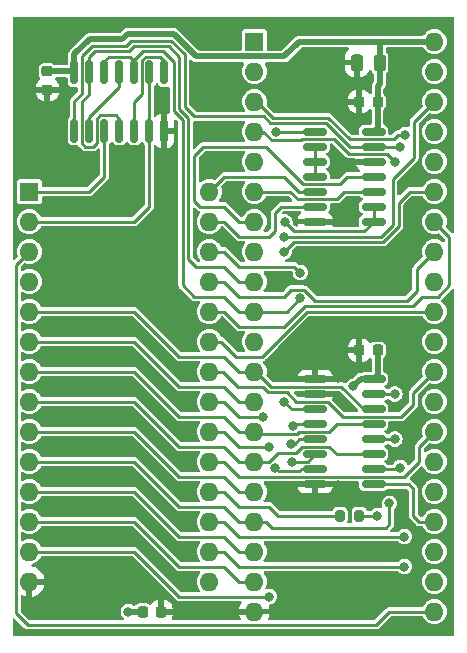
<source format=gbr>
%TF.GenerationSoftware,KiCad,Pcbnew,8.0.7*%
%TF.CreationDate,2025-01-07T22:57:07+00:00*%
%TF.ProjectId,177x,31373778-2e6b-4696-9361-645f70636258,01*%
%TF.SameCoordinates,Original*%
%TF.FileFunction,Copper,L1,Top*%
%TF.FilePolarity,Positive*%
%FSLAX46Y46*%
G04 Gerber Fmt 4.6, Leading zero omitted, Abs format (unit mm)*
G04 Created by KiCad (PCBNEW 8.0.7) date 2025-01-07 22:57:07*
%MOMM*%
%LPD*%
G01*
G04 APERTURE LIST*
G04 Aperture macros list*
%AMRoundRect*
0 Rectangle with rounded corners*
0 $1 Rounding radius*
0 $2 $3 $4 $5 $6 $7 $8 $9 X,Y pos of 4 corners*
0 Add a 4 corners polygon primitive as box body*
4,1,4,$2,$3,$4,$5,$6,$7,$8,$9,$2,$3,0*
0 Add four circle primitives for the rounded corners*
1,1,$1+$1,$2,$3*
1,1,$1+$1,$4,$5*
1,1,$1+$1,$6,$7*
1,1,$1+$1,$8,$9*
0 Add four rect primitives between the rounded corners*
20,1,$1+$1,$2,$3,$4,$5,0*
20,1,$1+$1,$4,$5,$6,$7,0*
20,1,$1+$1,$6,$7,$8,$9,0*
20,1,$1+$1,$8,$9,$2,$3,0*%
G04 Aperture macros list end*
%TA.AperFunction,SMDPad,CuDef*%
%ADD10RoundRect,0.250000X0.250000X0.475000X-0.250000X0.475000X-0.250000X-0.475000X0.250000X-0.475000X0*%
%TD*%
%TA.AperFunction,SMDPad,CuDef*%
%ADD11RoundRect,0.150000X-0.825000X-0.150000X0.825000X-0.150000X0.825000X0.150000X-0.825000X0.150000X0*%
%TD*%
%TA.AperFunction,SMDPad,CuDef*%
%ADD12RoundRect,0.225000X0.225000X0.250000X-0.225000X0.250000X-0.225000X-0.250000X0.225000X-0.250000X0*%
%TD*%
%TA.AperFunction,SMDPad,CuDef*%
%ADD13RoundRect,0.225000X-0.225000X-0.250000X0.225000X-0.250000X0.225000X0.250000X-0.225000X0.250000X0*%
%TD*%
%TA.AperFunction,ComponentPad*%
%ADD14R,1.600000X1.600000*%
%TD*%
%TA.AperFunction,ComponentPad*%
%ADD15O,1.600000X1.600000*%
%TD*%
%TA.AperFunction,SMDPad,CuDef*%
%ADD16RoundRect,0.200000X0.200000X0.275000X-0.200000X0.275000X-0.200000X-0.275000X0.200000X-0.275000X0*%
%TD*%
%TA.AperFunction,SMDPad,CuDef*%
%ADD17RoundRect,0.225000X-0.250000X0.225000X-0.250000X-0.225000X0.250000X-0.225000X0.250000X0.225000X0*%
%TD*%
%TA.AperFunction,SMDPad,CuDef*%
%ADD18RoundRect,0.150000X0.150000X-0.825000X0.150000X0.825000X-0.150000X0.825000X-0.150000X-0.825000X0*%
%TD*%
%TA.AperFunction,ViaPad*%
%ADD19C,0.800000*%
%TD*%
%TA.AperFunction,Conductor*%
%ADD20C,0.500000*%
%TD*%
%TA.AperFunction,Conductor*%
%ADD21C,0.250000*%
%TD*%
G04 APERTURE END LIST*
D10*
%TO.P,C5,1*%
%TO.N,+5V*%
X110932000Y-38862000D03*
%TO.P,C5,2*%
%TO.N,GND*%
X109032000Y-38862000D03*
%TD*%
D11*
%TO.P,IC4,1*%
%TO.N,Net-(IC5-INT)*%
X105475000Y-44704000D03*
%TO.P,IC4,2*%
%TO.N,Net-(IC4-Pad2)*%
X105475000Y-45974000D03*
%TO.P,IC4,3*%
X105475000Y-47244000D03*
%TO.P,IC4,4*%
X105475000Y-48514000D03*
%TO.P,IC4,5*%
%TO.N,Net-(IC1-INTRQ)*%
X105475000Y-49784000D03*
%TO.P,IC4,6*%
%TO.N,Net-(IC1-DRQ)*%
X105475000Y-51054000D03*
%TO.P,IC4,7,GND*%
%TO.N,GND*%
X105475000Y-52324000D03*
%TO.P,IC4,8*%
%TO.N,Net-(IC3-Q0)*%
X110425000Y-52324000D03*
%TO.P,IC4,9*%
X110425000Y-51054000D03*
%TO.P,IC4,10*%
%TO.N,Net-(IC5-SEL1)*%
X110425000Y-49784000D03*
%TO.P,IC4,11*%
%TO.N,Net-(IC5-~{DACK})*%
X110425000Y-48514000D03*
%TO.P,IC4,12*%
%TO.N,GND*%
X110425000Y-47244000D03*
%TO.P,IC4,13*%
%TO.N,Net-(IC3-E2)*%
X110425000Y-45974000D03*
%TO.P,IC4,14,VCC*%
%TO.N,+5V*%
X110425000Y-44704000D03*
%TD*%
D12*
%TO.P,C3,1*%
%TO.N,+5V*%
X110757000Y-63214000D03*
%TO.P,C3,2*%
%TO.N,GND*%
X109207000Y-63214000D03*
%TD*%
D13*
%TO.P,C1,1*%
%TO.N,+5V*%
X90906000Y-85344000D03*
%TO.P,C1,2*%
%TO.N,GND*%
X92456000Y-85344000D03*
%TD*%
D12*
%TO.P,C4,1*%
%TO.N,+5V*%
X110757000Y-42164000D03*
%TO.P,C4,2*%
%TO.N,GND*%
X109207000Y-42164000D03*
%TD*%
D14*
%TO.P,IC5,1,FLT_RST*%
%TO.N,Net-(IC3-Q1)*%
X100330000Y-37084000D03*
D15*
%TO.P,IC5,2,SEL0*%
%TO.N,Net-(IC3-Q0)*%
X100330000Y-39624000D03*
%TO.P,IC5,3,CLK*%
%TO.N,Net-(IC5-CLK)*%
X100330000Y-42164000D03*
%TO.P,IC5,4,RST*%
%TO.N,Net-(IC3-Mr)*%
X100330000Y-44704000D03*
%TO.P,IC5,5,~{RDY1}*%
%TO.N,unconnected-(IC5-~{RDY1}-Pad5)*%
X100330000Y-47244000D03*
%TO.P,IC5,6,SEL1*%
%TO.N,Net-(IC5-SEL1)*%
X100330000Y-49784000D03*
%TO.P,IC5,7,~{DACK}*%
%TO.N,Net-(IC5-~{DACK})*%
X100330000Y-52324000D03*
%TO.P,IC5,8,DRQ*%
%TO.N,unconnected-(IC5-DRQ-Pad8)*%
X100330000Y-54864000D03*
%TO.P,IC5,9,~{RD}*%
%TO.N,Net-(IC5-~{RD})*%
X100330000Y-57404000D03*
%TO.P,IC5,10,~{WR}*%
%TO.N,Net-(IC3-Cp)*%
X100330000Y-59944000D03*
%TO.P,IC5,11,INT*%
%TO.N,Net-(IC5-INT)*%
X100330000Y-62484000D03*
%TO.P,IC5,12,DB0*%
%TO.N,/D0*%
X100330000Y-65024000D03*
%TO.P,IC5,13,DB1*%
%TO.N,/D1*%
X100330000Y-67564000D03*
%TO.P,IC5,14,DB2*%
%TO.N,/D2*%
X100330000Y-70104000D03*
%TO.P,IC5,15,DB3*%
%TO.N,/D3*%
X100330000Y-72644000D03*
%TO.P,IC5,16,DB4*%
%TO.N,/D4*%
X100330000Y-75184000D03*
%TO.P,IC5,17,DB5*%
%TO.N,/D5*%
X100330000Y-77724000D03*
%TO.P,IC5,18,DB6*%
%TO.N,/D6*%
X100330000Y-80264000D03*
%TO.P,IC5,19,DB7*%
%TO.N,/D7*%
X100330000Y-82804000D03*
%TO.P,IC5,20,GND*%
%TO.N,GND*%
X100330000Y-85344000D03*
%TO.P,IC5,21,A0*%
%TO.N,/A0*%
X115570000Y-85344000D03*
%TO.P,IC5,22,A1*%
%TO.N,/A1*%
X115570000Y-82804000D03*
%TO.P,IC5,23,NC*%
%TO.N,unconnected-(IC5-NC-Pad23)*%
X115570000Y-80264000D03*
%TO.P,IC5,24,~{CS}*%
%TO.N,Net-(IC3-E1)*%
X115570000Y-77724000D03*
%TO.P,IC5,25,~{SS}/~{PLO}*%
%TO.N,unconnected-(IC5-~{SS}{slash}~{PLO}-Pad25)*%
X115570000Y-75184000D03*
%TO.P,IC5,26,~{DATA_WIN}*%
%TO.N,unconnected-(IC5-~{DATA_WIN}-Pad26)*%
X115570000Y-72644000D03*
%TO.P,IC5,27,~{UNSEP_DATA}*%
%TO.N,/RD_DATA*%
X115570000Y-70104000D03*
%TO.P,IC5,28,~{FLT}*%
%TO.N,unconnected-(IC5-~{FLT}-Pad28)*%
X115570000Y-67564000D03*
%TO.P,IC5,29,WR_DATA*%
%TO.N,/WR_DATA*%
X115570000Y-65024000D03*
%TO.P,IC5,30,~{CNT}/~{OP1}*%
%TO.N,unconnected-(IC5-~{CNT}{slash}~{OP1}-Pad30)*%
X115570000Y-62484000D03*
%TO.P,IC5,31,~{TRK0}*%
%TO.N,/~{TRK0}*%
X115570000Y-59944000D03*
%TO.P,IC5,32,~{RDY0}*%
%TO.N,unconnected-(IC5-~{RDY0}-Pad32)*%
X115570000Y-57404000D03*
%TO.P,IC5,33,WR_PROT*%
%TO.N,/~{WR_PROT}*%
X115570000Y-54864000D03*
%TO.P,IC5,34,~{INDEX}*%
%TO.N,/~{INDEX}*%
X115570000Y-52324000D03*
%TO.P,IC5,35,WR_EN*%
%TO.N,/WR_EN*%
X115570000Y-49784000D03*
%TO.P,IC5,36,SEEK/STEP*%
%TO.N,/STEP*%
X115570000Y-47244000D03*
%TO.P,IC5,37,DIR*%
%TO.N,/DIR*%
X115570000Y-44704000D03*
%TO.P,IC5,38,LOAD_HEAD*%
%TO.N,/MO*%
X115570000Y-42164000D03*
%TO.P,IC5,39,LOW_CURERENT*%
%TO.N,unconnected-(IC5-LOW_CURERENT-Pad39)*%
X115570000Y-39624000D03*
%TO.P,IC5,40,VCC*%
%TO.N,+5V*%
X115570000Y-37084000D03*
%TD*%
D14*
%TO.P,IC1,1,~{CS}*%
%TO.N,Net-(IC1-~{CS})*%
X81275000Y-49794000D03*
D15*
%TO.P,IC1,2,R/~{W}*%
%TO.N,Net-(IC1-R{slash}~{W})*%
X81275000Y-52334000D03*
%TO.P,IC1,3,A0*%
%TO.N,/A0*%
X81275000Y-54874000D03*
%TO.P,IC1,4,A1*%
%TO.N,/A1*%
X81275000Y-57414000D03*
%TO.P,IC1,5,DAL0*%
%TO.N,/D0*%
X81275000Y-59954000D03*
%TO.P,IC1,6,DAL1*%
%TO.N,/D1*%
X81275000Y-62494000D03*
%TO.P,IC1,7,DAL2*%
%TO.N,/D2*%
X81275000Y-65034000D03*
%TO.P,IC1,8,DAL3*%
%TO.N,/D3*%
X81275000Y-67574000D03*
%TO.P,IC1,9,DAL4*%
%TO.N,/D4*%
X81275000Y-70114000D03*
%TO.P,IC1,10,DAL5*%
%TO.N,/D5*%
X81275000Y-72654000D03*
%TO.P,IC1,11,DAL6*%
%TO.N,/D6*%
X81275000Y-75194000D03*
%TO.P,IC1,12,DAL7*%
%TO.N,/D7*%
X81275000Y-77734000D03*
%TO.P,IC1,13,~{MR}*%
%TO.N,Net-(IC1-~{MR})*%
X81275000Y-80274000D03*
%TO.P,IC1,14,GND*%
%TO.N,GND*%
X81275000Y-82814000D03*
%TO.P,IC1,15,VCC*%
%TO.N,+5V*%
X96515000Y-82814000D03*
%TO.P,IC1,16,STEP*%
%TO.N,/STEP*%
X96515000Y-80274000D03*
%TO.P,IC1,17,DIRC*%
%TO.N,/DIR*%
X96515000Y-77734000D03*
%TO.P,IC1,18,CLK*%
%TO.N,/CLK*%
X96515000Y-75194000D03*
%TO.P,IC1,19,~{RD}*%
%TO.N,/RD_DATA*%
X96515000Y-72654000D03*
%TO.P,IC1,20,MO*%
%TO.N,/MO*%
X96515000Y-70114000D03*
%TO.P,IC1,21,WG*%
%TO.N,/WR_EN*%
X96515000Y-67574000D03*
%TO.P,IC1,22,WD*%
%TO.N,/WR_DATA*%
X96515000Y-65034000D03*
%TO.P,IC1,23,~{TR00}*%
%TO.N,/~{TRK0}*%
X96515000Y-62494000D03*
%TO.P,IC1,24,~{IP}*%
%TO.N,/~{INDEX}*%
X96515000Y-59954000D03*
%TO.P,IC1,25,~{WPRT}*%
%TO.N,/~{WR_PROT}*%
X96515000Y-57414000D03*
%TO.P,IC1,26,~{DDEN}*%
%TO.N,Net-(IC1-~{DDEN})*%
X96515000Y-54874000D03*
%TO.P,IC1,27,DRQ*%
%TO.N,Net-(IC1-DRQ)*%
X96515000Y-52334000D03*
%TO.P,IC1,28,INTRQ*%
%TO.N,Net-(IC1-INTRQ)*%
X96515000Y-49794000D03*
%TD*%
D11*
%TO.P,IC3,1,Oe1*%
%TO.N,GND*%
X105475000Y-65659000D03*
%TO.P,IC3,2,Oe2*%
X105475000Y-66929000D03*
%TO.P,IC3,3,Q0*%
%TO.N,Net-(IC3-Q0)*%
X105475000Y-68199000D03*
%TO.P,IC3,4,Q1*%
%TO.N,Net-(IC3-Q1)*%
X105475000Y-69469000D03*
%TO.P,IC3,5,Q2*%
%TO.N,Net-(IC1-~{MR})*%
X105475000Y-70739000D03*
%TO.P,IC3,6,Q3*%
%TO.N,Net-(IC1-~{DDEN})*%
X105475000Y-72009000D03*
%TO.P,IC3,7,Cp*%
%TO.N,Net-(IC3-Cp)*%
X105475000Y-73279000D03*
%TO.P,IC3,8,GND*%
%TO.N,GND*%
X105475000Y-74549000D03*
%TO.P,IC3,9,E1*%
%TO.N,Net-(IC3-E1)*%
X110425000Y-74549000D03*
%TO.P,IC3,10,E2*%
%TO.N,Net-(IC3-E2)*%
X110425000Y-73279000D03*
%TO.P,IC3,11,D3*%
%TO.N,/D3*%
X110425000Y-72009000D03*
%TO.P,IC3,12,D2*%
%TO.N,/D5*%
X110425000Y-70739000D03*
%TO.P,IC3,13,D1*%
%TO.N,/D2*%
X110425000Y-69469000D03*
%TO.P,IC3,14,D0*%
%TO.N,/D0*%
X110425000Y-68199000D03*
%TO.P,IC3,15,Mr*%
%TO.N,Net-(IC3-Mr)*%
X110425000Y-66929000D03*
%TO.P,IC3,16,VCC*%
%TO.N,+5V*%
X110425000Y-65659000D03*
%TD*%
D16*
%TO.P,R1,1*%
%TO.N,Net-(IC5-CLK)*%
X109220000Y-77216000D03*
%TO.P,R1,2*%
%TO.N,/CLK*%
X107570000Y-77216000D03*
%TD*%
D17*
%TO.P,C2,1*%
%TO.N,+5V*%
X82804000Y-39611000D03*
%TO.P,C2,2*%
%TO.N,GND*%
X82804000Y-41161000D03*
%TD*%
D18*
%TO.P,IC2,1*%
%TO.N,Net-(IC3-E2)*%
X85090000Y-44639000D03*
%TO.P,IC2,2*%
%TO.N,Net-(IC2-Pad11)*%
X86360000Y-44639000D03*
%TO.P,IC2,3*%
%TO.N,Net-(IC1-~{CS})*%
X87630000Y-44639000D03*
%TO.P,IC2,4*%
%TO.N,Net-(IC5-~{RD})*%
X88900000Y-44639000D03*
%TO.P,IC2,5*%
%TO.N,Net-(IC2-Pad5)*%
X90170000Y-44639000D03*
%TO.P,IC2,6*%
%TO.N,Net-(IC1-R{slash}~{W})*%
X91440000Y-44639000D03*
%TO.P,IC2,7,GND*%
%TO.N,GND*%
X92710000Y-44639000D03*
%TO.P,IC2,8*%
%TO.N,Net-(IC2-Pad5)*%
X92710000Y-39689000D03*
%TO.P,IC2,9*%
%TO.N,Net-(IC1-R{slash}~{W})*%
X91440000Y-39689000D03*
%TO.P,IC2,10*%
%TO.N,Net-(IC3-Cp)*%
X90170000Y-39689000D03*
%TO.P,IC2,11*%
%TO.N,Net-(IC2-Pad11)*%
X88900000Y-39689000D03*
%TO.P,IC2,12*%
%TO.N,Net-(IC3-Cp)*%
X87630000Y-39689000D03*
%TO.P,IC2,13*%
%TO.N,Net-(IC5-~{RD})*%
X86360000Y-39689000D03*
%TO.P,IC2,14,VCC*%
%TO.N,+5V*%
X85090000Y-39689000D03*
%TD*%
D19*
%TO.N,+5V*%
X108716653Y-66289347D03*
X89662000Y-85344000D03*
%TO.N,GND*%
X107442000Y-47244000D03*
X107442000Y-42164000D03*
X87381000Y-82814000D03*
X87381000Y-61209000D03*
X87381000Y-68829000D03*
X87381000Y-51049000D03*
X97795000Y-47239000D03*
X87381000Y-58669000D03*
X82804000Y-42418000D03*
X92710000Y-42418000D03*
X107442000Y-74639000D03*
X87381000Y-76449000D03*
X97795000Y-44699000D03*
X87381000Y-78989000D03*
X87381000Y-66289000D03*
X98303000Y-54097000D03*
X107437347Y-67060653D03*
X87381000Y-63749000D03*
X107442000Y-65532000D03*
X87381000Y-73909000D03*
X107442000Y-52324000D03*
X87381000Y-71369000D03*
X87381000Y-53589000D03*
X98303000Y-49779000D03*
X87381000Y-56129000D03*
%TO.N,/D5*%
X112225000Y-70739000D03*
X111765000Y-76195000D03*
%TO.N,/DIR*%
X113030000Y-78994000D03*
%TO.N,/MO*%
X101600000Y-71374000D03*
X102870000Y-53594000D03*
%TO.N,/STEP*%
X113030000Y-81534000D03*
%TO.N,/WR_EN*%
X101092000Y-68834000D03*
X102870000Y-54864000D03*
%TO.N,Net-(IC1-~{DDEN})*%
X104220000Y-56642000D03*
X103558000Y-72644000D03*
%TO.N,Net-(IC1-~{MR})*%
X101600000Y-84074000D03*
X103442101Y-71157000D03*
%TO.N,Net-(IC5-INT)*%
X102180003Y-44704000D03*
%TO.N,Net-(IC5-CLK)*%
X113125000Y-44958000D03*
X110744000Y-77216000D03*
%TO.N,Net-(IC3-E2)*%
X112675000Y-45974000D03*
X112675000Y-73152000D03*
%TO.N,Net-(IC3-Cp)*%
X104219999Y-58838696D03*
X102108000Y-73189000D03*
%TO.N,Net-(IC3-Q1)*%
X103632000Y-69596000D03*
%TO.N,Net-(IC3-Mr)*%
X112225000Y-47244000D03*
X112225000Y-66929000D03*
%TO.N,Net-(IC3-Q0)*%
X102905003Y-52359003D03*
X102860696Y-67563999D03*
%TD*%
D20*
%TO.N,+5V*%
X85090000Y-38174432D02*
X86385432Y-36879000D01*
X85090000Y-39689000D02*
X85090000Y-38174432D01*
X110757000Y-63214000D02*
X110757000Y-65327000D01*
X109347000Y-65659000D02*
X108716653Y-66289347D01*
X93504569Y-36429000D02*
X95424569Y-38349000D01*
X110757000Y-44372000D02*
X110425000Y-44704000D01*
X110757000Y-42164000D02*
X110757000Y-40881000D01*
X110932000Y-38862000D02*
X110932000Y-40706000D01*
X110757000Y-65327000D02*
X110425000Y-65659000D01*
X95424569Y-38349000D02*
X102875000Y-38349000D01*
X110932000Y-37084000D02*
X115570000Y-37084000D01*
X110425000Y-65659000D02*
X109347000Y-65659000D01*
X110932000Y-40706000D02*
X110757000Y-40881000D01*
X89159000Y-36879000D02*
X89609000Y-36429000D01*
X82804000Y-39611000D02*
X85012000Y-39611000D01*
X110932000Y-38862000D02*
X110932000Y-37084000D01*
X102875000Y-38349000D02*
X104140000Y-37084000D01*
X104140000Y-37084000D02*
X110932000Y-37084000D01*
X110757000Y-42164000D02*
X110757000Y-44372000D01*
X89609000Y-36429000D02*
X93504569Y-36429000D01*
X86385432Y-36879000D02*
X89159000Y-36879000D01*
X90906000Y-85344000D02*
X89662000Y-85344000D01*
%TO.N,GND*%
X92710000Y-85344000D02*
X100330000Y-85344000D01*
X87381000Y-82814000D02*
X81275000Y-82814000D01*
X82804000Y-42418000D02*
X82804000Y-41161000D01*
X107352000Y-74549000D02*
X107442000Y-74639000D01*
X107442000Y-65532000D02*
X108204000Y-65532000D01*
X92710000Y-42418000D02*
X92710000Y-44639000D01*
X105475000Y-65659000D02*
X107315000Y-65659000D01*
X105475000Y-66929000D02*
X107305694Y-66929000D01*
X92456000Y-85344000D02*
X92456000Y-83820000D01*
X107315000Y-65659000D02*
X107442000Y-65532000D01*
X109207000Y-40881000D02*
X109207000Y-42164000D01*
X109032000Y-40706000D02*
X109207000Y-40881000D01*
X109207000Y-42164000D02*
X107442000Y-42164000D01*
X109207000Y-63214000D02*
X109207000Y-64529000D01*
X105475000Y-74549000D02*
X107352000Y-74549000D01*
X109207000Y-64529000D02*
X108204000Y-65532000D01*
X92456000Y-83820000D02*
X91450000Y-82814000D01*
X107442000Y-47244000D02*
X110425000Y-47244000D01*
X91450000Y-82814000D02*
X87381000Y-82814000D01*
X107442000Y-52324000D02*
X105475000Y-52324000D01*
X107305694Y-66929000D02*
X107437347Y-67060653D01*
X109032000Y-38862000D02*
X109032000Y-40706000D01*
D21*
%TO.N,/CLK*%
X102322000Y-77216000D02*
X101560000Y-76454000D01*
X101560000Y-76454000D02*
X99060000Y-76454000D01*
X99060000Y-76454000D02*
X97800000Y-75194000D01*
X97800000Y-75194000D02*
X96515000Y-75194000D01*
X107570000Y-77216000D02*
X102322000Y-77216000D01*
%TO.N,/D0*%
X99060000Y-65024000D02*
X97790000Y-63754000D01*
X100330000Y-65024000D02*
X99060000Y-65024000D01*
X81275000Y-59954000D02*
X90180000Y-59954000D01*
X100426396Y-65024000D02*
X101696396Y-66294000D01*
X107696000Y-66294000D02*
X109601000Y-68199000D01*
X93980000Y-63754000D02*
X97790000Y-63754000D01*
X90180000Y-59954000D02*
X93980000Y-63754000D01*
X101696396Y-66294000D02*
X107696000Y-66294000D01*
%TO.N,/D5*%
X101331000Y-77724000D02*
X101849000Y-78242000D01*
X101849000Y-78242000D02*
X111496000Y-78242000D01*
X100330000Y-77724000D02*
X101331000Y-77724000D01*
X112225000Y-70739000D02*
X110425000Y-70739000D01*
X111496000Y-78242000D02*
X111765000Y-77973000D01*
X99060000Y-77724000D02*
X97790000Y-76454000D01*
X81275000Y-72654000D02*
X90180000Y-72654000D01*
X90180000Y-72654000D02*
X93980000Y-76454000D01*
X93980000Y-76454000D02*
X97790000Y-76454000D01*
X111765000Y-77973000D02*
X111765000Y-76195000D01*
X100330000Y-77724000D02*
X99060000Y-77724000D01*
%TO.N,/~{TRK0}*%
X100966396Y-63754000D02*
X104776396Y-59944000D01*
X98806000Y-63754000D02*
X100966396Y-63754000D01*
X104776396Y-59944000D02*
X115570000Y-59944000D01*
X96515000Y-62494000D02*
X97546000Y-62494000D01*
X97546000Y-62494000D02*
X98806000Y-63754000D01*
%TO.N,/D3*%
X101600000Y-72644000D02*
X100330000Y-72644000D01*
X93980000Y-71374000D02*
X97790000Y-71374000D01*
X81275000Y-67574000D02*
X90180000Y-67574000D01*
X100330000Y-72644000D02*
X99060000Y-72644000D01*
X110425000Y-72009000D02*
X107315000Y-72009000D01*
X102362000Y-71882000D02*
X101600000Y-72644000D01*
X90180000Y-67574000D02*
X93980000Y-71374000D01*
X107315000Y-72009000D02*
X106680000Y-71374000D01*
X103886000Y-71882000D02*
X102362000Y-71882000D01*
X99060000Y-72644000D02*
X97790000Y-71374000D01*
X104394000Y-71374000D02*
X103886000Y-71882000D01*
X106680000Y-71374000D02*
X104394000Y-71374000D01*
%TO.N,/D7*%
X90180000Y-77734000D02*
X93980000Y-81534000D01*
X99060000Y-82804000D02*
X97790000Y-81534000D01*
X100330000Y-82804000D02*
X99060000Y-82804000D01*
X81275000Y-77734000D02*
X90180000Y-77734000D01*
X93980000Y-81534000D02*
X97790000Y-81534000D01*
%TO.N,/D1*%
X90180000Y-62494000D02*
X93980000Y-66294000D01*
X81275000Y-62494000D02*
X90180000Y-62494000D01*
X100330000Y-67564000D02*
X99060000Y-67564000D01*
X93980000Y-66294000D02*
X97790000Y-66294000D01*
X99060000Y-67564000D02*
X97790000Y-66294000D01*
%TO.N,/RD_DATA*%
X97800000Y-72654000D02*
X99060000Y-73914000D01*
X114300000Y-72644000D02*
X114300000Y-71374000D01*
X114300000Y-71374000D02*
X115570000Y-70104000D01*
X99060000Y-73914000D02*
X113030000Y-73914000D01*
X113030000Y-73914000D02*
X114300000Y-72644000D01*
X96515000Y-72654000D02*
X97800000Y-72654000D01*
%TO.N,/DIR*%
X96515000Y-77734000D02*
X97800000Y-77734000D01*
X97800000Y-77734000D02*
X99060000Y-78994000D01*
X99060000Y-78994000D02*
X113030000Y-78994000D01*
%TO.N,/A0*%
X80150000Y-55999000D02*
X80150000Y-85484000D01*
X81275000Y-54874000D02*
X80150000Y-55999000D01*
X81135000Y-86469000D02*
X110635000Y-86469000D01*
X110635000Y-86469000D02*
X111760000Y-85344000D01*
X111760000Y-85344000D02*
X115570000Y-85344000D01*
X80150000Y-85484000D02*
X81135000Y-86469000D01*
%TO.N,/D6*%
X99060000Y-80264000D02*
X97790000Y-78994000D01*
X93980000Y-78994000D02*
X97790000Y-78994000D01*
X90180000Y-75194000D02*
X93980000Y-78994000D01*
X100330000Y-80264000D02*
X99060000Y-80264000D01*
X81275000Y-75194000D02*
X90180000Y-75194000D01*
%TO.N,/D4*%
X100330000Y-75184000D02*
X99060000Y-75184000D01*
X81275000Y-70114000D02*
X90180000Y-70114000D01*
X99060000Y-75184000D02*
X97790000Y-73914000D01*
X90180000Y-70114000D02*
X93980000Y-73914000D01*
X93980000Y-73914000D02*
X97790000Y-73914000D01*
%TO.N,/~{WR_PROT}*%
X104520304Y-58113696D02*
X103430304Y-58113696D01*
X102870000Y-58674000D02*
X99060000Y-58674000D01*
X114060000Y-56374000D02*
X114060000Y-58214000D01*
X114060000Y-58214000D02*
X113230000Y-59044000D01*
X115570000Y-54864000D02*
X114060000Y-56374000D01*
X99060000Y-58674000D02*
X97800000Y-57414000D01*
X103430304Y-58113696D02*
X102870000Y-58674000D01*
X113230000Y-59044000D02*
X105450608Y-59044000D01*
X105450608Y-59044000D02*
X104520304Y-58113696D01*
X97800000Y-57414000D02*
X96515000Y-57414000D01*
%TO.N,/MO*%
X115570000Y-42164000D02*
X113850000Y-43884000D01*
X113850000Y-43884000D02*
X113850000Y-46924000D01*
X96515000Y-70114000D02*
X97800000Y-70114000D01*
X97800000Y-70114000D02*
X99060000Y-71374000D01*
X99060000Y-71374000D02*
X101600000Y-71374000D01*
X112060000Y-48714000D02*
X112060000Y-52594000D01*
X112060000Y-52594000D02*
X111060000Y-53594000D01*
X111060000Y-53594000D02*
X102870000Y-53594000D01*
X113850000Y-46924000D02*
X112060000Y-48714000D01*
%TO.N,/~{INDEX}*%
X96515000Y-59954000D02*
X97800000Y-59954000D01*
X113740000Y-59494000D02*
X114560000Y-58674000D01*
X114560000Y-58674000D02*
X115890991Y-58674000D01*
X102870000Y-61214000D02*
X104590000Y-59494000D01*
X116840000Y-53594000D02*
X115570000Y-52324000D01*
X97800000Y-59954000D02*
X99060000Y-61214000D01*
X104590000Y-59494000D02*
X113740000Y-59494000D01*
X115890991Y-58674000D02*
X116840000Y-57724991D01*
X99060000Y-61214000D02*
X102870000Y-61214000D01*
X116840000Y-57724991D02*
X116840000Y-53594000D01*
%TO.N,/STEP*%
X99060000Y-81534000D02*
X113030000Y-81534000D01*
X96515000Y-80274000D02*
X97800000Y-80274000D01*
X97800000Y-80274000D02*
X99060000Y-81534000D01*
%TO.N,/WR_DATA*%
X107820000Y-68834000D02*
X112776000Y-68834000D01*
X101060000Y-66294000D02*
X101520000Y-66754000D01*
X97646370Y-65034000D02*
X98906370Y-66294000D01*
X113792000Y-66802000D02*
X115570000Y-65024000D01*
X106560000Y-67574000D02*
X107820000Y-68834000D01*
X98906370Y-66294000D02*
X101060000Y-66294000D01*
X96515000Y-65034000D02*
X97646370Y-65034000D01*
X103896002Y-67574000D02*
X106560000Y-67574000D01*
X103076002Y-66754000D02*
X103896002Y-67574000D01*
X101520000Y-66754000D02*
X103076002Y-66754000D01*
X112776000Y-68834000D02*
X113792000Y-67818000D01*
X113792000Y-67818000D02*
X113792000Y-66802000D01*
%TO.N,/WR_EN*%
X97800000Y-67574000D02*
X99060000Y-68834000D01*
X111246396Y-54044000D02*
X103690000Y-54044000D01*
X99060000Y-68834000D02*
X101092000Y-68834000D01*
X96515000Y-67574000D02*
X97800000Y-67574000D01*
X115570000Y-49784000D02*
X113490000Y-49784000D01*
X112560000Y-50714000D02*
X112560000Y-52730396D01*
X113490000Y-49784000D02*
X112560000Y-50714000D01*
X103690000Y-54044000D02*
X102870000Y-54864000D01*
X112560000Y-52730396D02*
X111246396Y-54044000D01*
%TO.N,/D2*%
X93980000Y-68834000D02*
X97790000Y-68834000D01*
X110425000Y-69469000D02*
X107315000Y-69469000D01*
X107315000Y-69469000D02*
X106680000Y-70104000D01*
X100330000Y-70104000D02*
X99060000Y-70104000D01*
X81275000Y-65034000D02*
X90180000Y-65034000D01*
X90180000Y-65034000D02*
X93980000Y-68834000D01*
X106680000Y-70104000D02*
X104149305Y-70104000D01*
X103932305Y-70321000D02*
X100547000Y-70321000D01*
X104149305Y-70104000D02*
X103932305Y-70321000D01*
X99060000Y-70104000D02*
X97790000Y-68834000D01*
%TO.N,Net-(IC1-~{DDEN})*%
X99060000Y-56134000D02*
X103712000Y-56134000D01*
X104220000Y-56642000D02*
X103712000Y-56134000D01*
X97800000Y-54874000D02*
X99060000Y-56134000D01*
X104840000Y-72644000D02*
X103558000Y-72644000D01*
X105475000Y-72009000D02*
X104840000Y-72644000D01*
X96515000Y-54874000D02*
X97800000Y-54874000D01*
%TO.N,Net-(IC1-~{MR})*%
X103732701Y-71157000D02*
X104150701Y-70739000D01*
X90180000Y-80274000D02*
X93980000Y-84074000D01*
X81275000Y-80274000D02*
X90180000Y-80274000D01*
X93980000Y-84074000D02*
X101600000Y-84074000D01*
X103442101Y-71157000D02*
X103732701Y-71157000D01*
X104150701Y-70739000D02*
X105475000Y-70739000D01*
%TO.N,Net-(IC1-DRQ)*%
X102108000Y-51562000D02*
X102108000Y-53086000D01*
X97800000Y-52334000D02*
X96515000Y-52334000D01*
X102616000Y-51054000D02*
X102108000Y-51562000D01*
X102108000Y-53086000D02*
X101600000Y-53594000D01*
X105475000Y-51054000D02*
X102616000Y-51054000D01*
X99060000Y-53594000D02*
X97800000Y-52334000D01*
X101600000Y-53594000D02*
X99060000Y-53594000D01*
%TO.N,Net-(IC1-INTRQ)*%
X102870000Y-48514000D02*
X104140000Y-49784000D01*
X97795000Y-48514000D02*
X102870000Y-48514000D01*
X104140000Y-49784000D02*
X105475000Y-49784000D01*
X96515000Y-49794000D02*
X97795000Y-48514000D01*
%TO.N,Net-(IC1-R{slash}~{W})*%
X91440000Y-39689000D02*
X91440000Y-44639000D01*
X91440000Y-51054000D02*
X90160000Y-52334000D01*
X91440000Y-44639000D02*
X91440000Y-51054000D01*
X90160000Y-52334000D02*
X81275000Y-52334000D01*
%TO.N,Net-(IC1-~{CS})*%
X86350000Y-49794000D02*
X87630000Y-48514000D01*
X81275000Y-49794000D02*
X86350000Y-49794000D01*
X87630000Y-48514000D02*
X87630000Y-44639000D01*
%TO.N,Net-(IC5-~{RD})*%
X88574999Y-43339000D02*
X87279092Y-43339000D01*
X93980000Y-42800396D02*
X94726802Y-43547198D01*
X93080000Y-37454000D02*
X93980000Y-38354000D01*
X89720000Y-37904000D02*
X90170000Y-37454000D01*
X86360000Y-39689000D02*
X86360000Y-41519000D01*
X95405000Y-56134000D02*
X97790000Y-56134000D01*
X88900000Y-43664001D02*
X88574999Y-43339000D01*
X86360000Y-39689000D02*
X86360000Y-38354000D01*
X86810000Y-37904000D02*
X89720000Y-37904000D01*
X86024092Y-45974000D02*
X85715000Y-45664908D01*
X87005000Y-43613092D02*
X87005000Y-45644908D01*
X94726802Y-43547198D02*
X94726802Y-55455802D01*
X86360000Y-38354000D02*
X86810000Y-37904000D01*
X86675908Y-45974000D02*
X86024092Y-45974000D01*
X88900000Y-44639000D02*
X88900000Y-43664001D01*
X99060000Y-57404000D02*
X100330000Y-57404000D01*
X87279092Y-43339000D02*
X87005000Y-43613092D01*
X85715000Y-45664908D02*
X85715000Y-42164000D01*
X94726802Y-55455802D02*
X95405000Y-56134000D01*
X90170000Y-37454000D02*
X93080000Y-37454000D01*
X87005000Y-45644908D02*
X86675908Y-45974000D01*
X97790000Y-56134000D02*
X99060000Y-57404000D01*
X86360000Y-41519000D02*
X85715000Y-42164000D01*
X93980000Y-38354000D02*
X93980000Y-42800396D01*
%TO.N,Net-(IC5-SEL1)*%
X103378000Y-49784000D02*
X100330000Y-49784000D01*
X110425000Y-49784000D02*
X107950000Y-49784000D01*
X107325000Y-50409000D02*
X104003000Y-50409000D01*
X104003000Y-50409000D02*
X103378000Y-49784000D01*
X107950000Y-49784000D02*
X107325000Y-50409000D01*
%TO.N,Net-(IC4-Pad2)*%
X105475000Y-47244000D02*
X105475000Y-48514000D01*
X105475000Y-45974000D02*
X105475000Y-47244000D01*
%TO.N,Net-(IC5-~{DACK})*%
X97790000Y-51054000D02*
X95758000Y-51054000D01*
X99060000Y-52324000D02*
X97790000Y-51054000D01*
X108204000Y-48514000D02*
X110425000Y-48514000D01*
X95758000Y-51054000D02*
X95250000Y-50546000D01*
X100330000Y-52324000D02*
X99060000Y-52324000D01*
X95250000Y-50546000D02*
X95250000Y-46736000D01*
X96012000Y-45974000D02*
X101284092Y-45974000D01*
X104449092Y-49139000D02*
X107579000Y-49139000D01*
X95250000Y-46736000D02*
X96012000Y-45974000D01*
X107579000Y-49139000D02*
X108204000Y-48514000D01*
X101284092Y-45974000D02*
X104449092Y-49139000D01*
%TO.N,Net-(IC5-INT)*%
X105475000Y-44704000D02*
X102180003Y-44704000D01*
%TO.N,Net-(IC5-CLK)*%
X108407304Y-45349000D02*
X112131000Y-45349000D01*
X101881640Y-43523046D02*
X106581350Y-43523046D01*
X112131000Y-45349000D02*
X112522000Y-44958000D01*
X100522594Y-42164000D02*
X101881640Y-43523046D01*
X112522000Y-44958000D02*
X113125000Y-44958000D01*
X109220000Y-77216000D02*
X110744000Y-77216000D01*
X106581350Y-43523046D02*
X108407304Y-45349000D01*
%TO.N,Net-(IC2-Pad11)*%
X88900000Y-40894000D02*
X86360000Y-43434000D01*
X88900000Y-39689000D02*
X88900000Y-40894000D01*
X86360000Y-43434000D02*
X86360000Y-44639000D01*
%TO.N,Net-(IC3-E2)*%
X86623604Y-37454000D02*
X85735000Y-38342604D01*
X101695244Y-43973046D02*
X101151198Y-43429000D01*
X93266396Y-37004000D02*
X89916000Y-37004000D01*
X95245000Y-43429000D02*
X94430000Y-42614000D01*
X110425000Y-73279000D02*
X112548000Y-73279000D01*
X89916000Y-37004000D02*
X89466000Y-37454000D01*
X108395908Y-45974000D02*
X106394954Y-43973046D01*
X89466000Y-37454000D02*
X86623604Y-37454000D01*
X85735000Y-38342604D02*
X85735000Y-41507604D01*
X106394954Y-43973046D02*
X101695244Y-43973046D01*
X112675000Y-45974000D02*
X110425000Y-45974000D01*
X101151198Y-43429000D02*
X95245000Y-43429000D01*
X110425000Y-45974000D02*
X108395908Y-45974000D01*
X85735000Y-41507604D02*
X85090000Y-42152604D01*
X85090000Y-42152604D02*
X85090000Y-44639000D01*
X112548000Y-73279000D02*
X112675000Y-73152000D01*
X94430000Y-38167604D02*
X93266396Y-37004000D01*
X94430000Y-42614000D02*
X94430000Y-38167604D01*
%TO.N,Net-(IC3-Cp)*%
X90170000Y-38671696D02*
X90170000Y-39689000D01*
X104140000Y-73464000D02*
X102383000Y-73464000D01*
X97790000Y-58674000D02*
X95250000Y-58674000D01*
X105475000Y-73279000D02*
X104325000Y-73279000D01*
X104325000Y-73279000D02*
X104140000Y-73464000D01*
X92575908Y-37904000D02*
X90937696Y-37904000D01*
X103114695Y-59944000D02*
X104219999Y-58838696D01*
X87630000Y-39689000D02*
X87630000Y-38714001D01*
X94276802Y-43733594D02*
X93530000Y-42986792D01*
X89809999Y-38354000D02*
X90170000Y-38714001D01*
X99060000Y-59944000D02*
X97790000Y-58674000D01*
X87630000Y-38714001D02*
X87990001Y-38354000D01*
X100330000Y-59944000D02*
X103114695Y-59944000D01*
X93530000Y-38858092D02*
X92575908Y-37904000D01*
X100330000Y-59944000D02*
X99060000Y-59944000D01*
X93530000Y-42986792D02*
X93530000Y-38858092D01*
X87990001Y-38354000D02*
X89809999Y-38354000D01*
X94276802Y-57700802D02*
X94276802Y-43733594D01*
X90170000Y-38714001D02*
X90170000Y-39689000D01*
X90937696Y-37904000D02*
X90170000Y-38671696D01*
X102383000Y-73464000D02*
X102108000Y-73189000D01*
X95250000Y-58674000D02*
X94276802Y-57700802D01*
%TO.N,Net-(IC2-Pad5)*%
X90795000Y-38683092D02*
X90795000Y-41539000D01*
X90795000Y-41539000D02*
X90170000Y-42164000D01*
X91124092Y-38354000D02*
X90795000Y-38683092D01*
X90170000Y-42164000D02*
X90170000Y-44639000D01*
X92710000Y-39689000D02*
X92710000Y-38714001D01*
X92710000Y-38714001D02*
X92349999Y-38354000D01*
X92349999Y-38354000D02*
X91124092Y-38354000D01*
%TO.N,Net-(IC3-Q1)*%
X105475000Y-69469000D02*
X103759000Y-69469000D01*
X103759000Y-69469000D02*
X103632000Y-69596000D01*
%TO.N,Net-(IC3-Mr)*%
X101817000Y-45429000D02*
X104294000Y-45429000D01*
X107114512Y-45329000D02*
X108384512Y-46599000D01*
X101092000Y-44704000D02*
X101817000Y-45429000D01*
X110425000Y-66929000D02*
X112225000Y-66929000D01*
X104294000Y-45429000D02*
X104394000Y-45329000D01*
X111580000Y-46599000D02*
X112225000Y-47244000D01*
X108384512Y-46599000D02*
X111580000Y-46599000D01*
X100330000Y-44704000D02*
X101092000Y-44704000D01*
X104394000Y-45329000D02*
X107114512Y-45329000D01*
%TO.N,Net-(IC3-Q0)*%
X103495697Y-68199000D02*
X105475000Y-68199000D01*
X109605000Y-53144000D02*
X103690000Y-53144000D01*
X110425000Y-52324000D02*
X110425000Y-51054000D01*
X103690000Y-53144000D02*
X102905003Y-52359003D01*
X102860696Y-67563999D02*
X103495697Y-68199000D01*
X110425000Y-52324000D02*
X109605000Y-53144000D01*
%TO.N,Net-(IC3-E1)*%
X113396000Y-74549000D02*
X110425000Y-74549000D01*
X115570000Y-77724000D02*
X114285000Y-77724000D01*
X113787000Y-77226000D02*
X113787000Y-74940000D01*
X113787000Y-74940000D02*
X113396000Y-74549000D01*
X114285000Y-77724000D02*
X113787000Y-77226000D01*
%TD*%
%TA.AperFunction,Conductor*%
%TO.N,GND*%
G36*
X117178834Y-58025364D02*
G01*
X117234767Y-58067236D01*
X117259184Y-58132700D01*
X117259500Y-58141546D01*
X117259500Y-87289500D01*
X117239815Y-87356539D01*
X117187011Y-87402294D01*
X117135500Y-87413500D01*
X79984500Y-87413500D01*
X79917461Y-87393815D01*
X79871706Y-87341011D01*
X79860500Y-87289500D01*
X79860500Y-86030556D01*
X79880185Y-85963517D01*
X79932989Y-85917762D01*
X80002147Y-85907818D01*
X80065703Y-85936843D01*
X80072181Y-85942875D01*
X80826983Y-86697677D01*
X80826993Y-86697688D01*
X80831323Y-86702018D01*
X80831324Y-86702019D01*
X80901981Y-86772676D01*
X80988518Y-86822638D01*
X81085038Y-86848500D01*
X81184962Y-86848500D01*
X110577426Y-86848500D01*
X110577442Y-86848501D01*
X110585038Y-86848501D01*
X110684961Y-86848501D01*
X110684962Y-86848501D01*
X110761080Y-86828104D01*
X110761082Y-86828104D01*
X110774015Y-86824638D01*
X110781482Y-86822638D01*
X110868019Y-86772676D01*
X110938676Y-86702019D01*
X110938676Y-86702017D01*
X110948880Y-86691814D01*
X110948883Y-86691809D01*
X111880875Y-85759819D01*
X111942198Y-85726334D01*
X111968556Y-85723500D01*
X114502839Y-85723500D01*
X114569878Y-85743185D01*
X114612197Y-85789047D01*
X114688969Y-85932677D01*
X114688974Y-85932684D01*
X114820747Y-86093252D01*
X114932483Y-86184950D01*
X114981317Y-86225027D01*
X114981320Y-86225028D01*
X114981322Y-86225030D01*
X115164503Y-86322943D01*
X115164505Y-86322943D01*
X115164508Y-86322945D01*
X115363282Y-86383242D01*
X115570000Y-86403602D01*
X115776718Y-86383242D01*
X115975492Y-86322945D01*
X116158683Y-86225027D01*
X116319252Y-86093252D01*
X116451027Y-85932683D01*
X116548945Y-85749492D01*
X116609242Y-85550718D01*
X116629602Y-85344000D01*
X116609242Y-85137282D01*
X116548945Y-84938508D01*
X116548943Y-84938505D01*
X116548943Y-84938503D01*
X116451030Y-84755322D01*
X116451028Y-84755320D01*
X116451027Y-84755317D01*
X116380045Y-84668825D01*
X116319252Y-84594747D01*
X116158684Y-84462974D01*
X116158677Y-84462969D01*
X115975496Y-84365056D01*
X115776716Y-84304757D01*
X115570000Y-84284398D01*
X115363283Y-84304757D01*
X115164503Y-84365056D01*
X114981322Y-84462969D01*
X114981315Y-84462974D01*
X114820747Y-84594747D01*
X114688974Y-84755315D01*
X114688969Y-84755322D01*
X114612197Y-84898953D01*
X114563235Y-84948797D01*
X114502839Y-84964500D01*
X111710038Y-84964500D01*
X111613518Y-84990362D01*
X111613515Y-84990363D01*
X111526984Y-85040321D01*
X111526979Y-85040325D01*
X111473306Y-85093999D01*
X111456324Y-85110981D01*
X111456322Y-85110983D01*
X110973306Y-85594000D01*
X110514125Y-86053181D01*
X110452802Y-86086666D01*
X110426444Y-86089500D01*
X101611400Y-86089500D01*
X101544361Y-86069815D01*
X101498606Y-86017011D01*
X101488662Y-85947853D01*
X101499018Y-85913095D01*
X101556265Y-85790326D01*
X101556269Y-85790317D01*
X101608872Y-85594000D01*
X100645686Y-85594000D01*
X100650080Y-85589606D01*
X100702741Y-85498394D01*
X100730000Y-85396661D01*
X100730000Y-85291339D01*
X100702741Y-85189606D01*
X100650080Y-85098394D01*
X100645686Y-85094000D01*
X101608872Y-85094000D01*
X101608872Y-85093999D01*
X101556266Y-84897671D01*
X101555262Y-84894912D01*
X101555179Y-84893615D01*
X101554866Y-84892445D01*
X101555101Y-84892381D01*
X101550829Y-84825183D01*
X101584799Y-84764127D01*
X101646386Y-84731129D01*
X101671783Y-84728500D01*
X101679472Y-84728500D01*
X101730911Y-84715821D01*
X101833793Y-84690463D01*
X101974529Y-84616599D01*
X102093498Y-84511201D01*
X102183787Y-84380395D01*
X102240149Y-84231782D01*
X102259307Y-84074000D01*
X102253765Y-84028361D01*
X102240149Y-83916218D01*
X102220194Y-83863601D01*
X102183787Y-83767605D01*
X102093498Y-83636799D01*
X102093495Y-83636796D01*
X102093493Y-83636794D01*
X101974530Y-83531401D01*
X101833791Y-83457536D01*
X101679472Y-83419500D01*
X101679471Y-83419500D01*
X101520529Y-83419500D01*
X101520528Y-83419500D01*
X101417788Y-83444823D01*
X101347986Y-83441754D01*
X101290924Y-83401434D01*
X101264718Y-83336665D01*
X101277690Y-83268010D01*
X101278724Y-83266030D01*
X101308945Y-83209492D01*
X101369242Y-83010718D01*
X101389602Y-82804000D01*
X114510398Y-82804000D01*
X114530757Y-83010716D01*
X114591056Y-83209496D01*
X114688969Y-83392677D01*
X114688974Y-83392684D01*
X114820747Y-83553252D01*
X114904531Y-83622011D01*
X114981317Y-83685027D01*
X114981320Y-83685028D01*
X114981322Y-83685030D01*
X115164503Y-83782943D01*
X115164505Y-83782943D01*
X115164508Y-83782945D01*
X115363282Y-83843242D01*
X115570000Y-83863602D01*
X115776718Y-83843242D01*
X115975492Y-83782945D01*
X116158683Y-83685027D01*
X116319252Y-83553252D01*
X116451027Y-83392683D01*
X116543600Y-83219492D01*
X116548943Y-83209496D01*
X116548944Y-83209494D01*
X116548945Y-83209492D01*
X116609242Y-83010718D01*
X116629602Y-82804000D01*
X116609242Y-82597282D01*
X116548945Y-82398508D01*
X116548943Y-82398505D01*
X116548943Y-82398503D01*
X116451030Y-82215322D01*
X116451028Y-82215320D01*
X116451027Y-82215317D01*
X116397803Y-82150463D01*
X116319252Y-82054747D01*
X116158684Y-81922974D01*
X116158677Y-81922969D01*
X115975496Y-81825056D01*
X115776716Y-81764757D01*
X115570000Y-81744398D01*
X115363283Y-81764757D01*
X115164503Y-81825056D01*
X114981322Y-81922969D01*
X114981315Y-81922974D01*
X114820747Y-82054747D01*
X114688974Y-82215315D01*
X114688969Y-82215322D01*
X114591056Y-82398503D01*
X114530757Y-82597283D01*
X114510398Y-82804000D01*
X101389602Y-82804000D01*
X101369242Y-82597282D01*
X101308945Y-82398508D01*
X101308943Y-82398505D01*
X101308943Y-82398503D01*
X101211030Y-82215322D01*
X101211028Y-82215319D01*
X101211027Y-82215317D01*
X101157803Y-82150463D01*
X101129655Y-82116164D01*
X101102343Y-82051854D01*
X101114134Y-81982987D01*
X101161287Y-81931427D01*
X101225509Y-81913500D01*
X112431594Y-81913500D01*
X112498633Y-81933185D01*
X112533645Y-81967062D01*
X112536499Y-81971197D01*
X112536506Y-81971205D01*
X112655469Y-82076598D01*
X112655471Y-82076599D01*
X112796207Y-82150463D01*
X112841055Y-82161517D01*
X112950528Y-82188500D01*
X112950529Y-82188500D01*
X113109472Y-82188500D01*
X113160911Y-82175821D01*
X113263793Y-82150463D01*
X113404529Y-82076599D01*
X113523498Y-81971201D01*
X113613787Y-81840395D01*
X113670149Y-81691782D01*
X113689307Y-81534000D01*
X113681539Y-81470028D01*
X113670149Y-81376218D01*
X113655332Y-81337149D01*
X113613787Y-81227605D01*
X113523498Y-81096799D01*
X113523495Y-81096796D01*
X113523493Y-81096794D01*
X113404530Y-80991401D01*
X113263791Y-80917536D01*
X113109472Y-80879500D01*
X113109471Y-80879500D01*
X112950529Y-80879500D01*
X112950528Y-80879500D01*
X112796208Y-80917536D01*
X112655469Y-80991401D01*
X112536506Y-81096794D01*
X112536499Y-81096802D01*
X112533645Y-81100938D01*
X112479363Y-81144930D01*
X112431594Y-81154500D01*
X101225509Y-81154500D01*
X101158470Y-81134815D01*
X101112715Y-81082011D01*
X101102771Y-81012853D01*
X101129655Y-80951836D01*
X101157804Y-80917536D01*
X101211027Y-80852683D01*
X101269777Y-80742768D01*
X101308943Y-80669496D01*
X101308943Y-80669495D01*
X101308945Y-80669492D01*
X101369242Y-80470718D01*
X101389602Y-80264000D01*
X114510398Y-80264000D01*
X114530757Y-80470716D01*
X114591056Y-80669496D01*
X114688969Y-80852677D01*
X114688974Y-80852684D01*
X114820747Y-81013252D01*
X114894566Y-81073833D01*
X114981317Y-81145027D01*
X114981320Y-81145028D01*
X114981322Y-81145030D01*
X115164503Y-81242943D01*
X115164505Y-81242943D01*
X115164508Y-81242945D01*
X115363282Y-81303242D01*
X115570000Y-81323602D01*
X115776718Y-81303242D01*
X115975492Y-81242945D01*
X116158683Y-81145027D01*
X116319252Y-81013252D01*
X116451027Y-80852683D01*
X116509777Y-80742768D01*
X116548943Y-80669496D01*
X116548943Y-80669495D01*
X116548945Y-80669492D01*
X116609242Y-80470718D01*
X116629602Y-80264000D01*
X116609242Y-80057282D01*
X116548945Y-79858508D01*
X116548943Y-79858505D01*
X116548943Y-79858503D01*
X116451030Y-79675322D01*
X116451028Y-79675320D01*
X116451027Y-79675317D01*
X116397803Y-79610463D01*
X116319252Y-79514747D01*
X116158684Y-79382974D01*
X116158677Y-79382969D01*
X115975496Y-79285056D01*
X115776716Y-79224757D01*
X115570000Y-79204398D01*
X115363283Y-79224757D01*
X115164503Y-79285056D01*
X114981322Y-79382969D01*
X114981315Y-79382974D01*
X114820747Y-79514747D01*
X114688974Y-79675315D01*
X114688969Y-79675322D01*
X114591056Y-79858503D01*
X114530757Y-80057283D01*
X114510398Y-80264000D01*
X101389602Y-80264000D01*
X101369242Y-80057282D01*
X101308945Y-79858508D01*
X101308943Y-79858505D01*
X101308943Y-79858503D01*
X101211030Y-79675322D01*
X101211028Y-79675319D01*
X101211027Y-79675317D01*
X101157803Y-79610463D01*
X101129655Y-79576164D01*
X101102343Y-79511854D01*
X101114134Y-79442987D01*
X101161287Y-79391427D01*
X101225509Y-79373500D01*
X112431594Y-79373500D01*
X112498633Y-79393185D01*
X112533645Y-79427062D01*
X112536499Y-79431197D01*
X112536506Y-79431205D01*
X112655469Y-79536598D01*
X112655471Y-79536599D01*
X112796207Y-79610463D01*
X112873368Y-79629481D01*
X112950528Y-79648500D01*
X112950529Y-79648500D01*
X113109472Y-79648500D01*
X113160911Y-79635821D01*
X113263793Y-79610463D01*
X113404529Y-79536599D01*
X113523498Y-79431201D01*
X113613787Y-79300395D01*
X113670149Y-79151782D01*
X113689307Y-78994000D01*
X113670149Y-78836218D01*
X113613787Y-78687605D01*
X113523498Y-78556799D01*
X113523495Y-78556796D01*
X113523493Y-78556794D01*
X113404530Y-78451401D01*
X113263791Y-78377536D01*
X113109472Y-78339500D01*
X113109471Y-78339500D01*
X112950529Y-78339500D01*
X112950528Y-78339500D01*
X112796208Y-78377536D01*
X112655469Y-78451401D01*
X112536506Y-78556794D01*
X112536499Y-78556802D01*
X112533645Y-78560938D01*
X112479363Y-78604930D01*
X112431594Y-78614500D01*
X111959555Y-78614500D01*
X111892516Y-78594815D01*
X111846761Y-78542011D01*
X111836817Y-78472853D01*
X111865842Y-78409297D01*
X111871859Y-78402833D01*
X111987812Y-78286880D01*
X111987817Y-78286877D01*
X111998017Y-78276676D01*
X111998019Y-78276676D01*
X112068676Y-78206019D01*
X112118638Y-78119482D01*
X112144500Y-78022962D01*
X112144500Y-76789002D01*
X112164185Y-76721963D01*
X112186273Y-76696187D01*
X112187887Y-76694757D01*
X112258498Y-76632201D01*
X112348787Y-76501395D01*
X112405149Y-76352782D01*
X112424307Y-76195000D01*
X112405149Y-76037218D01*
X112348787Y-75888605D01*
X112258498Y-75757799D01*
X112258495Y-75757796D01*
X112258493Y-75757794D01*
X112139530Y-75652401D01*
X111998791Y-75578536D01*
X111844472Y-75540500D01*
X111844471Y-75540500D01*
X111685529Y-75540500D01*
X111685528Y-75540500D01*
X111531208Y-75578536D01*
X111390469Y-75652401D01*
X111271506Y-75757794D01*
X111271500Y-75757801D01*
X111181214Y-75888602D01*
X111124850Y-76037218D01*
X111105693Y-76194999D01*
X111105693Y-76195000D01*
X111124850Y-76352781D01*
X111144243Y-76403915D01*
X111162293Y-76451507D01*
X111167660Y-76521169D01*
X111134513Y-76582676D01*
X111073375Y-76616497D01*
X111003657Y-76611896D01*
X110988728Y-76605276D01*
X110986652Y-76604186D01*
X110977793Y-76599537D01*
X110977790Y-76599536D01*
X110977793Y-76599536D01*
X110823472Y-76561500D01*
X110823471Y-76561500D01*
X110664529Y-76561500D01*
X110664528Y-76561500D01*
X110510208Y-76599536D01*
X110369469Y-76673401D01*
X110250506Y-76778794D01*
X110250499Y-76778802D01*
X110247645Y-76782938D01*
X110193363Y-76826930D01*
X110145594Y-76836500D01*
X109952938Y-76836500D01*
X109885899Y-76816815D01*
X109840144Y-76764011D01*
X109835897Y-76753456D01*
X109834255Y-76748765D01*
X109826369Y-76726227D01*
X109779557Y-76662800D01*
X109745010Y-76615989D01*
X109670326Y-76560870D01*
X109634773Y-76534631D01*
X109634771Y-76534630D01*
X109505458Y-76489380D01*
X109505446Y-76489378D01*
X109474753Y-76486500D01*
X108965257Y-76486500D01*
X108949900Y-76487940D01*
X108934549Y-76489379D01*
X108934546Y-76489379D01*
X108934544Y-76489380D01*
X108805228Y-76534630D01*
X108694989Y-76615989D01*
X108613630Y-76726228D01*
X108568380Y-76855541D01*
X108568378Y-76855553D01*
X108565500Y-76886246D01*
X108565500Y-77545742D01*
X108565501Y-77545748D01*
X108568379Y-77576451D01*
X108568379Y-77576453D01*
X108568380Y-77576455D01*
X108610752Y-77697545D01*
X108614315Y-77767323D01*
X108579586Y-77827951D01*
X108517593Y-77860179D01*
X108493711Y-77862500D01*
X108296289Y-77862500D01*
X108229250Y-77842815D01*
X108183495Y-77790011D01*
X108173551Y-77720853D01*
X108179248Y-77697544D01*
X108179249Y-77697542D01*
X108221621Y-77576451D01*
X108224500Y-77545749D01*
X108224499Y-76886252D01*
X108221621Y-76855549D01*
X108176369Y-76726227D01*
X108130737Y-76664398D01*
X108095010Y-76615989D01*
X108020326Y-76560870D01*
X107984773Y-76534631D01*
X107984771Y-76534630D01*
X107855458Y-76489380D01*
X107855446Y-76489378D01*
X107824753Y-76486500D01*
X107315257Y-76486500D01*
X107299900Y-76487940D01*
X107284549Y-76489379D01*
X107284546Y-76489379D01*
X107284544Y-76489380D01*
X107155228Y-76534630D01*
X107044989Y-76615989D01*
X106963631Y-76726227D01*
X106954103Y-76753456D01*
X106913381Y-76810231D01*
X106848428Y-76835978D01*
X106837062Y-76836500D01*
X102530556Y-76836500D01*
X102463517Y-76816815D01*
X102442875Y-76800181D01*
X101870746Y-76228052D01*
X101870744Y-76228049D01*
X101793020Y-76150325D01*
X101793015Y-76150321D01*
X101706485Y-76100363D01*
X101706482Y-76100362D01*
X101686084Y-76094896D01*
X101609962Y-76074499D01*
X101510038Y-76074499D01*
X101502442Y-76074499D01*
X101502426Y-76074500D01*
X101225509Y-76074500D01*
X101158470Y-76054815D01*
X101112715Y-76002011D01*
X101102771Y-75932853D01*
X101129655Y-75871836D01*
X101202819Y-75782684D01*
X101211027Y-75772683D01*
X101275319Y-75652401D01*
X101308943Y-75589496D01*
X101308943Y-75589495D01*
X101308945Y-75589492D01*
X101369242Y-75390718D01*
X101389602Y-75184000D01*
X101369242Y-74977282D01*
X101315161Y-74799001D01*
X104002704Y-74799001D01*
X104002899Y-74801486D01*
X104048718Y-74959198D01*
X104132314Y-75100552D01*
X104132321Y-75100561D01*
X104248438Y-75216678D01*
X104248447Y-75216685D01*
X104389803Y-75300282D01*
X104389806Y-75300283D01*
X104547504Y-75346099D01*
X104547510Y-75346100D01*
X104584350Y-75348999D01*
X104584366Y-75349000D01*
X105225000Y-75349000D01*
X105725000Y-75349000D01*
X106365634Y-75349000D01*
X106365649Y-75348999D01*
X106402489Y-75346100D01*
X106402495Y-75346099D01*
X106560193Y-75300283D01*
X106560196Y-75300282D01*
X106701552Y-75216685D01*
X106701561Y-75216678D01*
X106817678Y-75100561D01*
X106817685Y-75100552D01*
X106901281Y-74959198D01*
X106947100Y-74801486D01*
X106947295Y-74799001D01*
X106947295Y-74799000D01*
X105725000Y-74799000D01*
X105725000Y-75349000D01*
X105225000Y-75349000D01*
X105225000Y-74799000D01*
X104002705Y-74799000D01*
X104002704Y-74799001D01*
X101315161Y-74799001D01*
X101308945Y-74778508D01*
X101308943Y-74778505D01*
X101308943Y-74778503D01*
X101211030Y-74595322D01*
X101211028Y-74595319D01*
X101211027Y-74595317D01*
X101186285Y-74565168D01*
X101129655Y-74496164D01*
X101102343Y-74431854D01*
X101114134Y-74362987D01*
X101161287Y-74311427D01*
X101225509Y-74293500D01*
X103943382Y-74293500D01*
X103962113Y-74299000D01*
X106972951Y-74299000D01*
X106975522Y-74297462D01*
X107006618Y-74293500D01*
X109071500Y-74293500D01*
X109138539Y-74313185D01*
X109184294Y-74365989D01*
X109195500Y-74417500D01*
X109195500Y-74730839D01*
X109210500Y-74825552D01*
X109218047Y-74840363D01*
X109268674Y-74939723D01*
X109268676Y-74939725D01*
X109268678Y-74939728D01*
X109359271Y-75030321D01*
X109359273Y-75030322D01*
X109359277Y-75030326D01*
X109473445Y-75088498D01*
X109473446Y-75088498D01*
X109473448Y-75088499D01*
X109473447Y-75088499D01*
X109568161Y-75103500D01*
X109568166Y-75103500D01*
X111281839Y-75103500D01*
X111376552Y-75088499D01*
X111376553Y-75088498D01*
X111376555Y-75088498D01*
X111490723Y-75030326D01*
X111521098Y-74999951D01*
X111556231Y-74964819D01*
X111617554Y-74931334D01*
X111643912Y-74928500D01*
X113187444Y-74928500D01*
X113254483Y-74948185D01*
X113275125Y-74964819D01*
X113371181Y-75060875D01*
X113404666Y-75122198D01*
X113407500Y-75148556D01*
X113407500Y-77168425D01*
X113407499Y-77168443D01*
X113407499Y-77275962D01*
X113418899Y-77318504D01*
X113418899Y-77318507D01*
X113418900Y-77318507D01*
X113418900Y-77318508D01*
X113432794Y-77370363D01*
X113433363Y-77372484D01*
X113483321Y-77459015D01*
X113483325Y-77459020D01*
X113561046Y-77536741D01*
X113561052Y-77536746D01*
X113976983Y-77952677D01*
X113976993Y-77952688D01*
X113981323Y-77957018D01*
X113981324Y-77957019D01*
X114051981Y-78027676D01*
X114138518Y-78077638D01*
X114235038Y-78103500D01*
X114334962Y-78103500D01*
X114502839Y-78103500D01*
X114569878Y-78123185D01*
X114612197Y-78169047D01*
X114688969Y-78312677D01*
X114688974Y-78312684D01*
X114820747Y-78473252D01*
X114894566Y-78533833D01*
X114981317Y-78605027D01*
X114981320Y-78605028D01*
X114981322Y-78605030D01*
X115164503Y-78702943D01*
X115164505Y-78702943D01*
X115164508Y-78702945D01*
X115363282Y-78763242D01*
X115570000Y-78783602D01*
X115776718Y-78763242D01*
X115975492Y-78702945D01*
X116158683Y-78605027D01*
X116319252Y-78473252D01*
X116451027Y-78312683D01*
X116510926Y-78200620D01*
X116548943Y-78129496D01*
X116548943Y-78129495D01*
X116548945Y-78129492D01*
X116609242Y-77930718D01*
X116629602Y-77724000D01*
X116609242Y-77517282D01*
X116548945Y-77318508D01*
X116548943Y-77318504D01*
X116548943Y-77318503D01*
X116451030Y-77135322D01*
X116451028Y-77135320D01*
X116451027Y-77135317D01*
X116387754Y-77058218D01*
X116319252Y-76974747D01*
X116158684Y-76842974D01*
X116158677Y-76842969D01*
X115975496Y-76745056D01*
X115776716Y-76684757D01*
X115570000Y-76664398D01*
X115363283Y-76684757D01*
X115164503Y-76745056D01*
X114981322Y-76842969D01*
X114981315Y-76842974D01*
X114820747Y-76974747D01*
X114688974Y-77135315D01*
X114688969Y-77135322D01*
X114612197Y-77278953D01*
X114563235Y-77328797D01*
X114502839Y-77344500D01*
X114493556Y-77344500D01*
X114426517Y-77324815D01*
X114405875Y-77308181D01*
X114202819Y-77105125D01*
X114169334Y-77043802D01*
X114166500Y-77017444D01*
X114166500Y-75184000D01*
X114510398Y-75184000D01*
X114530757Y-75390716D01*
X114591056Y-75589496D01*
X114688969Y-75772677D01*
X114688974Y-75772684D01*
X114820747Y-75933252D01*
X114894566Y-75993833D01*
X114981317Y-76065027D01*
X114981320Y-76065028D01*
X114981322Y-76065030D01*
X115164503Y-76162943D01*
X115164505Y-76162943D01*
X115164508Y-76162945D01*
X115363282Y-76223242D01*
X115570000Y-76243602D01*
X115776718Y-76223242D01*
X115975492Y-76162945D01*
X116158683Y-76065027D01*
X116319252Y-75933252D01*
X116451027Y-75772683D01*
X116515319Y-75652401D01*
X116548943Y-75589496D01*
X116548943Y-75589495D01*
X116548945Y-75589492D01*
X116609242Y-75390718D01*
X116629602Y-75184000D01*
X116609242Y-74977282D01*
X116548945Y-74778508D01*
X116548943Y-74778505D01*
X116548943Y-74778503D01*
X116451030Y-74595322D01*
X116451028Y-74595320D01*
X116451027Y-74595317D01*
X116410950Y-74546483D01*
X116319252Y-74434747D01*
X116158684Y-74302974D01*
X116158677Y-74302969D01*
X115975496Y-74205056D01*
X115776716Y-74144757D01*
X115570000Y-74124398D01*
X115363283Y-74144757D01*
X115164503Y-74205056D01*
X114981322Y-74302969D01*
X114981315Y-74302974D01*
X114820747Y-74434747D01*
X114688974Y-74595315D01*
X114688969Y-74595322D01*
X114591056Y-74778503D01*
X114530757Y-74977283D01*
X114510398Y-75184000D01*
X114166500Y-75184000D01*
X114166500Y-74999964D01*
X114166501Y-74999951D01*
X114166501Y-74890040D01*
X114166501Y-74890038D01*
X114140639Y-74793519D01*
X114104450Y-74730839D01*
X114104447Y-74730833D01*
X114104445Y-74730831D01*
X114090675Y-74706980D01*
X114090672Y-74706976D01*
X114015700Y-74632004D01*
X114015677Y-74631983D01*
X113706746Y-74323052D01*
X113706744Y-74323049D01*
X113629019Y-74245324D01*
X113629015Y-74245321D01*
X113542485Y-74195363D01*
X113534976Y-74192253D01*
X113535985Y-74189816D01*
X113487463Y-74160236D01*
X113456938Y-74097387D01*
X113465237Y-74028012D01*
X113491538Y-73989154D01*
X114417151Y-73063541D01*
X114478472Y-73030058D01*
X114548164Y-73035042D01*
X114604097Y-73076914D01*
X114614188Y-73092771D01*
X114688969Y-73232677D01*
X114688974Y-73232684D01*
X114820747Y-73393252D01*
X114894566Y-73453833D01*
X114981317Y-73525027D01*
X114981320Y-73525028D01*
X114981322Y-73525030D01*
X115164503Y-73622943D01*
X115164505Y-73622943D01*
X115164508Y-73622945D01*
X115363282Y-73683242D01*
X115570000Y-73703602D01*
X115776718Y-73683242D01*
X115975492Y-73622945D01*
X116158683Y-73525027D01*
X116319252Y-73393252D01*
X116451027Y-73232683D01*
X116509777Y-73122768D01*
X116548943Y-73049496D01*
X116548943Y-73049495D01*
X116548945Y-73049492D01*
X116609242Y-72850718D01*
X116629602Y-72644000D01*
X116609242Y-72437282D01*
X116548945Y-72238508D01*
X116548943Y-72238505D01*
X116548943Y-72238503D01*
X116451030Y-72055322D01*
X116451028Y-72055320D01*
X116451027Y-72055317D01*
X116397803Y-71990463D01*
X116319252Y-71894747D01*
X116158684Y-71762974D01*
X116158677Y-71762969D01*
X115975496Y-71665056D01*
X115776716Y-71604757D01*
X115570000Y-71584398D01*
X115363283Y-71604757D01*
X115164503Y-71665056D01*
X114981322Y-71762969D01*
X114981316Y-71762973D01*
X114882164Y-71844345D01*
X114817854Y-71871657D01*
X114748987Y-71859866D01*
X114697427Y-71812713D01*
X114679500Y-71748491D01*
X114679500Y-71582555D01*
X114699185Y-71515516D01*
X114715815Y-71494878D01*
X115083751Y-71126941D01*
X115145072Y-71093458D01*
X115207422Y-71095962D01*
X115363282Y-71143242D01*
X115570000Y-71163602D01*
X115776718Y-71143242D01*
X115975492Y-71082945D01*
X115999449Y-71070140D01*
X116120766Y-71005294D01*
X116158683Y-70985027D01*
X116319252Y-70853252D01*
X116451027Y-70692683D01*
X116510607Y-70581218D01*
X116548943Y-70509496D01*
X116548943Y-70509495D01*
X116548945Y-70509492D01*
X116609242Y-70310718D01*
X116629602Y-70104000D01*
X116609242Y-69897282D01*
X116548945Y-69698508D01*
X116548943Y-69698505D01*
X116548943Y-69698503D01*
X116451030Y-69515322D01*
X116451028Y-69515320D01*
X116451027Y-69515317D01*
X116387754Y-69438218D01*
X116319252Y-69354747D01*
X116168984Y-69231427D01*
X116158683Y-69222973D01*
X116158681Y-69222972D01*
X116158677Y-69222969D01*
X115975496Y-69125056D01*
X115776716Y-69064757D01*
X115570000Y-69044398D01*
X115363283Y-69064757D01*
X115164503Y-69125056D01*
X114981322Y-69222969D01*
X114981315Y-69222974D01*
X114820747Y-69354747D01*
X114688974Y-69515315D01*
X114688969Y-69515322D01*
X114591056Y-69698503D01*
X114530757Y-69897283D01*
X114510398Y-70104000D01*
X114530757Y-70310716D01*
X114538735Y-70337016D01*
X114578036Y-70466573D01*
X114578659Y-70536439D01*
X114547056Y-70590248D01*
X114066983Y-71070322D01*
X113996325Y-71140979D01*
X113996321Y-71140984D01*
X113946361Y-71227517D01*
X113946362Y-71227517D01*
X113946362Y-71227518D01*
X113946362Y-71227519D01*
X113922980Y-71314781D01*
X113920499Y-71324039D01*
X113920499Y-71433951D01*
X113920500Y-71433964D01*
X113920500Y-72435443D01*
X113900815Y-72502482D01*
X113884181Y-72523124D01*
X113477692Y-72929612D01*
X113416369Y-72963097D01*
X113346677Y-72958113D01*
X113290744Y-72916241D01*
X113274069Y-72885901D01*
X113273061Y-72883244D01*
X113258787Y-72845605D01*
X113168498Y-72714799D01*
X113168495Y-72714796D01*
X113168493Y-72714794D01*
X113049530Y-72609401D01*
X112908791Y-72535536D01*
X112754472Y-72497500D01*
X112754471Y-72497500D01*
X112595529Y-72497500D01*
X112595528Y-72497500D01*
X112441208Y-72535536D01*
X112300469Y-72609401D01*
X112181506Y-72714794D01*
X112181500Y-72714801D01*
X112124298Y-72797673D01*
X112091215Y-72845603D01*
X112090982Y-72845940D01*
X112036699Y-72889930D01*
X111988932Y-72899500D01*
X111643912Y-72899500D01*
X111576873Y-72879815D01*
X111556231Y-72863181D01*
X111490728Y-72797678D01*
X111490725Y-72797676D01*
X111490723Y-72797674D01*
X111405957Y-72754483D01*
X111355163Y-72706510D01*
X111338368Y-72638689D01*
X111360906Y-72572554D01*
X111405956Y-72533516D01*
X111490723Y-72490326D01*
X111581326Y-72399723D01*
X111639498Y-72285555D01*
X111639498Y-72285553D01*
X111639499Y-72285552D01*
X111654500Y-72190839D01*
X111654500Y-71827160D01*
X111639499Y-71732447D01*
X111622761Y-71699597D01*
X111581326Y-71618277D01*
X111581322Y-71618273D01*
X111581321Y-71618271D01*
X111490728Y-71527678D01*
X111490725Y-71527676D01*
X111490723Y-71527674D01*
X111405957Y-71484483D01*
X111355163Y-71436510D01*
X111338368Y-71368689D01*
X111360906Y-71302554D01*
X111405956Y-71263516D01*
X111490723Y-71220326D01*
X111545986Y-71165062D01*
X111607307Y-71131579D01*
X111676999Y-71136563D01*
X111724661Y-71172241D01*
X111726529Y-71170587D01*
X111731506Y-71176205D01*
X111850469Y-71281598D01*
X111850471Y-71281599D01*
X111991207Y-71355463D01*
X112068368Y-71374481D01*
X112145528Y-71393500D01*
X112145529Y-71393500D01*
X112304472Y-71393500D01*
X112365332Y-71378499D01*
X112458793Y-71355463D01*
X112599529Y-71281599D01*
X112718498Y-71176201D01*
X112808787Y-71045395D01*
X112865149Y-70896782D01*
X112884307Y-70739000D01*
X112882022Y-70720185D01*
X112865149Y-70581218D01*
X112858682Y-70564167D01*
X112808787Y-70432605D01*
X112718498Y-70301799D01*
X112718495Y-70301796D01*
X112718493Y-70301794D01*
X112599530Y-70196401D01*
X112458791Y-70122536D01*
X112304472Y-70084500D01*
X112304471Y-70084500D01*
X112145529Y-70084500D01*
X112145528Y-70084500D01*
X111991208Y-70122536D01*
X111850469Y-70196401D01*
X111731506Y-70301794D01*
X111726529Y-70307413D01*
X111724018Y-70305189D01*
X111681361Y-70339714D01*
X111611908Y-70347330D01*
X111549363Y-70316188D01*
X111545985Y-70312935D01*
X111490728Y-70257678D01*
X111490725Y-70257676D01*
X111490723Y-70257674D01*
X111405957Y-70214483D01*
X111355163Y-70166510D01*
X111338368Y-70098689D01*
X111360906Y-70032554D01*
X111405956Y-69993516D01*
X111490723Y-69950326D01*
X111581326Y-69859723D01*
X111639498Y-69745555D01*
X111639498Y-69745553D01*
X111639499Y-69745552D01*
X111654500Y-69650839D01*
X111654500Y-69337500D01*
X111674185Y-69270461D01*
X111726989Y-69224706D01*
X111778500Y-69213500D01*
X112718426Y-69213500D01*
X112718442Y-69213501D01*
X112726038Y-69213501D01*
X112825960Y-69213501D01*
X112825962Y-69213501D01*
X112904542Y-69192445D01*
X112922482Y-69187638D01*
X113009019Y-69137676D01*
X113079676Y-69067019D01*
X113079676Y-69067017D01*
X113089880Y-69056814D01*
X113089883Y-69056809D01*
X114095676Y-68051019D01*
X114124439Y-68001200D01*
X114145638Y-67964482D01*
X114164169Y-67895324D01*
X114171501Y-67867962D01*
X114171501Y-67768038D01*
X114171501Y-67760443D01*
X114171500Y-67760425D01*
X114171500Y-67564000D01*
X114510398Y-67564000D01*
X114530757Y-67770716D01*
X114591056Y-67969496D01*
X114688969Y-68152677D01*
X114688974Y-68152684D01*
X114820747Y-68313252D01*
X114903097Y-68380834D01*
X114981317Y-68445027D01*
X114981320Y-68445028D01*
X114981322Y-68445030D01*
X115164503Y-68542943D01*
X115164505Y-68542943D01*
X115164508Y-68542945D01*
X115363282Y-68603242D01*
X115570000Y-68623602D01*
X115776718Y-68603242D01*
X115975492Y-68542945D01*
X116158683Y-68445027D01*
X116319252Y-68313252D01*
X116451027Y-68152683D01*
X116509777Y-68042768D01*
X116548943Y-67969496D01*
X116548944Y-67969494D01*
X116548945Y-67969492D01*
X116609242Y-67770718D01*
X116629602Y-67564000D01*
X116609242Y-67357282D01*
X116548945Y-67158508D01*
X116548943Y-67158505D01*
X116548943Y-67158503D01*
X116451030Y-66975322D01*
X116451028Y-66975320D01*
X116451027Y-66975317D01*
X116377055Y-66885181D01*
X116319252Y-66814747D01*
X116158684Y-66682974D01*
X116158677Y-66682969D01*
X115975496Y-66585056D01*
X115776716Y-66524757D01*
X115570000Y-66504398D01*
X115363283Y-66524757D01*
X115164503Y-66585056D01*
X114981322Y-66682969D01*
X114981315Y-66682974D01*
X114820747Y-66814747D01*
X114688974Y-66975315D01*
X114688969Y-66975322D01*
X114591056Y-67158503D01*
X114530757Y-67357283D01*
X114510398Y-67564000D01*
X114171500Y-67564000D01*
X114171500Y-67010555D01*
X114191185Y-66943516D01*
X114207815Y-66922878D01*
X115083751Y-66046941D01*
X115145072Y-66013458D01*
X115207422Y-66015962D01*
X115363282Y-66063242D01*
X115570000Y-66083602D01*
X115776718Y-66063242D01*
X115975492Y-66002945D01*
X115999449Y-65990140D01*
X116139370Y-65915350D01*
X116158683Y-65905027D01*
X116319252Y-65773252D01*
X116451027Y-65612683D01*
X116527802Y-65469047D01*
X116548943Y-65429496D01*
X116548943Y-65429495D01*
X116548945Y-65429492D01*
X116609242Y-65230718D01*
X116629602Y-65024000D01*
X116609242Y-64817282D01*
X116548945Y-64618508D01*
X116548943Y-64618505D01*
X116548943Y-64618503D01*
X116451030Y-64435322D01*
X116451028Y-64435320D01*
X116451027Y-64435317D01*
X116377055Y-64345181D01*
X116319252Y-64274747D01*
X116158684Y-64142974D01*
X116158677Y-64142969D01*
X115975496Y-64045056D01*
X115776716Y-63984757D01*
X115570000Y-63964398D01*
X115363283Y-63984757D01*
X115164503Y-64045056D01*
X114981322Y-64142969D01*
X114981315Y-64142974D01*
X114820747Y-64274747D01*
X114688974Y-64435315D01*
X114688969Y-64435322D01*
X114591056Y-64618503D01*
X114530757Y-64817283D01*
X114510398Y-65024000D01*
X114530757Y-65230716D01*
X114538215Y-65255300D01*
X114578036Y-65386573D01*
X114578659Y-65456439D01*
X114547056Y-65510248D01*
X113558983Y-66498322D01*
X113488325Y-66568979D01*
X113488321Y-66568984D01*
X113438361Y-66655517D01*
X113438362Y-66655517D01*
X113438362Y-66655518D01*
X113431005Y-66682973D01*
X113413805Y-66747166D01*
X113412499Y-66752039D01*
X113412499Y-66861951D01*
X113412500Y-66861964D01*
X113412500Y-67609443D01*
X113392815Y-67676482D01*
X113376181Y-67697124D01*
X112655125Y-68418181D01*
X112593802Y-68451666D01*
X112567444Y-68454500D01*
X111778500Y-68454500D01*
X111711461Y-68434815D01*
X111665706Y-68382011D01*
X111654500Y-68330500D01*
X111654500Y-68017160D01*
X111639499Y-67922447D01*
X111637049Y-67917638D01*
X111581326Y-67808277D01*
X111581322Y-67808273D01*
X111581321Y-67808271D01*
X111490728Y-67717678D01*
X111490725Y-67717676D01*
X111490723Y-67717674D01*
X111405957Y-67674483D01*
X111355163Y-67626510D01*
X111338368Y-67558689D01*
X111360906Y-67492554D01*
X111405956Y-67453516D01*
X111490723Y-67410326D01*
X111545986Y-67355062D01*
X111607307Y-67321579D01*
X111676999Y-67326563D01*
X111724661Y-67362241D01*
X111726529Y-67360587D01*
X111731506Y-67366205D01*
X111850469Y-67471598D01*
X111850471Y-67471599D01*
X111991207Y-67545463D01*
X112068368Y-67564481D01*
X112145528Y-67583500D01*
X112145529Y-67583500D01*
X112304472Y-67583500D01*
X112355911Y-67570821D01*
X112458793Y-67545463D01*
X112599529Y-67471599D01*
X112718498Y-67366201D01*
X112808787Y-67235395D01*
X112865149Y-67086782D01*
X112884307Y-66929000D01*
X112878986Y-66885181D01*
X112865149Y-66771218D01*
X112854442Y-66742987D01*
X112808787Y-66622605D01*
X112718498Y-66491799D01*
X112718495Y-66491796D01*
X112718493Y-66491794D01*
X112599530Y-66386401D01*
X112458791Y-66312536D01*
X112304472Y-66274500D01*
X112304471Y-66274500D01*
X112145529Y-66274500D01*
X112145528Y-66274500D01*
X111991208Y-66312536D01*
X111850469Y-66386401D01*
X111731506Y-66491794D01*
X111726529Y-66497413D01*
X111724018Y-66495189D01*
X111681361Y-66529714D01*
X111611908Y-66537330D01*
X111549363Y-66506188D01*
X111545985Y-66502935D01*
X111490728Y-66447678D01*
X111490725Y-66447676D01*
X111490723Y-66447674D01*
X111405957Y-66404483D01*
X111355163Y-66356510D01*
X111338368Y-66288689D01*
X111360906Y-66222554D01*
X111405956Y-66183516D01*
X111490723Y-66140326D01*
X111581326Y-66049723D01*
X111639498Y-65935555D01*
X111639498Y-65935553D01*
X111639499Y-65935552D01*
X111654500Y-65840839D01*
X111654500Y-65477160D01*
X111639499Y-65382447D01*
X111635687Y-65374966D01*
X111581326Y-65268277D01*
X111581322Y-65268273D01*
X111581321Y-65268271D01*
X111490728Y-65177678D01*
X111490725Y-65177676D01*
X111490723Y-65177674D01*
X111376555Y-65119502D01*
X111376553Y-65119501D01*
X111376552Y-65119501D01*
X111366098Y-65117845D01*
X111302964Y-65087913D01*
X111266035Y-65028600D01*
X111261500Y-64995372D01*
X111261500Y-63915808D01*
X111281185Y-63848769D01*
X111311192Y-63816539D01*
X111324544Y-63806544D01*
X111407175Y-63696163D01*
X111455360Y-63566973D01*
X111461500Y-63509864D01*
X111461500Y-62918136D01*
X111455360Y-62861027D01*
X111407175Y-62731837D01*
X111324544Y-62621456D01*
X111214163Y-62538825D01*
X111214162Y-62538824D01*
X111214160Y-62538823D01*
X111084977Y-62490641D01*
X111084978Y-62490641D01*
X111084974Y-62490640D01*
X111084973Y-62490640D01*
X111027864Y-62484500D01*
X110486136Y-62484500D01*
X110429027Y-62490640D01*
X110429025Y-62490640D01*
X110429021Y-62490641D01*
X110299839Y-62538823D01*
X110299837Y-62538824D01*
X110218090Y-62600021D01*
X110152626Y-62624438D01*
X110084353Y-62609587D01*
X110038241Y-62565851D01*
X110004575Y-62511271D01*
X110004572Y-62511267D01*
X109977305Y-62484000D01*
X114510398Y-62484000D01*
X114530757Y-62690716D01*
X114591056Y-62889496D01*
X114688969Y-63072677D01*
X114688974Y-63072684D01*
X114820747Y-63233252D01*
X114908189Y-63305013D01*
X114981317Y-63365027D01*
X114981320Y-63365028D01*
X114981322Y-63365030D01*
X115164503Y-63462943D01*
X115164505Y-63462943D01*
X115164508Y-63462945D01*
X115363282Y-63523242D01*
X115570000Y-63543602D01*
X115776718Y-63523242D01*
X115975492Y-63462945D01*
X116158683Y-63365027D01*
X116319252Y-63233252D01*
X116451027Y-63072683D01*
X116548945Y-62889492D01*
X116609242Y-62690718D01*
X116629602Y-62484000D01*
X116609242Y-62277282D01*
X116548945Y-62078508D01*
X116548943Y-62078505D01*
X116548943Y-62078503D01*
X116451030Y-61895322D01*
X116451028Y-61895320D01*
X116451027Y-61895317D01*
X116377055Y-61805181D01*
X116319252Y-61734747D01*
X116158684Y-61602974D01*
X116158677Y-61602969D01*
X115975496Y-61505056D01*
X115776716Y-61444757D01*
X115570000Y-61424398D01*
X115363283Y-61444757D01*
X115164503Y-61505056D01*
X114981322Y-61602969D01*
X114981315Y-61602974D01*
X114820747Y-61734747D01*
X114688974Y-61895315D01*
X114688969Y-61895322D01*
X114591056Y-62078503D01*
X114530757Y-62277283D01*
X114510398Y-62484000D01*
X109977305Y-62484000D01*
X109884732Y-62391427D01*
X109884728Y-62391424D01*
X109740492Y-62302457D01*
X109740481Y-62302452D01*
X109579606Y-62249144D01*
X109480322Y-62239000D01*
X109457000Y-62239000D01*
X109457000Y-64188999D01*
X109480308Y-64188999D01*
X109480322Y-64188998D01*
X109579607Y-64178855D01*
X109740481Y-64125547D01*
X109740492Y-64125542D01*
X109884728Y-64036575D01*
X109884732Y-64036572D01*
X110004573Y-63916731D01*
X110022961Y-63886920D01*
X110074909Y-63840195D01*
X110143871Y-63828972D01*
X110207953Y-63856815D01*
X110246810Y-63914884D01*
X110252500Y-63952016D01*
X110252500Y-64980500D01*
X110232815Y-65047539D01*
X110180011Y-65093294D01*
X110128500Y-65104500D01*
X109568161Y-65104500D01*
X109473447Y-65119500D01*
X109431283Y-65140985D01*
X109374988Y-65154500D01*
X109280581Y-65154500D01*
X109203594Y-65175128D01*
X109152268Y-65188881D01*
X109152267Y-65188882D01*
X109037233Y-65255296D01*
X109037228Y-65255300D01*
X108688831Y-65603697D01*
X108630826Y-65636413D01*
X108482861Y-65672883D01*
X108342122Y-65746748D01*
X108223159Y-65852141D01*
X108223156Y-65852144D01*
X108131131Y-65985465D01*
X108076847Y-66029455D01*
X108007399Y-66037114D01*
X107944834Y-66006010D01*
X107941400Y-66002705D01*
X107929020Y-65990325D01*
X107929015Y-65990321D01*
X107842485Y-65940363D01*
X107842482Y-65940362D01*
X107822084Y-65934896D01*
X107745962Y-65914499D01*
X107646038Y-65914499D01*
X107638442Y-65914499D01*
X107638426Y-65914500D01*
X107006618Y-65914500D01*
X106987887Y-65909000D01*
X105699378Y-65909000D01*
X105694496Y-65911666D01*
X105668138Y-65914500D01*
X105281862Y-65914500D01*
X105263131Y-65909000D01*
X103977049Y-65909000D01*
X103974478Y-65910538D01*
X103943382Y-65914500D01*
X101904952Y-65914500D01*
X101837913Y-65894815D01*
X101817271Y-65878181D01*
X101375379Y-65436289D01*
X101360477Y-65408998D01*
X104002704Y-65408998D01*
X104002705Y-65409000D01*
X105225000Y-65409000D01*
X105725000Y-65409000D01*
X106947295Y-65409000D01*
X106947295Y-65408998D01*
X106947100Y-65406513D01*
X106901281Y-65248801D01*
X106817685Y-65107447D01*
X106817678Y-65107438D01*
X106701561Y-64991321D01*
X106701552Y-64991314D01*
X106560196Y-64907717D01*
X106560193Y-64907716D01*
X106402495Y-64861900D01*
X106402489Y-64861899D01*
X106365649Y-64859000D01*
X105725000Y-64859000D01*
X105725000Y-65409000D01*
X105225000Y-65409000D01*
X105225000Y-64859000D01*
X104584350Y-64859000D01*
X104547510Y-64861899D01*
X104547504Y-64861900D01*
X104389806Y-64907716D01*
X104389803Y-64907717D01*
X104248447Y-64991314D01*
X104248438Y-64991321D01*
X104132321Y-65107438D01*
X104132314Y-65107447D01*
X104048718Y-65248801D01*
X104002899Y-65406513D01*
X104002704Y-65408998D01*
X101360477Y-65408998D01*
X101341894Y-65374966D01*
X101344398Y-65312615D01*
X101369242Y-65230718D01*
X101389602Y-65024000D01*
X101369242Y-64817282D01*
X101308945Y-64618508D01*
X101308943Y-64618505D01*
X101308943Y-64618503D01*
X101211030Y-64435322D01*
X101211028Y-64435319D01*
X101211027Y-64435317D01*
X101137055Y-64345181D01*
X101089726Y-64287510D01*
X101062414Y-64223200D01*
X101074205Y-64154333D01*
X101121358Y-64102773D01*
X101123535Y-64101484D01*
X101199415Y-64057676D01*
X101270072Y-63987019D01*
X101270072Y-63987017D01*
X101280276Y-63976814D01*
X101280279Y-63976809D01*
X101744766Y-63512322D01*
X108257001Y-63512322D01*
X108267144Y-63611607D01*
X108320452Y-63772481D01*
X108320457Y-63772492D01*
X108409424Y-63916728D01*
X108409427Y-63916732D01*
X108529267Y-64036572D01*
X108529271Y-64036575D01*
X108673507Y-64125542D01*
X108673518Y-64125547D01*
X108834393Y-64178855D01*
X108933683Y-64188999D01*
X108957000Y-64188998D01*
X108957000Y-63464000D01*
X108257001Y-63464000D01*
X108257001Y-63512322D01*
X101744766Y-63512322D01*
X102341412Y-62915677D01*
X108257000Y-62915677D01*
X108257000Y-62964000D01*
X108957000Y-62964000D01*
X108957000Y-62238999D01*
X108933693Y-62239000D01*
X108933674Y-62239001D01*
X108834392Y-62249144D01*
X108673518Y-62302452D01*
X108673507Y-62302457D01*
X108529271Y-62391424D01*
X108529267Y-62391427D01*
X108409427Y-62511267D01*
X108409424Y-62511271D01*
X108320457Y-62655507D01*
X108320452Y-62655518D01*
X108267144Y-62816393D01*
X108257000Y-62915677D01*
X102341412Y-62915677D01*
X104897271Y-60359819D01*
X104958594Y-60326334D01*
X104984952Y-60323500D01*
X114502839Y-60323500D01*
X114569878Y-60343185D01*
X114612197Y-60389047D01*
X114688969Y-60532677D01*
X114688974Y-60532684D01*
X114820747Y-60693252D01*
X114904531Y-60762011D01*
X114981317Y-60825027D01*
X114981320Y-60825028D01*
X114981322Y-60825030D01*
X115164503Y-60922943D01*
X115164505Y-60922943D01*
X115164508Y-60922945D01*
X115363282Y-60983242D01*
X115570000Y-61003602D01*
X115776718Y-60983242D01*
X115975492Y-60922945D01*
X116158683Y-60825027D01*
X116319252Y-60693252D01*
X116451027Y-60532683D01*
X116509777Y-60422768D01*
X116548943Y-60349496D01*
X116548943Y-60349495D01*
X116548945Y-60349492D01*
X116609242Y-60150718D01*
X116629602Y-59944000D01*
X116609242Y-59737282D01*
X116548945Y-59538508D01*
X116548943Y-59538505D01*
X116548943Y-59538503D01*
X116451030Y-59355322D01*
X116451028Y-59355320D01*
X116451027Y-59355317D01*
X116319252Y-59194748D01*
X116198548Y-59095689D01*
X116159213Y-59037943D01*
X116157342Y-58968098D01*
X116189532Y-58912153D01*
X116194667Y-58907019D01*
X116194667Y-58907017D01*
X116204871Y-58896814D01*
X116204875Y-58896809D01*
X117047819Y-58053865D01*
X117109142Y-58020380D01*
X117178834Y-58025364D01*
G37*
%TD.AperFunction*%
%TA.AperFunction,Conductor*%
G36*
X90038483Y-80673185D02*
G01*
X90059125Y-80689819D01*
X93671983Y-84302677D01*
X93671993Y-84302688D01*
X93676323Y-84307018D01*
X93676324Y-84307019D01*
X93746981Y-84377676D01*
X93796944Y-84406522D01*
X93833519Y-84427639D01*
X93930038Y-84453501D01*
X93930040Y-84453501D01*
X94037558Y-84453501D01*
X94037574Y-84453500D01*
X99128326Y-84453500D01*
X99195365Y-84473185D01*
X99241120Y-84525989D01*
X99251064Y-84595147D01*
X99229900Y-84648624D01*
X99199869Y-84691510D01*
X99199866Y-84691516D01*
X99103734Y-84897673D01*
X99103730Y-84897682D01*
X99051127Y-85093999D01*
X99051128Y-85094000D01*
X100014314Y-85094000D01*
X100009920Y-85098394D01*
X99957259Y-85189606D01*
X99930000Y-85291339D01*
X99930000Y-85396661D01*
X99957259Y-85498394D01*
X100009920Y-85589606D01*
X100014314Y-85594000D01*
X99051128Y-85594000D01*
X99103730Y-85790317D01*
X99103734Y-85790326D01*
X99160982Y-85913095D01*
X99171474Y-85982173D01*
X99142954Y-86045957D01*
X99084478Y-86084196D01*
X99048600Y-86089500D01*
X93449369Y-86089500D01*
X93382330Y-86069815D01*
X93336575Y-86017011D01*
X93326631Y-85947853D01*
X93340527Y-85909514D01*
X93339493Y-85909032D01*
X93342547Y-85902481D01*
X93395855Y-85741606D01*
X93405999Y-85642322D01*
X93406000Y-85642309D01*
X93406000Y-85594000D01*
X92580000Y-85594000D01*
X92512961Y-85574315D01*
X92467206Y-85521511D01*
X92456000Y-85470000D01*
X92456000Y-85344000D01*
X92330000Y-85344000D01*
X92262961Y-85324315D01*
X92217206Y-85271511D01*
X92206000Y-85220000D01*
X92206000Y-85094000D01*
X92706000Y-85094000D01*
X93405999Y-85094000D01*
X93405999Y-85045692D01*
X93405998Y-85045677D01*
X93395855Y-84946392D01*
X93342547Y-84785518D01*
X93342542Y-84785507D01*
X93253575Y-84641271D01*
X93253572Y-84641267D01*
X93133732Y-84521427D01*
X93133728Y-84521424D01*
X92989492Y-84432457D01*
X92989481Y-84432452D01*
X92828606Y-84379144D01*
X92729322Y-84369000D01*
X92706000Y-84369000D01*
X92706000Y-85094000D01*
X92206000Y-85094000D01*
X92206000Y-84368999D01*
X92182693Y-84369000D01*
X92182674Y-84369001D01*
X92083392Y-84379144D01*
X91922518Y-84432452D01*
X91922507Y-84432457D01*
X91778271Y-84521424D01*
X91778267Y-84521427D01*
X91658427Y-84641267D01*
X91658424Y-84641271D01*
X91624757Y-84695852D01*
X91572808Y-84742576D01*
X91503845Y-84753796D01*
X91444909Y-84730020D01*
X91393466Y-84691510D01*
X91363163Y-84668825D01*
X91363161Y-84668824D01*
X91363160Y-84668823D01*
X91233977Y-84620641D01*
X91233978Y-84620641D01*
X91233974Y-84620640D01*
X91233973Y-84620640D01*
X91176864Y-84614500D01*
X90635136Y-84614500D01*
X90578027Y-84620640D01*
X90578025Y-84620640D01*
X90578021Y-84620641D01*
X90448839Y-84668823D01*
X90448837Y-84668824D01*
X90338455Y-84751457D01*
X90338453Y-84751459D01*
X90309742Y-84789812D01*
X90253808Y-84831682D01*
X90210476Y-84839500D01*
X90126561Y-84839500D01*
X90059522Y-84819815D01*
X90044335Y-84808316D01*
X90036530Y-84801401D01*
X89895791Y-84727536D01*
X89741472Y-84689500D01*
X89741471Y-84689500D01*
X89582529Y-84689500D01*
X89582528Y-84689500D01*
X89428208Y-84727536D01*
X89287469Y-84801401D01*
X89168506Y-84906794D01*
X89168500Y-84906801D01*
X89078214Y-85037602D01*
X89021850Y-85186218D01*
X89002693Y-85343999D01*
X89002693Y-85344000D01*
X89021850Y-85501781D01*
X89056825Y-85594000D01*
X89075146Y-85642309D01*
X89078214Y-85650397D01*
X89142261Y-85743185D01*
X89168502Y-85781201D01*
X89168504Y-85781203D01*
X89168506Y-85781205D01*
X89271765Y-85872685D01*
X89308892Y-85931874D01*
X89308124Y-86001740D01*
X89269706Y-86060099D01*
X89205835Y-86088424D01*
X89189538Y-86089500D01*
X81343556Y-86089500D01*
X81276517Y-86069815D01*
X81255875Y-86053181D01*
X80565819Y-85363125D01*
X80532334Y-85301802D01*
X80529500Y-85275444D01*
X80529500Y-84095400D01*
X80549185Y-84028361D01*
X80601989Y-83982606D01*
X80671147Y-83972662D01*
X80705905Y-83983018D01*
X80828673Y-84040265D01*
X80828682Y-84040269D01*
X81024999Y-84092872D01*
X81025000Y-84092871D01*
X81025000Y-83129686D01*
X81029394Y-83134080D01*
X81120606Y-83186741D01*
X81222339Y-83214000D01*
X81327661Y-83214000D01*
X81429394Y-83186741D01*
X81520606Y-83134080D01*
X81525000Y-83129686D01*
X81525000Y-84092872D01*
X81721317Y-84040269D01*
X81721326Y-84040265D01*
X81927482Y-83944134D01*
X82113820Y-83813657D01*
X82274657Y-83652820D01*
X82405134Y-83466482D01*
X82501265Y-83260326D01*
X82501269Y-83260317D01*
X82553872Y-83064000D01*
X81590686Y-83064000D01*
X81595080Y-83059606D01*
X81647741Y-82968394D01*
X81675000Y-82866661D01*
X81675000Y-82761339D01*
X81647741Y-82659606D01*
X81595080Y-82568394D01*
X81590686Y-82564000D01*
X82553872Y-82564000D01*
X82553872Y-82563999D01*
X82501269Y-82367682D01*
X82501265Y-82367673D01*
X82405134Y-82161517D01*
X82274657Y-81975179D01*
X82113820Y-81814342D01*
X81927482Y-81683865D01*
X81721326Y-81587734D01*
X81721320Y-81587731D01*
X81533058Y-81537287D01*
X81473398Y-81500922D01*
X81442869Y-81438075D01*
X81451164Y-81368699D01*
X81495649Y-81314822D01*
X81529153Y-81298852D01*
X81680492Y-81252945D01*
X81699205Y-81242943D01*
X81826511Y-81174896D01*
X81863683Y-81155027D01*
X82024252Y-81023252D01*
X82156027Y-80862683D01*
X82174197Y-80828687D01*
X82232803Y-80719047D01*
X82281765Y-80669203D01*
X82342161Y-80653500D01*
X89971444Y-80653500D01*
X90038483Y-80673185D01*
G37*
%TD.AperFunction*%
%TA.AperFunction,Conductor*%
G36*
X90038483Y-78133185D02*
G01*
X90059125Y-78149819D01*
X93671983Y-81762677D01*
X93671993Y-81762688D01*
X93676323Y-81767018D01*
X93676324Y-81767019D01*
X93746981Y-81837676D01*
X93796944Y-81866522D01*
X93833519Y-81887639D01*
X93930038Y-81913501D01*
X93930040Y-81913501D01*
X94037558Y-81913501D01*
X94037574Y-81913500D01*
X95627698Y-81913500D01*
X95694737Y-81933185D01*
X95740492Y-81985989D01*
X95750436Y-82055147D01*
X95723551Y-82116165D01*
X95633974Y-82225315D01*
X95633969Y-82225322D01*
X95536056Y-82408503D01*
X95475757Y-82607283D01*
X95455398Y-82814000D01*
X95475757Y-83020716D01*
X95536056Y-83219496D01*
X95633969Y-83402677D01*
X95633973Y-83402683D01*
X95707138Y-83491836D01*
X95734450Y-83556146D01*
X95722659Y-83625013D01*
X95675506Y-83676573D01*
X95611284Y-83694500D01*
X94188556Y-83694500D01*
X94121517Y-83674815D01*
X94100875Y-83658181D01*
X90490746Y-80048052D01*
X90490744Y-80048049D01*
X90413020Y-79970325D01*
X90413015Y-79970321D01*
X90326485Y-79920363D01*
X90326482Y-79920362D01*
X90306084Y-79914896D01*
X90229962Y-79894499D01*
X90130038Y-79894499D01*
X90122442Y-79894499D01*
X90122426Y-79894500D01*
X82342161Y-79894500D01*
X82275122Y-79874815D01*
X82232803Y-79828953D01*
X82156030Y-79685322D01*
X82156028Y-79685320D01*
X82156027Y-79685317D01*
X82066448Y-79576164D01*
X82024252Y-79524747D01*
X81884210Y-79409819D01*
X81863683Y-79392973D01*
X81863681Y-79392972D01*
X81863677Y-79392969D01*
X81680496Y-79295056D01*
X81481716Y-79234757D01*
X81275000Y-79214398D01*
X81068283Y-79234757D01*
X80869503Y-79295056D01*
X80711953Y-79379269D01*
X80643550Y-79393511D01*
X80578306Y-79368511D01*
X80536936Y-79312206D01*
X80529500Y-79269911D01*
X80529500Y-78738088D01*
X80549185Y-78671049D01*
X80601989Y-78625294D01*
X80671147Y-78615350D01*
X80711952Y-78628729D01*
X80869508Y-78712945D01*
X81068282Y-78773242D01*
X81275000Y-78793602D01*
X81481718Y-78773242D01*
X81680492Y-78712945D01*
X81699205Y-78702943D01*
X81826511Y-78634896D01*
X81863683Y-78615027D01*
X82024252Y-78483252D01*
X82156027Y-78322683D01*
X82180618Y-78276676D01*
X82232803Y-78179047D01*
X82281765Y-78129203D01*
X82342161Y-78113500D01*
X89971444Y-78113500D01*
X90038483Y-78133185D01*
G37*
%TD.AperFunction*%
%TA.AperFunction,Conductor*%
G36*
X90038483Y-75593185D02*
G01*
X90059125Y-75609819D01*
X93671983Y-79222677D01*
X93671993Y-79222688D01*
X93676323Y-79227018D01*
X93676324Y-79227019D01*
X93746981Y-79297676D01*
X93796944Y-79326522D01*
X93833519Y-79347639D01*
X93930038Y-79373501D01*
X93930040Y-79373501D01*
X94037558Y-79373501D01*
X94037574Y-79373500D01*
X95627698Y-79373500D01*
X95694737Y-79393185D01*
X95740492Y-79445989D01*
X95750436Y-79515147D01*
X95723551Y-79576165D01*
X95633974Y-79685315D01*
X95633969Y-79685322D01*
X95536056Y-79868503D01*
X95475757Y-80067283D01*
X95455398Y-80274000D01*
X95475757Y-80480716D01*
X95536056Y-80679496D01*
X95633969Y-80862677D01*
X95633973Y-80862683D01*
X95707138Y-80951836D01*
X95734450Y-81016146D01*
X95722659Y-81085013D01*
X95675506Y-81136573D01*
X95611284Y-81154500D01*
X94188556Y-81154500D01*
X94121517Y-81134815D01*
X94100875Y-81118181D01*
X90490746Y-77508052D01*
X90490744Y-77508049D01*
X90413020Y-77430325D01*
X90413015Y-77430321D01*
X90326484Y-77380363D01*
X90326477Y-77380360D01*
X90297074Y-77372481D01*
X90297074Y-77372482D01*
X90259750Y-77362481D01*
X90229962Y-77354499D01*
X90130038Y-77354499D01*
X90122442Y-77354499D01*
X90122426Y-77354500D01*
X82342161Y-77354500D01*
X82275122Y-77334815D01*
X82232803Y-77288953D01*
X82156030Y-77145322D01*
X82156028Y-77145320D01*
X82156027Y-77145317D01*
X82093678Y-77069344D01*
X82024252Y-76984747D01*
X81884210Y-76869819D01*
X81863683Y-76852973D01*
X81863681Y-76852972D01*
X81863677Y-76852969D01*
X81680496Y-76755056D01*
X81481716Y-76694757D01*
X81275000Y-76674398D01*
X81068283Y-76694757D01*
X80869503Y-76755056D01*
X80711953Y-76839269D01*
X80643550Y-76853511D01*
X80578306Y-76828511D01*
X80536936Y-76772206D01*
X80529500Y-76729911D01*
X80529500Y-76198088D01*
X80549185Y-76131049D01*
X80601989Y-76085294D01*
X80671147Y-76075350D01*
X80711952Y-76088729D01*
X80869508Y-76172945D01*
X81068282Y-76233242D01*
X81275000Y-76253602D01*
X81481718Y-76233242D01*
X81680492Y-76172945D01*
X81699205Y-76162943D01*
X81826511Y-76094896D01*
X81863683Y-76075027D01*
X82024252Y-75943252D01*
X82156027Y-75782683D01*
X82174197Y-75748687D01*
X82232803Y-75639047D01*
X82281765Y-75589203D01*
X82342161Y-75573500D01*
X89971444Y-75573500D01*
X90038483Y-75593185D01*
G37*
%TD.AperFunction*%
%TA.AperFunction,Conductor*%
G36*
X90038483Y-73053185D02*
G01*
X90059125Y-73069819D01*
X93671983Y-76682677D01*
X93671993Y-76682688D01*
X93676323Y-76687018D01*
X93676324Y-76687019D01*
X93746981Y-76757676D01*
X93757954Y-76764011D01*
X93783567Y-76778799D01*
X93783568Y-76778800D01*
X93833513Y-76807636D01*
X93833514Y-76807636D01*
X93833519Y-76807639D01*
X93930038Y-76833501D01*
X93930040Y-76833501D01*
X94037558Y-76833501D01*
X94037574Y-76833500D01*
X95627698Y-76833500D01*
X95694737Y-76853185D01*
X95740492Y-76905989D01*
X95750436Y-76975147D01*
X95723551Y-77036165D01*
X95633974Y-77145315D01*
X95633969Y-77145322D01*
X95536056Y-77328503D01*
X95475757Y-77527283D01*
X95455398Y-77734000D01*
X95475757Y-77940716D01*
X95536056Y-78139496D01*
X95633969Y-78322677D01*
X95633973Y-78322683D01*
X95707138Y-78411836D01*
X95734450Y-78476146D01*
X95722659Y-78545013D01*
X95675506Y-78596573D01*
X95611284Y-78614500D01*
X94188556Y-78614500D01*
X94121517Y-78594815D01*
X94100875Y-78578181D01*
X90490746Y-74968052D01*
X90490744Y-74968049D01*
X90413020Y-74890325D01*
X90413015Y-74890321D01*
X90326485Y-74840363D01*
X90326482Y-74840362D01*
X90306084Y-74834896D01*
X90229962Y-74814499D01*
X90130038Y-74814499D01*
X90122442Y-74814499D01*
X90122426Y-74814500D01*
X82342161Y-74814500D01*
X82275122Y-74794815D01*
X82232803Y-74748953D01*
X82156030Y-74605322D01*
X82156028Y-74605320D01*
X82156027Y-74605317D01*
X82066448Y-74496164D01*
X82024252Y-74444747D01*
X81875961Y-74323049D01*
X81863683Y-74312973D01*
X81863681Y-74312972D01*
X81863677Y-74312969D01*
X81680496Y-74215056D01*
X81481716Y-74154757D01*
X81275000Y-74134398D01*
X81068283Y-74154757D01*
X80869503Y-74215056D01*
X80711953Y-74299269D01*
X80643550Y-74313511D01*
X80578306Y-74288511D01*
X80536936Y-74232206D01*
X80529500Y-74189911D01*
X80529500Y-73658088D01*
X80549185Y-73591049D01*
X80601989Y-73545294D01*
X80671147Y-73535350D01*
X80711952Y-73548729D01*
X80869508Y-73632945D01*
X81068282Y-73693242D01*
X81275000Y-73713602D01*
X81481718Y-73693242D01*
X81680492Y-73632945D01*
X81699205Y-73622943D01*
X81826511Y-73554896D01*
X81863683Y-73535027D01*
X82024252Y-73403252D01*
X82156027Y-73242683D01*
X82184721Y-73189000D01*
X82232803Y-73099047D01*
X82281765Y-73049203D01*
X82342161Y-73033500D01*
X89971444Y-73033500D01*
X90038483Y-73053185D01*
G37*
%TD.AperFunction*%
%TA.AperFunction,Conductor*%
G36*
X90038483Y-70513185D02*
G01*
X90059125Y-70529819D01*
X93671983Y-74142677D01*
X93671993Y-74142688D01*
X93676323Y-74147018D01*
X93676324Y-74147019D01*
X93746981Y-74217676D01*
X93794869Y-74245324D01*
X93833519Y-74267639D01*
X93930038Y-74293501D01*
X93930040Y-74293501D01*
X94037558Y-74293501D01*
X94037574Y-74293500D01*
X95627698Y-74293500D01*
X95694737Y-74313185D01*
X95740492Y-74365989D01*
X95750436Y-74435147D01*
X95723551Y-74496165D01*
X95633974Y-74605315D01*
X95633969Y-74605322D01*
X95536056Y-74788503D01*
X95475757Y-74987283D01*
X95455398Y-75194000D01*
X95475757Y-75400716D01*
X95536056Y-75599496D01*
X95633969Y-75782677D01*
X95633973Y-75782683D01*
X95707138Y-75871836D01*
X95734450Y-75936146D01*
X95722659Y-76005013D01*
X95675506Y-76056573D01*
X95611284Y-76074500D01*
X94188556Y-76074500D01*
X94121517Y-76054815D01*
X94100875Y-76038181D01*
X90490746Y-72428052D01*
X90490744Y-72428049D01*
X90413020Y-72350325D01*
X90413015Y-72350321D01*
X90326485Y-72300363D01*
X90326482Y-72300362D01*
X90316988Y-72297818D01*
X90306084Y-72294896D01*
X90229962Y-72274499D01*
X90130038Y-72274499D01*
X90122442Y-72274499D01*
X90122426Y-72274500D01*
X82342161Y-72274500D01*
X82275122Y-72254815D01*
X82232803Y-72208953D01*
X82156030Y-72065322D01*
X82156028Y-72065320D01*
X82156027Y-72065317D01*
X82066448Y-71956164D01*
X82024252Y-71904747D01*
X81884210Y-71789819D01*
X81863683Y-71772973D01*
X81863681Y-71772972D01*
X81863677Y-71772969D01*
X81680496Y-71675056D01*
X81481716Y-71614757D01*
X81275000Y-71594398D01*
X81068283Y-71614757D01*
X80869503Y-71675056D01*
X80711953Y-71759269D01*
X80643550Y-71773511D01*
X80578306Y-71748511D01*
X80536936Y-71692206D01*
X80529500Y-71649911D01*
X80529500Y-71118088D01*
X80549185Y-71051049D01*
X80601989Y-71005294D01*
X80671147Y-70995350D01*
X80711952Y-71008729D01*
X80869508Y-71092945D01*
X81068282Y-71153242D01*
X81275000Y-71173602D01*
X81481718Y-71153242D01*
X81680492Y-71092945D01*
X81699205Y-71082943D01*
X81825278Y-71015555D01*
X81863683Y-70995027D01*
X82024252Y-70863252D01*
X82156027Y-70702683D01*
X82174197Y-70668687D01*
X82232803Y-70559047D01*
X82281765Y-70509203D01*
X82342161Y-70493500D01*
X89971444Y-70493500D01*
X90038483Y-70513185D01*
G37*
%TD.AperFunction*%
%TA.AperFunction,Conductor*%
G36*
X90038483Y-67973185D02*
G01*
X90059125Y-67989819D01*
X93671983Y-71602677D01*
X93671993Y-71602688D01*
X93676323Y-71607018D01*
X93676324Y-71607019D01*
X93746981Y-71677676D01*
X93746983Y-71677677D01*
X93746984Y-71677678D01*
X93784950Y-71699597D01*
X93784952Y-71699599D01*
X93784953Y-71699599D01*
X93833519Y-71727639D01*
X93930038Y-71753501D01*
X93930040Y-71753501D01*
X94037558Y-71753501D01*
X94037574Y-71753500D01*
X95627698Y-71753500D01*
X95694737Y-71773185D01*
X95740492Y-71825989D01*
X95750436Y-71895147D01*
X95723551Y-71956165D01*
X95633974Y-72065315D01*
X95633969Y-72065322D01*
X95536056Y-72248503D01*
X95475757Y-72447283D01*
X95455398Y-72654000D01*
X95475757Y-72860716D01*
X95536056Y-73059496D01*
X95633969Y-73242677D01*
X95633973Y-73242683D01*
X95707138Y-73331836D01*
X95734450Y-73396146D01*
X95722659Y-73465013D01*
X95675506Y-73516573D01*
X95611284Y-73534500D01*
X94188556Y-73534500D01*
X94121517Y-73514815D01*
X94100875Y-73498181D01*
X90490746Y-69888052D01*
X90490744Y-69888049D01*
X90413020Y-69810325D01*
X90413015Y-69810321D01*
X90326484Y-69760363D01*
X90326483Y-69760362D01*
X90326482Y-69760362D01*
X90301925Y-69753782D01*
X90229962Y-69734499D01*
X90130038Y-69734499D01*
X90122442Y-69734499D01*
X90122426Y-69734500D01*
X82342161Y-69734500D01*
X82275122Y-69714815D01*
X82232803Y-69668953D01*
X82156030Y-69525322D01*
X82156028Y-69525320D01*
X82156027Y-69525317D01*
X82066448Y-69416164D01*
X82024252Y-69364747D01*
X81884210Y-69249819D01*
X81863683Y-69232973D01*
X81863681Y-69232972D01*
X81863677Y-69232969D01*
X81680496Y-69135056D01*
X81481716Y-69074757D01*
X81275000Y-69054398D01*
X81068283Y-69074757D01*
X80869503Y-69135056D01*
X80711953Y-69219269D01*
X80643550Y-69233511D01*
X80578306Y-69208511D01*
X80536936Y-69152206D01*
X80529500Y-69109911D01*
X80529500Y-68578088D01*
X80549185Y-68511049D01*
X80601989Y-68465294D01*
X80671147Y-68455350D01*
X80711952Y-68468729D01*
X80869508Y-68552945D01*
X81068282Y-68613242D01*
X81275000Y-68633602D01*
X81481718Y-68613242D01*
X81680492Y-68552945D01*
X81681067Y-68552638D01*
X81826511Y-68474896D01*
X81863683Y-68455027D01*
X82024252Y-68323252D01*
X82156027Y-68162683D01*
X82190735Y-68097750D01*
X82232803Y-68019047D01*
X82281765Y-67969203D01*
X82342161Y-67953500D01*
X89971444Y-67953500D01*
X90038483Y-67973185D01*
G37*
%TD.AperFunction*%
%TA.AperFunction,Conductor*%
G36*
X90038483Y-65433185D02*
G01*
X90059125Y-65449819D01*
X93671983Y-69062677D01*
X93671993Y-69062688D01*
X93676323Y-69067018D01*
X93676324Y-69067019D01*
X93746981Y-69137676D01*
X93772148Y-69152206D01*
X93783567Y-69158799D01*
X93783568Y-69158800D01*
X93833513Y-69187636D01*
X93833514Y-69187636D01*
X93833519Y-69187639D01*
X93930038Y-69213501D01*
X93930040Y-69213501D01*
X94037558Y-69213501D01*
X94037574Y-69213500D01*
X95627698Y-69213500D01*
X95694737Y-69233185D01*
X95740492Y-69285989D01*
X95750436Y-69355147D01*
X95723551Y-69416165D01*
X95633974Y-69525315D01*
X95633969Y-69525322D01*
X95536056Y-69708503D01*
X95475757Y-69907283D01*
X95455398Y-70114000D01*
X95475757Y-70320716D01*
X95536056Y-70519496D01*
X95633969Y-70702677D01*
X95633973Y-70702683D01*
X95707138Y-70791836D01*
X95734450Y-70856146D01*
X95722659Y-70925013D01*
X95675506Y-70976573D01*
X95611284Y-70994500D01*
X94188556Y-70994500D01*
X94121517Y-70974815D01*
X94100875Y-70958181D01*
X90490746Y-67348052D01*
X90490744Y-67348049D01*
X90413020Y-67270325D01*
X90413015Y-67270321D01*
X90326485Y-67220363D01*
X90326482Y-67220362D01*
X90306084Y-67214896D01*
X90229962Y-67194499D01*
X90130038Y-67194499D01*
X90122442Y-67194499D01*
X90122426Y-67194500D01*
X82342161Y-67194500D01*
X82275122Y-67174815D01*
X82232803Y-67128953D01*
X82156030Y-66985322D01*
X82156028Y-66985320D01*
X82156027Y-66985317D01*
X82066448Y-66876164D01*
X82024252Y-66824747D01*
X81870092Y-66698233D01*
X81863683Y-66692973D01*
X81863681Y-66692972D01*
X81863677Y-66692969D01*
X81680496Y-66595056D01*
X81481716Y-66534757D01*
X81275000Y-66514398D01*
X81068283Y-66534757D01*
X80869503Y-66595056D01*
X80711953Y-66679269D01*
X80643550Y-66693511D01*
X80578306Y-66668511D01*
X80536936Y-66612206D01*
X80529500Y-66569911D01*
X80529500Y-66038088D01*
X80549185Y-65971049D01*
X80601989Y-65925294D01*
X80671147Y-65915350D01*
X80711952Y-65928729D01*
X80869508Y-66012945D01*
X81068282Y-66073242D01*
X81275000Y-66093602D01*
X81481718Y-66073242D01*
X81680492Y-66012945D01*
X81693467Y-66006010D01*
X81825278Y-65935555D01*
X81863683Y-65915027D01*
X82024252Y-65783252D01*
X82156027Y-65622683D01*
X82216125Y-65510248D01*
X82232803Y-65479047D01*
X82281765Y-65429203D01*
X82342161Y-65413500D01*
X89971444Y-65413500D01*
X90038483Y-65433185D01*
G37*
%TD.AperFunction*%
%TA.AperFunction,Conductor*%
G36*
X90038483Y-62893185D02*
G01*
X90059125Y-62909819D01*
X93671983Y-66522677D01*
X93671993Y-66522688D01*
X93676323Y-66527018D01*
X93676324Y-66527019D01*
X93746981Y-66597676D01*
X93794869Y-66625324D01*
X93833519Y-66647639D01*
X93930038Y-66673501D01*
X93930040Y-66673501D01*
X94037558Y-66673501D01*
X94037574Y-66673500D01*
X95627698Y-66673500D01*
X95694737Y-66693185D01*
X95740492Y-66745989D01*
X95750436Y-66815147D01*
X95723551Y-66876165D01*
X95633974Y-66985315D01*
X95633969Y-66985322D01*
X95536056Y-67168503D01*
X95475757Y-67367283D01*
X95455398Y-67574000D01*
X95475757Y-67780716D01*
X95536056Y-67979496D01*
X95633969Y-68162677D01*
X95633973Y-68162683D01*
X95707138Y-68251836D01*
X95734450Y-68316146D01*
X95722659Y-68385013D01*
X95675506Y-68436573D01*
X95611284Y-68454500D01*
X94188556Y-68454500D01*
X94121517Y-68434815D01*
X94100875Y-68418181D01*
X90490746Y-64808052D01*
X90490744Y-64808049D01*
X90413020Y-64730325D01*
X90413015Y-64730321D01*
X90326485Y-64680363D01*
X90326482Y-64680362D01*
X90306084Y-64674896D01*
X90229962Y-64654499D01*
X90130038Y-64654499D01*
X90122442Y-64654499D01*
X90122426Y-64654500D01*
X82342161Y-64654500D01*
X82275122Y-64634815D01*
X82232803Y-64588953D01*
X82156030Y-64445322D01*
X82156028Y-64445320D01*
X82156027Y-64445317D01*
X82066448Y-64336164D01*
X82024252Y-64284747D01*
X81865340Y-64154333D01*
X81863683Y-64152973D01*
X81863681Y-64152972D01*
X81863677Y-64152969D01*
X81680496Y-64055056D01*
X81481716Y-63994757D01*
X81275000Y-63974398D01*
X81068283Y-63994757D01*
X80869503Y-64055056D01*
X80711953Y-64139269D01*
X80643550Y-64153511D01*
X80578306Y-64128511D01*
X80536936Y-64072206D01*
X80529500Y-64029911D01*
X80529500Y-63498088D01*
X80549185Y-63431049D01*
X80601989Y-63385294D01*
X80671147Y-63375350D01*
X80711952Y-63388729D01*
X80869508Y-63472945D01*
X81068282Y-63533242D01*
X81275000Y-63553602D01*
X81481718Y-63533242D01*
X81680492Y-63472945D01*
X81699205Y-63462943D01*
X81830539Y-63392743D01*
X81863683Y-63375027D01*
X82024252Y-63243252D01*
X82156027Y-63082683D01*
X82219465Y-62964000D01*
X82232803Y-62939047D01*
X82281765Y-62889203D01*
X82342161Y-62873500D01*
X89971444Y-62873500D01*
X90038483Y-62893185D01*
G37*
%TD.AperFunction*%
%TA.AperFunction,Conductor*%
G36*
X103962113Y-66679000D02*
G01*
X105250622Y-66679000D01*
X105255504Y-66676334D01*
X105281862Y-66673500D01*
X105668138Y-66673500D01*
X105686869Y-66679000D01*
X106972951Y-66679000D01*
X106975522Y-66677462D01*
X107006618Y-66673500D01*
X107487444Y-66673500D01*
X107554483Y-66693185D01*
X107575125Y-66709819D01*
X109108125Y-68242819D01*
X109141610Y-68304142D01*
X109136626Y-68373834D01*
X109094754Y-68429767D01*
X109029290Y-68454184D01*
X109020444Y-68454500D01*
X108028556Y-68454500D01*
X107961517Y-68434815D01*
X107940875Y-68418181D01*
X106944269Y-67421575D01*
X106910784Y-67360252D01*
X106912874Y-67299299D01*
X106947099Y-67181494D01*
X106947100Y-67181488D01*
X106947295Y-67179001D01*
X106947295Y-67179000D01*
X104089058Y-67179000D01*
X104022019Y-67159315D01*
X104001377Y-67142681D01*
X103743877Y-66885181D01*
X103710392Y-66823858D01*
X103715376Y-66754166D01*
X103757248Y-66698233D01*
X103822712Y-66673816D01*
X103831558Y-66673500D01*
X103943382Y-66673500D01*
X103962113Y-66679000D01*
G37*
%TD.AperFunction*%
%TA.AperFunction,Conductor*%
G36*
X90038483Y-60353185D02*
G01*
X90059125Y-60369819D01*
X93671983Y-63982677D01*
X93671993Y-63982688D01*
X93676323Y-63987018D01*
X93676324Y-63987019D01*
X93746981Y-64057676D01*
X93796944Y-64086522D01*
X93833519Y-64107639D01*
X93930038Y-64133501D01*
X93930040Y-64133501D01*
X94037558Y-64133501D01*
X94037574Y-64133500D01*
X95627698Y-64133500D01*
X95694737Y-64153185D01*
X95740492Y-64205989D01*
X95750436Y-64275147D01*
X95723551Y-64336165D01*
X95633974Y-64445315D01*
X95633969Y-64445322D01*
X95536056Y-64628503D01*
X95475757Y-64827283D01*
X95455398Y-65034000D01*
X95475757Y-65240716D01*
X95536056Y-65439496D01*
X95633969Y-65622677D01*
X95633973Y-65622683D01*
X95707138Y-65711836D01*
X95734450Y-65776146D01*
X95722659Y-65845013D01*
X95675506Y-65896573D01*
X95611284Y-65914500D01*
X94188556Y-65914500D01*
X94121517Y-65894815D01*
X94100875Y-65878181D01*
X90490746Y-62268052D01*
X90490744Y-62268049D01*
X90413020Y-62190325D01*
X90413015Y-62190321D01*
X90326485Y-62140363D01*
X90326482Y-62140362D01*
X90306084Y-62134896D01*
X90229962Y-62114499D01*
X90130038Y-62114499D01*
X90122442Y-62114499D01*
X90122426Y-62114500D01*
X82342161Y-62114500D01*
X82275122Y-62094815D01*
X82232803Y-62048953D01*
X82156030Y-61905322D01*
X82156028Y-61905320D01*
X82156027Y-61905317D01*
X82066448Y-61796164D01*
X82024252Y-61744747D01*
X81888099Y-61633011D01*
X81863683Y-61612973D01*
X81863681Y-61612972D01*
X81863677Y-61612969D01*
X81680496Y-61515056D01*
X81481716Y-61454757D01*
X81275000Y-61434398D01*
X81068283Y-61454757D01*
X80869503Y-61515056D01*
X80711953Y-61599269D01*
X80643550Y-61613511D01*
X80578306Y-61588511D01*
X80536936Y-61532206D01*
X80529500Y-61489911D01*
X80529500Y-60958088D01*
X80549185Y-60891049D01*
X80601989Y-60845294D01*
X80671147Y-60835350D01*
X80711952Y-60848729D01*
X80869508Y-60932945D01*
X81068282Y-60993242D01*
X81275000Y-61013602D01*
X81481718Y-60993242D01*
X81680492Y-60932945D01*
X81699205Y-60922943D01*
X81758874Y-60891049D01*
X81863683Y-60835027D01*
X82024252Y-60703252D01*
X82156027Y-60542683D01*
X82174197Y-60508687D01*
X82232803Y-60399047D01*
X82281765Y-60349203D01*
X82342161Y-60333500D01*
X89971444Y-60333500D01*
X90038483Y-60353185D01*
G37*
%TD.AperFunction*%
%TA.AperFunction,Conductor*%
G36*
X117202539Y-35034185D02*
G01*
X117248294Y-35086989D01*
X117259500Y-35138500D01*
X117259500Y-53177444D01*
X117239815Y-53244483D01*
X117187011Y-53290238D01*
X117117853Y-53300182D01*
X117054297Y-53271157D01*
X117047819Y-53265125D01*
X116592943Y-52810249D01*
X116559458Y-52748926D01*
X116561963Y-52686574D01*
X116609242Y-52530718D01*
X116629602Y-52324000D01*
X116609242Y-52117282D01*
X116548945Y-51918508D01*
X116548943Y-51918505D01*
X116548943Y-51918503D01*
X116451030Y-51735322D01*
X116451028Y-51735320D01*
X116451027Y-51735317D01*
X116385506Y-51655479D01*
X116319252Y-51574747D01*
X116168984Y-51451427D01*
X116158683Y-51442973D01*
X116158681Y-51442972D01*
X116158677Y-51442969D01*
X115975496Y-51345056D01*
X115776716Y-51284757D01*
X115570000Y-51264398D01*
X115363283Y-51284757D01*
X115164503Y-51345056D01*
X114981322Y-51442969D01*
X114981315Y-51442974D01*
X114820747Y-51574747D01*
X114688974Y-51735315D01*
X114688969Y-51735322D01*
X114591056Y-51918503D01*
X114530757Y-52117283D01*
X114510398Y-52324000D01*
X114530757Y-52530716D01*
X114591056Y-52729496D01*
X114688969Y-52912677D01*
X114688974Y-52912684D01*
X114820747Y-53073252D01*
X114904531Y-53142011D01*
X114981317Y-53205027D01*
X114981320Y-53205028D01*
X114981322Y-53205030D01*
X115164503Y-53302943D01*
X115164505Y-53302943D01*
X115164508Y-53302945D01*
X115363282Y-53363242D01*
X115570000Y-53383602D01*
X115776718Y-53363242D01*
X115932573Y-53315963D01*
X116002439Y-53315340D01*
X116056249Y-53346943D01*
X116424181Y-53714875D01*
X116457666Y-53776198D01*
X116460500Y-53802556D01*
X116460500Y-53968491D01*
X116440815Y-54035530D01*
X116388011Y-54081285D01*
X116318853Y-54091229D01*
X116257836Y-54064345D01*
X116158683Y-53982973D01*
X116158677Y-53982969D01*
X115975496Y-53885056D01*
X115776716Y-53824757D01*
X115570000Y-53804398D01*
X115363283Y-53824757D01*
X115164503Y-53885056D01*
X114981322Y-53982969D01*
X114981315Y-53982974D01*
X114820747Y-54114747D01*
X114688974Y-54275315D01*
X114688969Y-54275322D01*
X114591056Y-54458503D01*
X114530757Y-54657283D01*
X114510398Y-54864000D01*
X114530757Y-55070716D01*
X114530758Y-55070718D01*
X114578036Y-55226573D01*
X114578659Y-55296439D01*
X114547056Y-55350248D01*
X113826983Y-56070322D01*
X113756325Y-56140979D01*
X113756321Y-56140984D01*
X113706361Y-56227517D01*
X113706362Y-56227517D01*
X113706362Y-56227518D01*
X113680499Y-56324039D01*
X113680499Y-56433951D01*
X113680500Y-56433964D01*
X113680500Y-58005444D01*
X113660815Y-58072483D01*
X113644181Y-58093125D01*
X113109125Y-58628181D01*
X113047802Y-58661666D01*
X113021444Y-58664500D01*
X105659164Y-58664500D01*
X105592125Y-58644815D01*
X105571483Y-58628181D01*
X104831050Y-57887748D01*
X104831048Y-57887745D01*
X104753324Y-57810021D01*
X104753319Y-57810017D01*
X104666788Y-57760059D01*
X104666787Y-57760058D01*
X104649443Y-57755411D01*
X104632100Y-57750764D01*
X104632099Y-57750763D01*
X104632097Y-57750763D01*
X104570268Y-57734195D01*
X104570266Y-57734195D01*
X104470342Y-57734195D01*
X104462746Y-57734195D01*
X104462730Y-57734196D01*
X103487878Y-57734196D01*
X103487862Y-57734195D01*
X103480266Y-57734195D01*
X103380342Y-57734195D01*
X103283823Y-57760057D01*
X103270695Y-57767637D01*
X103270692Y-57767638D01*
X103197291Y-57810015D01*
X103197283Y-57810021D01*
X103160024Y-57847281D01*
X103126628Y-57880677D01*
X103126626Y-57880679D01*
X102924488Y-58082818D01*
X102749125Y-58258181D01*
X102687802Y-58291666D01*
X102661444Y-58294500D01*
X101225509Y-58294500D01*
X101158470Y-58274815D01*
X101112715Y-58222011D01*
X101102771Y-58152853D01*
X101129655Y-58091836D01*
X101181495Y-58028668D01*
X101211027Y-57992683D01*
X101275815Y-57871473D01*
X101308943Y-57809496D01*
X101308943Y-57809495D01*
X101308945Y-57809492D01*
X101369242Y-57610718D01*
X101389602Y-57404000D01*
X101369242Y-57197282D01*
X101308945Y-56998508D01*
X101308943Y-56998505D01*
X101308943Y-56998503D01*
X101211030Y-56815322D01*
X101211028Y-56815319D01*
X101211027Y-56815317D01*
X101186285Y-56785168D01*
X101129655Y-56716164D01*
X101102343Y-56651854D01*
X101114134Y-56582987D01*
X101161287Y-56531427D01*
X101225509Y-56513500D01*
X103436693Y-56513500D01*
X103503732Y-56533185D01*
X103549487Y-56585989D01*
X103560693Y-56637500D01*
X103560693Y-56642000D01*
X103579850Y-56799781D01*
X103636214Y-56948397D01*
X103695428Y-57034183D01*
X103726502Y-57079201D01*
X103726504Y-57079203D01*
X103726506Y-57079205D01*
X103845469Y-57184598D01*
X103845471Y-57184599D01*
X103986207Y-57258463D01*
X104063368Y-57277481D01*
X104140528Y-57296500D01*
X104140529Y-57296500D01*
X104299472Y-57296500D01*
X104350911Y-57283821D01*
X104453793Y-57258463D01*
X104594529Y-57184599D01*
X104713498Y-57079201D01*
X104803787Y-56948395D01*
X104860149Y-56799782D01*
X104879307Y-56642000D01*
X104860149Y-56484218D01*
X104803787Y-56335605D01*
X104713498Y-56204799D01*
X104713495Y-56204796D01*
X104713493Y-56204794D01*
X104594530Y-56099401D01*
X104453791Y-56025536D01*
X104299472Y-55987500D01*
X104299471Y-55987500D01*
X104153556Y-55987500D01*
X104086517Y-55967815D01*
X104065875Y-55951181D01*
X104022746Y-55908052D01*
X104022744Y-55908049D01*
X103945020Y-55830325D01*
X103945015Y-55830321D01*
X103858485Y-55780363D01*
X103858482Y-55780362D01*
X103838084Y-55774896D01*
X103761962Y-55754499D01*
X103662038Y-55754499D01*
X103654442Y-55754499D01*
X103654426Y-55754500D01*
X103013214Y-55754500D01*
X102946175Y-55734815D01*
X102900420Y-55682011D01*
X102890476Y-55612853D01*
X102919501Y-55549297D01*
X102978279Y-55511523D01*
X102983539Y-55510103D01*
X102987634Y-55509093D01*
X103103793Y-55480463D01*
X103244529Y-55406599D01*
X103363498Y-55301201D01*
X103453787Y-55170395D01*
X103510149Y-55021782D01*
X103529307Y-54864000D01*
X103523308Y-54814595D01*
X103534768Y-54745674D01*
X103558717Y-54711975D01*
X103810876Y-54459816D01*
X103872198Y-54426334D01*
X103898556Y-54423500D01*
X111188822Y-54423500D01*
X111188838Y-54423501D01*
X111196434Y-54423501D01*
X111296357Y-54423501D01*
X111296358Y-54423501D01*
X111372476Y-54403104D01*
X111372478Y-54403104D01*
X111385411Y-54399638D01*
X111392878Y-54397638D01*
X111479415Y-54347676D01*
X111550072Y-54277019D01*
X111550072Y-54277017D01*
X111560276Y-54266814D01*
X111560280Y-54266809D01*
X112782809Y-53044280D01*
X112782814Y-53044276D01*
X112793017Y-53034072D01*
X112793019Y-53034072D01*
X112863676Y-52963415D01*
X112913638Y-52876878D01*
X112913639Y-52876877D01*
X112939501Y-52780358D01*
X112939501Y-52680434D01*
X112939501Y-52672839D01*
X112939500Y-52672821D01*
X112939500Y-50922556D01*
X112959185Y-50855517D01*
X112975819Y-50834875D01*
X113610875Y-50199819D01*
X113672198Y-50166334D01*
X113698556Y-50163500D01*
X114502839Y-50163500D01*
X114569878Y-50183185D01*
X114612197Y-50229047D01*
X114688969Y-50372677D01*
X114688974Y-50372684D01*
X114820747Y-50533252D01*
X114925319Y-50619071D01*
X114981317Y-50665027D01*
X114981320Y-50665028D01*
X114981322Y-50665030D01*
X115164503Y-50762943D01*
X115164505Y-50762943D01*
X115164508Y-50762945D01*
X115363282Y-50823242D01*
X115570000Y-50843602D01*
X115776718Y-50823242D01*
X115975492Y-50762945D01*
X115976067Y-50762638D01*
X116105788Y-50693300D01*
X116158683Y-50665027D01*
X116319252Y-50533252D01*
X116451027Y-50372683D01*
X116548945Y-50189492D01*
X116609242Y-49990718D01*
X116629602Y-49784000D01*
X116609242Y-49577282D01*
X116548945Y-49378508D01*
X116548943Y-49378505D01*
X116548943Y-49378503D01*
X116451030Y-49195322D01*
X116451028Y-49195320D01*
X116451027Y-49195317D01*
X116369655Y-49096164D01*
X116319252Y-49034747D01*
X116158684Y-48902974D01*
X116158677Y-48902969D01*
X115975496Y-48805056D01*
X115776716Y-48744757D01*
X115570000Y-48724398D01*
X115363283Y-48744757D01*
X115164503Y-48805056D01*
X114981322Y-48902969D01*
X114981315Y-48902974D01*
X114820747Y-49034747D01*
X114688974Y-49195315D01*
X114688969Y-49195322D01*
X114612197Y-49338953D01*
X114563235Y-49388797D01*
X114502839Y-49404500D01*
X113547574Y-49404500D01*
X113547558Y-49404499D01*
X113539962Y-49404499D01*
X113440038Y-49404499D01*
X113343517Y-49430361D01*
X113326197Y-49440362D01*
X113256981Y-49480324D01*
X113256978Y-49480326D01*
X112651181Y-50086124D01*
X112589858Y-50119609D01*
X112520166Y-50114625D01*
X112464233Y-50072753D01*
X112439816Y-50007289D01*
X112439500Y-49998443D01*
X112439500Y-48922555D01*
X112459185Y-48855516D01*
X112475814Y-48834879D01*
X114066692Y-47244000D01*
X114510398Y-47244000D01*
X114530757Y-47450716D01*
X114591056Y-47649496D01*
X114688969Y-47832677D01*
X114688974Y-47832684D01*
X114820747Y-47993252D01*
X114904531Y-48062011D01*
X114981317Y-48125027D01*
X114981320Y-48125028D01*
X114981322Y-48125030D01*
X115164503Y-48222943D01*
X115164505Y-48222943D01*
X115164508Y-48222945D01*
X115363282Y-48283242D01*
X115570000Y-48303602D01*
X115776718Y-48283242D01*
X115975492Y-48222945D01*
X116014399Y-48202149D01*
X116140962Y-48134499D01*
X116158683Y-48125027D01*
X116319252Y-47993252D01*
X116451027Y-47832683D01*
X116548945Y-47649492D01*
X116609242Y-47450718D01*
X116629602Y-47244000D01*
X116609242Y-47037282D01*
X116548945Y-46838508D01*
X116548943Y-46838505D01*
X116548943Y-46838503D01*
X116451030Y-46655322D01*
X116451028Y-46655320D01*
X116451027Y-46655317D01*
X116369655Y-46556164D01*
X116319252Y-46494747D01*
X116158684Y-46362974D01*
X116158677Y-46362969D01*
X115975496Y-46265056D01*
X115776716Y-46204757D01*
X115570000Y-46184398D01*
X115363283Y-46204757D01*
X115164503Y-46265056D01*
X114981322Y-46362969D01*
X114981315Y-46362974D01*
X114820747Y-46494747D01*
X114688974Y-46655315D01*
X114688969Y-46655322D01*
X114591056Y-46838503D01*
X114530757Y-47037283D01*
X114510398Y-47244000D01*
X114066692Y-47244000D01*
X114072809Y-47237883D01*
X114072814Y-47237880D01*
X114083017Y-47227676D01*
X114083019Y-47227676D01*
X114153676Y-47157019D01*
X114203638Y-47070482D01*
X114229500Y-46973962D01*
X114229500Y-44704000D01*
X114510398Y-44704000D01*
X114530757Y-44910716D01*
X114591056Y-45109496D01*
X114688969Y-45292677D01*
X114688974Y-45292684D01*
X114820747Y-45453252D01*
X114908189Y-45525013D01*
X114981317Y-45585027D01*
X114981320Y-45585028D01*
X114981322Y-45585030D01*
X115164503Y-45682943D01*
X115164505Y-45682943D01*
X115164508Y-45682945D01*
X115363282Y-45743242D01*
X115570000Y-45763602D01*
X115776718Y-45743242D01*
X115975492Y-45682945D01*
X116158683Y-45585027D01*
X116319252Y-45453252D01*
X116451027Y-45292683D01*
X116548945Y-45109492D01*
X116609242Y-44910718D01*
X116629602Y-44704000D01*
X116609242Y-44497282D01*
X116548945Y-44298508D01*
X116548943Y-44298505D01*
X116548943Y-44298503D01*
X116451030Y-44115322D01*
X116451028Y-44115320D01*
X116451027Y-44115317D01*
X116390196Y-44041194D01*
X116319252Y-43954747D01*
X116158684Y-43822974D01*
X116158677Y-43822969D01*
X115975496Y-43725056D01*
X115776716Y-43664757D01*
X115570000Y-43644398D01*
X115363283Y-43664757D01*
X115164503Y-43725056D01*
X114981322Y-43822969D01*
X114981315Y-43822974D01*
X114820747Y-43954747D01*
X114688974Y-44115315D01*
X114688969Y-44115322D01*
X114591056Y-44298503D01*
X114530757Y-44497283D01*
X114510398Y-44704000D01*
X114229500Y-44704000D01*
X114229500Y-44092555D01*
X114249185Y-44025516D01*
X114265815Y-44004878D01*
X115083751Y-43186941D01*
X115145072Y-43153458D01*
X115207422Y-43155962D01*
X115363282Y-43203242D01*
X115570000Y-43223602D01*
X115776718Y-43203242D01*
X115975492Y-43142945D01*
X115982875Y-43138999D01*
X116101584Y-43075547D01*
X116158683Y-43045027D01*
X116319252Y-42913252D01*
X116451027Y-42752683D01*
X116509777Y-42642768D01*
X116548943Y-42569496D01*
X116548943Y-42569495D01*
X116548945Y-42569492D01*
X116609242Y-42370718D01*
X116629602Y-42164000D01*
X116609242Y-41957282D01*
X116548945Y-41758508D01*
X116548943Y-41758505D01*
X116548943Y-41758503D01*
X116451030Y-41575322D01*
X116451028Y-41575320D01*
X116451027Y-41575317D01*
X116381896Y-41491080D01*
X116319252Y-41414747D01*
X116158684Y-41282974D01*
X116158677Y-41282969D01*
X115975496Y-41185056D01*
X115776716Y-41124757D01*
X115570000Y-41104398D01*
X115363283Y-41124757D01*
X115164503Y-41185056D01*
X114981322Y-41282969D01*
X114981315Y-41282974D01*
X114820747Y-41414747D01*
X114688974Y-41575315D01*
X114688969Y-41575322D01*
X114591056Y-41758503D01*
X114530757Y-41957283D01*
X114510398Y-42164000D01*
X114530757Y-42370716D01*
X114530758Y-42370718D01*
X114578036Y-42526573D01*
X114578659Y-42596439D01*
X114547056Y-42650248D01*
X113616983Y-43580322D01*
X113546325Y-43650979D01*
X113546321Y-43650984D01*
X113496361Y-43737517D01*
X113496362Y-43737517D01*
X113496362Y-43737518D01*
X113496362Y-43737519D01*
X113472068Y-43828185D01*
X113470499Y-43834039D01*
X113470499Y-43943951D01*
X113470500Y-43943964D01*
X113470500Y-44210795D01*
X113450815Y-44277834D01*
X113398011Y-44323589D01*
X113328853Y-44333533D01*
X113316825Y-44331192D01*
X113204472Y-44303500D01*
X113204471Y-44303500D01*
X113045529Y-44303500D01*
X113045528Y-44303500D01*
X112891208Y-44341536D01*
X112750469Y-44415401D01*
X112631506Y-44520794D01*
X112631499Y-44520802D01*
X112628642Y-44524942D01*
X112574358Y-44568931D01*
X112526594Y-44578499D01*
X112472038Y-44578499D01*
X112375519Y-44604361D01*
X112375516Y-44604362D01*
X112375515Y-44604363D01*
X112338942Y-44625478D01*
X112288982Y-44654322D01*
X112253653Y-44689651D01*
X112218324Y-44724981D01*
X112218322Y-44724983D01*
X112097806Y-44845500D01*
X112010125Y-44933181D01*
X111948802Y-44966666D01*
X111922444Y-44969500D01*
X111778500Y-44969500D01*
X111711461Y-44949815D01*
X111665706Y-44897011D01*
X111654500Y-44845500D01*
X111654500Y-44522160D01*
X111639499Y-44427447D01*
X111625598Y-44400165D01*
X111581326Y-44313277D01*
X111581322Y-44313273D01*
X111581321Y-44313271D01*
X111490728Y-44222678D01*
X111490725Y-44222676D01*
X111490723Y-44222674D01*
X111376555Y-44164502D01*
X111376553Y-44164501D01*
X111376552Y-44164501D01*
X111366098Y-44162845D01*
X111302964Y-44132913D01*
X111266035Y-44073600D01*
X111261500Y-44040372D01*
X111261500Y-42865808D01*
X111281185Y-42798769D01*
X111311192Y-42766539D01*
X111324544Y-42756544D01*
X111407175Y-42646163D01*
X111455360Y-42516973D01*
X111461500Y-42459864D01*
X111461500Y-41868136D01*
X111455360Y-41811027D01*
X111433352Y-41752020D01*
X111407176Y-41681839D01*
X111407175Y-41681837D01*
X111324544Y-41571456D01*
X111324541Y-41571454D01*
X111324540Y-41571452D01*
X111311188Y-41561457D01*
X111269317Y-41505522D01*
X111261500Y-41462191D01*
X111261500Y-41141332D01*
X111281185Y-41074293D01*
X111297819Y-41053651D01*
X111310989Y-41040481D01*
X111335700Y-41015770D01*
X111402119Y-40900730D01*
X111436500Y-40772419D01*
X111436500Y-39838751D01*
X111456185Y-39771712D01*
X111486189Y-39739484D01*
X111542404Y-39697404D01*
X111597353Y-39624000D01*
X114510398Y-39624000D01*
X114530757Y-39830716D01*
X114591056Y-40029496D01*
X114688969Y-40212677D01*
X114688974Y-40212684D01*
X114820747Y-40373252D01*
X114908985Y-40445666D01*
X114981317Y-40505027D01*
X114981320Y-40505028D01*
X114981322Y-40505030D01*
X115164503Y-40602943D01*
X115164505Y-40602943D01*
X115164508Y-40602945D01*
X115363282Y-40663242D01*
X115570000Y-40683602D01*
X115776718Y-40663242D01*
X115975492Y-40602945D01*
X115976572Y-40602368D01*
X116105700Y-40533347D01*
X116158683Y-40505027D01*
X116319252Y-40373252D01*
X116451027Y-40212683D01*
X116528275Y-40068162D01*
X116548943Y-40029496D01*
X116548943Y-40029495D01*
X116548945Y-40029492D01*
X116609242Y-39830718D01*
X116629602Y-39624000D01*
X116609242Y-39417282D01*
X116548945Y-39218508D01*
X116548943Y-39218505D01*
X116548943Y-39218503D01*
X116451030Y-39035322D01*
X116451028Y-39035320D01*
X116451027Y-39035317D01*
X116389893Y-38960825D01*
X116319252Y-38874747D01*
X116158684Y-38742974D01*
X116158677Y-38742969D01*
X115975496Y-38645056D01*
X115776716Y-38584757D01*
X115570000Y-38564398D01*
X115363283Y-38584757D01*
X115164503Y-38645056D01*
X114981322Y-38742969D01*
X114981315Y-38742974D01*
X114820747Y-38874747D01*
X114688974Y-39035315D01*
X114688969Y-39035322D01*
X114591056Y-39218503D01*
X114530757Y-39417283D01*
X114510398Y-39624000D01*
X111597353Y-39624000D01*
X111629342Y-39581267D01*
X111680040Y-39445342D01*
X111683057Y-39417282D01*
X111686499Y-39385271D01*
X111686499Y-39385264D01*
X111686500Y-39385255D01*
X111686499Y-38338746D01*
X111680040Y-38278658D01*
X111665159Y-38238761D01*
X111629344Y-38142738D01*
X111629343Y-38142737D01*
X111629342Y-38142733D01*
X111542404Y-38026596D01*
X111542403Y-38026595D01*
X111542402Y-38026594D01*
X111486190Y-37984515D01*
X111444318Y-37928582D01*
X111436500Y-37885248D01*
X111436500Y-37712500D01*
X111456185Y-37645461D01*
X111508989Y-37599706D01*
X111560500Y-37588500D01*
X114569653Y-37588500D01*
X114636692Y-37608185D01*
X114679011Y-37654047D01*
X114688969Y-37672677D01*
X114688974Y-37672684D01*
X114820747Y-37833252D01*
X114924811Y-37918654D01*
X114981317Y-37965027D01*
X114981320Y-37965028D01*
X114981322Y-37965030D01*
X115164503Y-38062943D01*
X115164505Y-38062943D01*
X115164508Y-38062945D01*
X115363282Y-38123242D01*
X115570000Y-38143602D01*
X115776718Y-38123242D01*
X115975492Y-38062945D01*
X116158683Y-37965027D01*
X116319252Y-37833252D01*
X116451027Y-37672683D01*
X116548945Y-37489492D01*
X116609242Y-37290718D01*
X116629602Y-37084000D01*
X116609242Y-36877282D01*
X116548945Y-36678508D01*
X116548943Y-36678505D01*
X116548943Y-36678503D01*
X116451030Y-36495322D01*
X116451028Y-36495320D01*
X116451027Y-36495317D01*
X116380091Y-36408881D01*
X116319252Y-36334747D01*
X116158684Y-36202974D01*
X116158677Y-36202969D01*
X115975496Y-36105056D01*
X115776716Y-36044757D01*
X115570000Y-36024398D01*
X115363283Y-36044757D01*
X115164503Y-36105056D01*
X114981322Y-36202969D01*
X114981315Y-36202974D01*
X114820747Y-36334747D01*
X114688974Y-36495315D01*
X114688969Y-36495322D01*
X114679011Y-36513953D01*
X114630049Y-36563797D01*
X114569653Y-36579500D01*
X110998419Y-36579500D01*
X104073581Y-36579500D01*
X103996594Y-36600128D01*
X103945268Y-36613881D01*
X103945267Y-36613882D01*
X103830233Y-36680296D01*
X103830228Y-36680300D01*
X102702348Y-37808181D01*
X102641025Y-37841666D01*
X102614667Y-37844500D01*
X101508500Y-37844500D01*
X101441461Y-37824815D01*
X101395706Y-37772011D01*
X101384500Y-37720500D01*
X101384499Y-36258936D01*
X101384499Y-36258934D01*
X101369734Y-36184699D01*
X101316518Y-36105056D01*
X101313484Y-36100515D01*
X101263019Y-36066796D01*
X101229301Y-36044266D01*
X101229299Y-36044265D01*
X101229296Y-36044264D01*
X101155069Y-36029500D01*
X99504936Y-36029500D01*
X99430698Y-36044266D01*
X99346515Y-36100515D01*
X99290266Y-36184699D01*
X99290264Y-36184703D01*
X99275500Y-36258928D01*
X99275500Y-36258931D01*
X99275501Y-37720500D01*
X99255816Y-37787539D01*
X99203013Y-37833294D01*
X99151501Y-37844500D01*
X95684902Y-37844500D01*
X95617863Y-37824815D01*
X95597221Y-37808181D01*
X93814341Y-36025301D01*
X93814339Y-36025299D01*
X93788889Y-36010605D01*
X93741407Y-35983191D01*
X93741406Y-35983191D01*
X93699299Y-35958881D01*
X93699300Y-35958881D01*
X93667221Y-35950285D01*
X93570988Y-35924500D01*
X89542581Y-35924500D01*
X89465594Y-35945128D01*
X89414268Y-35958881D01*
X89414267Y-35958882D01*
X89299233Y-36025296D01*
X89299228Y-36025300D01*
X88986348Y-36338181D01*
X88925025Y-36371666D01*
X88898667Y-36374500D01*
X86319011Y-36374500D01*
X86284632Y-36383711D01*
X86284633Y-36383712D01*
X86190703Y-36408880D01*
X86190700Y-36408881D01*
X86075665Y-36475297D01*
X86075659Y-36475301D01*
X84686298Y-37864662D01*
X84645930Y-37934585D01*
X84645929Y-37934586D01*
X84619881Y-37979701D01*
X84619881Y-37979702D01*
X84585500Y-38108013D01*
X84585500Y-38108015D01*
X84585500Y-38638987D01*
X84571985Y-38695281D01*
X84550501Y-38737444D01*
X84550500Y-38737447D01*
X84535500Y-38832160D01*
X84535500Y-38982500D01*
X84515815Y-39049539D01*
X84463011Y-39095294D01*
X84411500Y-39106500D01*
X83505808Y-39106500D01*
X83438769Y-39086815D01*
X83406540Y-39056809D01*
X83396546Y-39043459D01*
X83396544Y-39043456D01*
X83308337Y-38977424D01*
X83286162Y-38960824D01*
X83286160Y-38960823D01*
X83156977Y-38912641D01*
X83156978Y-38912641D01*
X83156974Y-38912640D01*
X83156973Y-38912640D01*
X83099864Y-38906500D01*
X82508136Y-38906500D01*
X82451027Y-38912640D01*
X82451025Y-38912640D01*
X82451021Y-38912641D01*
X82321839Y-38960823D01*
X82321837Y-38960824D01*
X82211456Y-39043456D01*
X82128824Y-39153837D01*
X82128823Y-39153839D01*
X82080641Y-39283021D01*
X82080640Y-39283025D01*
X82080640Y-39283027D01*
X82074500Y-39340136D01*
X82074500Y-39881864D01*
X82079602Y-39929315D01*
X82080641Y-39938978D01*
X82128823Y-40068160D01*
X82128824Y-40068161D01*
X82128825Y-40068163D01*
X82168521Y-40121190D01*
X82190020Y-40149909D01*
X82214437Y-40215373D01*
X82199586Y-40283646D01*
X82155852Y-40329757D01*
X82101271Y-40363424D01*
X82101267Y-40363427D01*
X81981427Y-40483267D01*
X81981424Y-40483271D01*
X81892457Y-40627507D01*
X81892452Y-40627518D01*
X81839144Y-40788393D01*
X81829000Y-40887677D01*
X81829000Y-40911000D01*
X83778999Y-40911000D01*
X83778999Y-40887692D01*
X83778998Y-40887677D01*
X83768855Y-40788392D01*
X83715547Y-40627518D01*
X83715542Y-40627507D01*
X83626575Y-40483271D01*
X83626572Y-40483267D01*
X83506732Y-40363427D01*
X83506728Y-40363424D01*
X83476920Y-40345038D01*
X83430195Y-40293090D01*
X83418974Y-40224127D01*
X83446817Y-40160046D01*
X83504886Y-40121190D01*
X83542017Y-40115500D01*
X84411500Y-40115500D01*
X84478539Y-40135185D01*
X84524294Y-40187989D01*
X84535500Y-40239500D01*
X84535500Y-40545839D01*
X84550500Y-40640552D01*
X84550502Y-40640555D01*
X84608674Y-40754723D01*
X84608676Y-40754725D01*
X84608678Y-40754728D01*
X84699271Y-40845321D01*
X84699273Y-40845322D01*
X84699277Y-40845326D01*
X84813445Y-40903498D01*
X84813446Y-40903498D01*
X84813448Y-40903499D01*
X84813447Y-40903499D01*
X84908161Y-40918500D01*
X85231500Y-40918500D01*
X85298539Y-40938185D01*
X85344294Y-40990989D01*
X85355500Y-41042500D01*
X85355500Y-41299047D01*
X85335815Y-41366086D01*
X85319181Y-41386728D01*
X84786325Y-41919583D01*
X84786321Y-41919588D01*
X84736361Y-42006121D01*
X84736362Y-42006121D01*
X84736362Y-42006122D01*
X84710499Y-42102643D01*
X84710499Y-42212555D01*
X84710500Y-42212568D01*
X84710500Y-43420088D01*
X84690815Y-43487127D01*
X84674181Y-43507769D01*
X84608678Y-43573271D01*
X84608675Y-43573276D01*
X84608674Y-43573277D01*
X84589283Y-43611333D01*
X84550500Y-43687447D01*
X84535500Y-43782160D01*
X84535500Y-45495839D01*
X84550500Y-45590552D01*
X84569138Y-45627130D01*
X84608674Y-45704723D01*
X84608676Y-45704725D01*
X84608678Y-45704728D01*
X84699271Y-45795321D01*
X84699273Y-45795322D01*
X84699277Y-45795326D01*
X84813445Y-45853498D01*
X84813446Y-45853498D01*
X84813448Y-45853499D01*
X84813447Y-45853499D01*
X84908161Y-45868500D01*
X84908166Y-45868500D01*
X85271837Y-45868500D01*
X85290470Y-45865548D01*
X85304444Y-45863335D01*
X85373736Y-45872289D01*
X85411524Y-45898127D01*
X85489046Y-45975649D01*
X85489052Y-45975654D01*
X85716075Y-46202677D01*
X85716085Y-46202688D01*
X85720415Y-46207018D01*
X85720416Y-46207019D01*
X85791073Y-46277676D01*
X85791075Y-46277677D01*
X85791076Y-46277678D01*
X85818506Y-46293514D01*
X85877610Y-46327638D01*
X85877609Y-46327638D01*
X85886889Y-46330124D01*
X85898007Y-46333103D01*
X85974130Y-46353501D01*
X85974131Y-46353501D01*
X86081650Y-46353501D01*
X86081666Y-46353500D01*
X86618334Y-46353500D01*
X86618350Y-46353501D01*
X86625946Y-46353501D01*
X86725869Y-46353501D01*
X86725870Y-46353501D01*
X86801988Y-46333104D01*
X86801990Y-46333104D01*
X86814923Y-46329638D01*
X86822390Y-46327638D01*
X86908927Y-46277676D01*
X86979584Y-46207019D01*
X86979584Y-46207017D01*
X86989789Y-46196813D01*
X86989793Y-46196808D01*
X87038820Y-46147781D01*
X87100143Y-46114297D01*
X87169835Y-46119282D01*
X87225768Y-46161154D01*
X87250184Y-46226618D01*
X87250500Y-46235463D01*
X87250500Y-48305444D01*
X87230815Y-48372483D01*
X87214181Y-48393125D01*
X86229125Y-49378181D01*
X86167802Y-49411666D01*
X86141444Y-49414500D01*
X82453499Y-49414500D01*
X82386460Y-49394815D01*
X82340705Y-49342011D01*
X82329499Y-49290500D01*
X82329499Y-48968936D01*
X82329499Y-48968934D01*
X82314734Y-48894699D01*
X82296068Y-48866765D01*
X82258484Y-48810515D01*
X82208019Y-48776796D01*
X82174301Y-48754266D01*
X82174299Y-48754265D01*
X82174296Y-48754264D01*
X82100069Y-48739500D01*
X80449936Y-48739500D01*
X80375698Y-48754266D01*
X80291515Y-48810515D01*
X80235266Y-48894699D01*
X80235264Y-48894703D01*
X80220500Y-48968928D01*
X80220500Y-50619063D01*
X80235266Y-50693301D01*
X80291515Y-50777484D01*
X80324773Y-50799706D01*
X80375699Y-50833734D01*
X80375702Y-50833734D01*
X80375703Y-50833735D01*
X80400666Y-50838700D01*
X80449933Y-50848500D01*
X82100066Y-50848499D01*
X82174301Y-50833734D01*
X82258484Y-50777484D01*
X82314734Y-50693301D01*
X82329500Y-50619067D01*
X82329500Y-50297500D01*
X82349185Y-50230461D01*
X82401989Y-50184706D01*
X82453500Y-50173500D01*
X86292426Y-50173500D01*
X86292442Y-50173501D01*
X86300038Y-50173501D01*
X86399961Y-50173501D01*
X86399962Y-50173501D01*
X86476080Y-50153104D01*
X86476082Y-50153104D01*
X86489015Y-50149638D01*
X86496482Y-50147638D01*
X86583019Y-50097676D01*
X86653676Y-50027019D01*
X86653676Y-50027017D01*
X86663880Y-50016814D01*
X86663884Y-50016809D01*
X87852809Y-48827884D01*
X87852814Y-48827880D01*
X87863017Y-48817676D01*
X87863019Y-48817676D01*
X87933676Y-48747019D01*
X87983638Y-48660482D01*
X88009500Y-48563962D01*
X88009500Y-45857912D01*
X88029185Y-45790873D01*
X88045819Y-45770231D01*
X88111321Y-45704728D01*
X88111326Y-45704723D01*
X88154516Y-45619957D01*
X88202490Y-45569163D01*
X88270311Y-45552368D01*
X88336446Y-45574906D01*
X88375483Y-45619956D01*
X88418674Y-45704723D01*
X88418676Y-45704725D01*
X88418678Y-45704728D01*
X88509271Y-45795321D01*
X88509273Y-45795322D01*
X88509277Y-45795326D01*
X88623445Y-45853498D01*
X88623446Y-45853498D01*
X88623448Y-45853499D01*
X88623447Y-45853499D01*
X88718161Y-45868500D01*
X88718166Y-45868500D01*
X89081839Y-45868500D01*
X89176552Y-45853499D01*
X89176553Y-45853498D01*
X89176555Y-45853498D01*
X89290723Y-45795326D01*
X89381326Y-45704723D01*
X89424516Y-45619957D01*
X89472490Y-45569163D01*
X89540311Y-45552368D01*
X89606446Y-45574906D01*
X89645483Y-45619956D01*
X89688674Y-45704723D01*
X89688676Y-45704725D01*
X89688678Y-45704728D01*
X89779271Y-45795321D01*
X89779273Y-45795322D01*
X89779277Y-45795326D01*
X89893445Y-45853498D01*
X89893446Y-45853498D01*
X89893448Y-45853499D01*
X89893447Y-45853499D01*
X89988161Y-45868500D01*
X89988166Y-45868500D01*
X90351839Y-45868500D01*
X90446552Y-45853499D01*
X90446553Y-45853498D01*
X90446555Y-45853498D01*
X90560723Y-45795326D01*
X90651326Y-45704723D01*
X90694516Y-45619957D01*
X90742490Y-45569163D01*
X90810311Y-45552368D01*
X90876446Y-45574906D01*
X90915483Y-45619956D01*
X90958674Y-45704723D01*
X90958676Y-45704725D01*
X90958678Y-45704728D01*
X91024181Y-45770231D01*
X91057666Y-45831554D01*
X91060500Y-45857912D01*
X91060500Y-50845444D01*
X91040815Y-50912483D01*
X91024181Y-50933125D01*
X90039125Y-51918181D01*
X89977802Y-51951666D01*
X89951444Y-51954500D01*
X82342161Y-51954500D01*
X82275122Y-51934815D01*
X82232803Y-51888953D01*
X82156030Y-51745322D01*
X82156028Y-51745320D01*
X82156027Y-51745317D01*
X82082990Y-51656321D01*
X82024252Y-51584747D01*
X81863684Y-51452974D01*
X81863677Y-51452969D01*
X81680496Y-51355056D01*
X81481716Y-51294757D01*
X81275000Y-51274398D01*
X81068283Y-51294757D01*
X80869503Y-51355056D01*
X80686322Y-51452969D01*
X80686315Y-51452974D01*
X80525747Y-51584747D01*
X80393974Y-51745315D01*
X80393969Y-51745322D01*
X80296056Y-51928503D01*
X80235757Y-52127283D01*
X80215398Y-52334000D01*
X80235757Y-52540716D01*
X80296056Y-52739496D01*
X80393969Y-52922677D01*
X80393974Y-52922684D01*
X80525747Y-53083252D01*
X80597346Y-53142011D01*
X80686317Y-53215027D01*
X80686320Y-53215028D01*
X80686322Y-53215030D01*
X80869503Y-53312943D01*
X80869505Y-53312943D01*
X80869508Y-53312945D01*
X81068282Y-53373242D01*
X81275000Y-53393602D01*
X81481718Y-53373242D01*
X81680492Y-53312945D01*
X81699205Y-53302943D01*
X81863677Y-53215030D01*
X81863675Y-53215030D01*
X81863683Y-53215027D01*
X82024252Y-53083252D01*
X82156027Y-52922683D01*
X82187645Y-52863530D01*
X82232803Y-52779047D01*
X82281765Y-52729203D01*
X82342161Y-52713500D01*
X90102426Y-52713500D01*
X90102442Y-52713501D01*
X90110038Y-52713501D01*
X90209961Y-52713501D01*
X90209962Y-52713501D01*
X90286080Y-52693104D01*
X90286082Y-52693104D01*
X90299015Y-52689638D01*
X90306482Y-52687638D01*
X90393019Y-52637676D01*
X90463676Y-52567019D01*
X90463676Y-52567017D01*
X90473880Y-52556814D01*
X90473884Y-52556809D01*
X91662809Y-51367884D01*
X91662814Y-51367880D01*
X91673017Y-51357676D01*
X91673019Y-51357676D01*
X91743676Y-51287019D01*
X91793638Y-51200482D01*
X91819500Y-51103962D01*
X91819500Y-45940476D01*
X91839185Y-45873437D01*
X91891989Y-45827682D01*
X91961147Y-45817738D01*
X92024703Y-45846763D01*
X92041484Y-45864482D01*
X92042320Y-45865560D01*
X92158438Y-45981678D01*
X92158447Y-45981685D01*
X92299801Y-46065281D01*
X92457514Y-46111100D01*
X92457511Y-46111100D01*
X92459998Y-46111295D01*
X92460000Y-46111295D01*
X92960000Y-46111295D01*
X92960001Y-46111295D01*
X92962486Y-46111100D01*
X93120198Y-46065281D01*
X93261552Y-45981685D01*
X93261561Y-45981678D01*
X93377678Y-45865561D01*
X93377685Y-45865552D01*
X93461282Y-45724196D01*
X93461283Y-45724193D01*
X93507099Y-45566495D01*
X93507100Y-45566489D01*
X93509999Y-45529649D01*
X93510000Y-45529634D01*
X93510000Y-44889000D01*
X92960000Y-44889000D01*
X92960000Y-46111295D01*
X92460000Y-46111295D01*
X92460000Y-43166703D01*
X92457503Y-43166900D01*
X92299806Y-43212716D01*
X92299803Y-43212717D01*
X92158447Y-43296314D01*
X92158438Y-43296321D01*
X92042315Y-43412444D01*
X92041479Y-43413523D01*
X92040607Y-43414152D01*
X92036800Y-43417960D01*
X92036185Y-43417345D01*
X91984837Y-43454430D01*
X91915070Y-43458220D01*
X91854329Y-43423689D01*
X91821900Y-43361801D01*
X91819500Y-43337523D01*
X91819500Y-40907912D01*
X91839185Y-40840873D01*
X91855819Y-40820231D01*
X91921321Y-40754728D01*
X91921326Y-40754723D01*
X91964516Y-40669957D01*
X92012490Y-40619163D01*
X92080311Y-40602368D01*
X92146446Y-40624906D01*
X92185483Y-40669956D01*
X92228674Y-40754723D01*
X92228676Y-40754725D01*
X92228678Y-40754728D01*
X92319271Y-40845321D01*
X92319273Y-40845322D01*
X92319277Y-40845326D01*
X92433445Y-40903498D01*
X92433446Y-40903498D01*
X92433448Y-40903499D01*
X92433447Y-40903499D01*
X92528161Y-40918500D01*
X92528166Y-40918500D01*
X92891839Y-40918500D01*
X92986546Y-40903500D01*
X92986549Y-40903498D01*
X92986555Y-40903498D01*
X92986560Y-40903495D01*
X92988174Y-40902971D01*
X92990264Y-40902911D01*
X92996194Y-40901972D01*
X92996315Y-40902737D01*
X93058015Y-40900972D01*
X93117851Y-40937048D01*
X93148683Y-40999747D01*
X93150500Y-41020900D01*
X93150500Y-42929217D01*
X93150499Y-42929235D01*
X93150499Y-43036753D01*
X93151011Y-43040644D01*
X93150499Y-43043926D01*
X93150499Y-43044881D01*
X93150350Y-43044881D01*
X93140242Y-43109679D01*
X93093860Y-43161933D01*
X93026591Y-43180816D01*
X92993477Y-43175902D01*
X92962492Y-43166900D01*
X92960000Y-43166703D01*
X92960000Y-44389000D01*
X93510000Y-44389000D01*
X93510000Y-43802848D01*
X93529685Y-43735809D01*
X93582489Y-43690054D01*
X93651647Y-43680110D01*
X93715203Y-43709135D01*
X93721681Y-43715167D01*
X93860983Y-43854469D01*
X93894468Y-43915792D01*
X93897302Y-43942150D01*
X93897302Y-57643227D01*
X93897301Y-57643245D01*
X93897301Y-57650840D01*
X93897301Y-57750764D01*
X93903783Y-57774953D01*
X93915716Y-57819490D01*
X93923163Y-57847281D01*
X93923165Y-57847286D01*
X93973123Y-57933817D01*
X93973127Y-57933822D01*
X94050848Y-58011543D01*
X94050854Y-58011548D01*
X94941983Y-58902677D01*
X94941993Y-58902688D01*
X94946323Y-58907018D01*
X94946324Y-58907019D01*
X95016981Y-58977676D01*
X95103518Y-59027638D01*
X95103517Y-59027638D01*
X95112797Y-59030124D01*
X95123915Y-59033103D01*
X95200038Y-59053501D01*
X95200039Y-59053501D01*
X95307558Y-59053501D01*
X95307574Y-59053500D01*
X95627698Y-59053500D01*
X95694737Y-59073185D01*
X95740492Y-59125989D01*
X95750436Y-59195147D01*
X95723551Y-59256165D01*
X95633974Y-59365315D01*
X95633969Y-59365322D01*
X95536056Y-59548503D01*
X95475757Y-59747283D01*
X95455398Y-59954000D01*
X95475757Y-60160716D01*
X95536056Y-60359496D01*
X95633969Y-60542677D01*
X95633974Y-60542684D01*
X95765747Y-60703252D01*
X95837346Y-60762011D01*
X95926317Y-60835027D01*
X95926320Y-60835028D01*
X95926322Y-60835030D01*
X96109503Y-60932943D01*
X96109505Y-60932943D01*
X96109508Y-60932945D01*
X96308282Y-60993242D01*
X96515000Y-61013602D01*
X96721718Y-60993242D01*
X96920492Y-60932945D01*
X96939205Y-60922943D01*
X96998874Y-60891049D01*
X97103683Y-60835027D01*
X97264252Y-60703252D01*
X97396027Y-60542683D01*
X97414197Y-60508687D01*
X97472803Y-60399047D01*
X97521765Y-60349203D01*
X97582161Y-60333500D01*
X97591444Y-60333500D01*
X97658483Y-60353185D01*
X97679125Y-60369819D01*
X98751983Y-61442677D01*
X98751993Y-61442688D01*
X98756323Y-61447018D01*
X98756324Y-61447019D01*
X98826981Y-61517676D01*
X98913518Y-61567638D01*
X98913517Y-61567638D01*
X98922797Y-61570124D01*
X98933915Y-61573103D01*
X99010038Y-61593501D01*
X99010039Y-61593501D01*
X99117558Y-61593501D01*
X99117574Y-61593500D01*
X99434491Y-61593500D01*
X99501530Y-61613185D01*
X99547285Y-61665989D01*
X99557229Y-61735147D01*
X99530345Y-61796164D01*
X99448973Y-61895316D01*
X99448969Y-61895322D01*
X99351056Y-62078503D01*
X99290757Y-62277283D01*
X99270398Y-62484000D01*
X99290757Y-62690716D01*
X99351056Y-62889496D01*
X99448969Y-63072677D01*
X99448973Y-63072683D01*
X99530345Y-63171836D01*
X99557657Y-63236146D01*
X99545866Y-63305013D01*
X99498713Y-63356573D01*
X99434491Y-63374500D01*
X99014556Y-63374500D01*
X98947517Y-63354815D01*
X98926875Y-63338181D01*
X97856746Y-62268052D01*
X97856744Y-62268049D01*
X97779020Y-62190325D01*
X97779015Y-62190321D01*
X97692485Y-62140363D01*
X97692482Y-62140362D01*
X97672084Y-62134896D01*
X97595962Y-62114499D01*
X97595959Y-62114499D01*
X97582160Y-62114499D01*
X97515121Y-62094814D01*
X97472802Y-62048952D01*
X97396030Y-61905322D01*
X97396028Y-61905320D01*
X97396027Y-61905317D01*
X97306448Y-61796164D01*
X97264252Y-61744747D01*
X97128099Y-61633011D01*
X97103683Y-61612973D01*
X97103681Y-61612972D01*
X97103677Y-61612969D01*
X96920496Y-61515056D01*
X96721716Y-61454757D01*
X96515000Y-61434398D01*
X96308283Y-61454757D01*
X96109503Y-61515056D01*
X95926322Y-61612969D01*
X95926315Y-61612974D01*
X95765747Y-61744747D01*
X95633974Y-61905315D01*
X95633969Y-61905322D01*
X95536056Y-62088503D01*
X95475757Y-62287283D01*
X95455398Y-62494000D01*
X95475757Y-62700716D01*
X95536056Y-62899496D01*
X95633969Y-63082677D01*
X95633973Y-63082683D01*
X95707138Y-63171836D01*
X95734450Y-63236146D01*
X95722659Y-63305013D01*
X95675506Y-63356573D01*
X95611284Y-63374500D01*
X94188556Y-63374500D01*
X94121517Y-63354815D01*
X94100875Y-63338181D01*
X90490746Y-59728052D01*
X90490744Y-59728049D01*
X90413020Y-59650325D01*
X90413015Y-59650321D01*
X90326485Y-59600363D01*
X90326482Y-59600362D01*
X90306084Y-59594896D01*
X90229962Y-59574499D01*
X90130038Y-59574499D01*
X90122442Y-59574499D01*
X90122426Y-59574500D01*
X82342161Y-59574500D01*
X82275122Y-59554815D01*
X82232803Y-59508953D01*
X82156030Y-59365322D01*
X82156028Y-59365320D01*
X82156027Y-59365317D01*
X82066448Y-59256164D01*
X82024252Y-59204747D01*
X81884210Y-59089819D01*
X81863683Y-59072973D01*
X81863681Y-59072972D01*
X81863677Y-59072969D01*
X81680496Y-58975056D01*
X81481716Y-58914757D01*
X81275000Y-58894398D01*
X81068283Y-58914757D01*
X80869503Y-58975056D01*
X80711953Y-59059269D01*
X80643550Y-59073511D01*
X80578306Y-59048511D01*
X80536936Y-58992206D01*
X80529500Y-58949911D01*
X80529500Y-58418088D01*
X80549185Y-58351049D01*
X80601989Y-58305294D01*
X80671147Y-58295350D01*
X80711952Y-58308729D01*
X80869508Y-58392945D01*
X81068282Y-58453242D01*
X81275000Y-58473602D01*
X81481718Y-58453242D01*
X81680492Y-58392945D01*
X81863683Y-58295027D01*
X82024252Y-58163252D01*
X82156027Y-58002683D01*
X82221241Y-57880677D01*
X82253943Y-57819496D01*
X82253943Y-57819495D01*
X82253945Y-57819492D01*
X82314242Y-57620718D01*
X82334602Y-57414000D01*
X82314242Y-57207282D01*
X82253945Y-57008508D01*
X82253943Y-57008505D01*
X82253943Y-57008503D01*
X82156030Y-56825322D01*
X82156028Y-56825320D01*
X82156027Y-56825317D01*
X82066448Y-56716164D01*
X82024252Y-56664747D01*
X81884210Y-56549819D01*
X81863683Y-56532973D01*
X81863681Y-56532972D01*
X81863677Y-56532969D01*
X81680496Y-56435056D01*
X81481716Y-56374757D01*
X81275000Y-56354398D01*
X81068283Y-56374757D01*
X80869503Y-56435056D01*
X80711953Y-56519269D01*
X80643550Y-56533511D01*
X80578306Y-56508511D01*
X80536936Y-56452206D01*
X80529500Y-56409911D01*
X80529500Y-56207555D01*
X80549185Y-56140516D01*
X80565815Y-56119878D01*
X80788751Y-55896941D01*
X80850072Y-55863458D01*
X80912422Y-55865962D01*
X81068282Y-55913242D01*
X81275000Y-55933602D01*
X81481718Y-55913242D01*
X81680492Y-55852945D01*
X81699205Y-55842943D01*
X81826511Y-55774896D01*
X81863683Y-55755027D01*
X82024252Y-55623252D01*
X82156027Y-55462683D01*
X82232802Y-55319047D01*
X82253943Y-55279496D01*
X82253943Y-55279495D01*
X82253945Y-55279492D01*
X82314242Y-55080718D01*
X82334602Y-54874000D01*
X82314242Y-54667282D01*
X82253945Y-54468508D01*
X82253943Y-54468505D01*
X82253943Y-54468503D01*
X82156030Y-54285322D01*
X82156028Y-54285320D01*
X82156027Y-54285317D01*
X82066448Y-54176164D01*
X82024252Y-54124747D01*
X81863684Y-53992974D01*
X81863677Y-53992969D01*
X81680496Y-53895056D01*
X81481716Y-53834757D01*
X81275000Y-53814398D01*
X81068283Y-53834757D01*
X80869503Y-53895056D01*
X80686322Y-53992969D01*
X80686315Y-53992974D01*
X80525747Y-54124747D01*
X80393974Y-54285315D01*
X80393969Y-54285322D01*
X80296056Y-54468503D01*
X80235757Y-54667283D01*
X80215398Y-54874000D01*
X80235757Y-55080716D01*
X80235758Y-55080718D01*
X80283036Y-55236573D01*
X80283659Y-55306439D01*
X80252056Y-55360248D01*
X80072181Y-55540124D01*
X80010858Y-55573609D01*
X79941167Y-55568625D01*
X79885233Y-55526754D01*
X79860816Y-55461289D01*
X79860500Y-55452443D01*
X79860500Y-41434322D01*
X81829001Y-41434322D01*
X81839144Y-41533607D01*
X81892452Y-41694481D01*
X81892457Y-41694492D01*
X81981424Y-41838728D01*
X81981427Y-41838732D01*
X82101267Y-41958572D01*
X82101271Y-41958575D01*
X82245507Y-42047542D01*
X82245518Y-42047547D01*
X82406393Y-42100855D01*
X82505683Y-42110999D01*
X83054000Y-42110999D01*
X83102308Y-42110999D01*
X83102322Y-42110998D01*
X83201607Y-42100855D01*
X83362481Y-42047547D01*
X83362492Y-42047542D01*
X83506728Y-41958575D01*
X83506732Y-41958572D01*
X83626572Y-41838732D01*
X83626575Y-41838728D01*
X83715542Y-41694492D01*
X83715547Y-41694481D01*
X83768855Y-41533606D01*
X83778999Y-41434322D01*
X83779000Y-41434309D01*
X83779000Y-41411000D01*
X83054000Y-41411000D01*
X83054000Y-42110999D01*
X82505683Y-42110999D01*
X82553999Y-42110998D01*
X82554000Y-42110998D01*
X82554000Y-41411000D01*
X81829001Y-41411000D01*
X81829001Y-41434322D01*
X79860500Y-41434322D01*
X79860500Y-35138500D01*
X79880185Y-35071461D01*
X79932989Y-35025706D01*
X79984500Y-35014500D01*
X117135500Y-35014500D01*
X117202539Y-35034185D01*
G37*
%TD.AperFunction*%
%TA.AperFunction,Conductor*%
G36*
X95311505Y-51144645D02*
G01*
X95317983Y-51150677D01*
X95449983Y-51282677D01*
X95449993Y-51282688D01*
X95454323Y-51287018D01*
X95454324Y-51287019D01*
X95524981Y-51357676D01*
X95524983Y-51357677D01*
X95524984Y-51357678D01*
X95568249Y-51382657D01*
X95611518Y-51407638D01*
X95671330Y-51423664D01*
X95730991Y-51460029D01*
X95761520Y-51522876D01*
X95753225Y-51592251D01*
X95735091Y-51622103D01*
X95633973Y-51745316D01*
X95633969Y-51745322D01*
X95536056Y-51928503D01*
X95475757Y-52127283D01*
X95455398Y-52334000D01*
X95475757Y-52540716D01*
X95536056Y-52739496D01*
X95633969Y-52922677D01*
X95633974Y-52922684D01*
X95765747Y-53083252D01*
X95837346Y-53142011D01*
X95926317Y-53215027D01*
X95926320Y-53215028D01*
X95926322Y-53215030D01*
X96109503Y-53312943D01*
X96109505Y-53312943D01*
X96109508Y-53312945D01*
X96308282Y-53373242D01*
X96515000Y-53393602D01*
X96721718Y-53373242D01*
X96920492Y-53312945D01*
X96939205Y-53302943D01*
X97103677Y-53215030D01*
X97103675Y-53215030D01*
X97103683Y-53215027D01*
X97264252Y-53083252D01*
X97396027Y-52922683D01*
X97427645Y-52863530D01*
X97472803Y-52779047D01*
X97521765Y-52729203D01*
X97582161Y-52713500D01*
X97591444Y-52713500D01*
X97658483Y-52733185D01*
X97679125Y-52749819D01*
X98751983Y-53822677D01*
X98751993Y-53822688D01*
X98756323Y-53827018D01*
X98756324Y-53827019D01*
X98826981Y-53897676D01*
X98913518Y-53947638D01*
X98913517Y-53947638D01*
X98922797Y-53950124D01*
X98933915Y-53953103D01*
X99010038Y-53973501D01*
X99010039Y-53973501D01*
X99117558Y-53973501D01*
X99117574Y-53973500D01*
X99434491Y-53973500D01*
X99501530Y-53993185D01*
X99547285Y-54045989D01*
X99557229Y-54115147D01*
X99530345Y-54176164D01*
X99448973Y-54275316D01*
X99448969Y-54275322D01*
X99351056Y-54458503D01*
X99290757Y-54657283D01*
X99270398Y-54864000D01*
X99290757Y-55070716D01*
X99351056Y-55269496D01*
X99448969Y-55452677D01*
X99448973Y-55452683D01*
X99530345Y-55551836D01*
X99557657Y-55616146D01*
X99545866Y-55685013D01*
X99498713Y-55736573D01*
X99434491Y-55754500D01*
X99268556Y-55754500D01*
X99201517Y-55734815D01*
X99180875Y-55718181D01*
X98110746Y-54648052D01*
X98110744Y-54648049D01*
X98033020Y-54570325D01*
X98033015Y-54570321D01*
X97946485Y-54520363D01*
X97946482Y-54520362D01*
X97926084Y-54514896D01*
X97849962Y-54494499D01*
X97750038Y-54494499D01*
X97742442Y-54494499D01*
X97742426Y-54494500D01*
X97582161Y-54494500D01*
X97515122Y-54474815D01*
X97472803Y-54428953D01*
X97396030Y-54285322D01*
X97396028Y-54285320D01*
X97396027Y-54285317D01*
X97306448Y-54176164D01*
X97264252Y-54124747D01*
X97103684Y-53992974D01*
X97103677Y-53992969D01*
X96920496Y-53895056D01*
X96721716Y-53834757D01*
X96515000Y-53814398D01*
X96308283Y-53834757D01*
X96109503Y-53895056D01*
X95926322Y-53992969D01*
X95926315Y-53992974D01*
X95765747Y-54124747D01*
X95633974Y-54285315D01*
X95633969Y-54285322D01*
X95536056Y-54468503D01*
X95475757Y-54667283D01*
X95455398Y-54874000D01*
X95475757Y-55080716D01*
X95536056Y-55279496D01*
X95633969Y-55462677D01*
X95633969Y-55462678D01*
X95633972Y-55462682D01*
X95633973Y-55462683D01*
X95686554Y-55526754D01*
X95696742Y-55539167D01*
X95724054Y-55603478D01*
X95712263Y-55672345D01*
X95665110Y-55723905D01*
X95597568Y-55741788D01*
X95531080Y-55720315D01*
X95513207Y-55705513D01*
X95142621Y-55334927D01*
X95109136Y-55273604D01*
X95106302Y-55247246D01*
X95106302Y-51238358D01*
X95125987Y-51171319D01*
X95178791Y-51125564D01*
X95247949Y-51115620D01*
X95311505Y-51144645D01*
G37*
%TD.AperFunction*%
%TA.AperFunction,Conductor*%
G36*
X99501530Y-48913185D02*
G01*
X99547285Y-48965989D01*
X99557229Y-49035147D01*
X99530345Y-49096164D01*
X99448973Y-49195316D01*
X99448969Y-49195322D01*
X99351056Y-49378503D01*
X99290757Y-49577283D01*
X99270398Y-49784000D01*
X99290757Y-49990716D01*
X99351056Y-50189496D01*
X99448969Y-50372677D01*
X99448974Y-50372684D01*
X99580747Y-50533252D01*
X99685319Y-50619071D01*
X99741317Y-50665027D01*
X99741320Y-50665028D01*
X99741322Y-50665030D01*
X99924503Y-50762943D01*
X99924505Y-50762943D01*
X99924508Y-50762945D01*
X100123282Y-50823242D01*
X100330000Y-50843602D01*
X100536718Y-50823242D01*
X100735492Y-50762945D01*
X100736067Y-50762638D01*
X100865788Y-50693300D01*
X100918683Y-50665027D01*
X101079252Y-50533252D01*
X101211027Y-50372683D01*
X101251050Y-50297806D01*
X101287803Y-50229047D01*
X101336765Y-50179203D01*
X101397161Y-50163500D01*
X103169444Y-50163500D01*
X103236483Y-50183185D01*
X103257125Y-50199819D01*
X103520125Y-50462819D01*
X103553610Y-50524142D01*
X103548626Y-50593834D01*
X103506754Y-50649767D01*
X103441290Y-50674184D01*
X103432444Y-50674500D01*
X102566038Y-50674500D01*
X102469518Y-50700362D01*
X102469515Y-50700363D01*
X102382984Y-50750321D01*
X102382979Y-50750325D01*
X101804325Y-51328979D01*
X101804321Y-51328984D01*
X101754361Y-51415517D01*
X101754362Y-51415517D01*
X101754362Y-51415518D01*
X101746535Y-51444728D01*
X101730925Y-51502987D01*
X101728499Y-51512039D01*
X101728499Y-51621951D01*
X101728500Y-51621964D01*
X101728500Y-52877444D01*
X101708815Y-52944483D01*
X101692181Y-52965125D01*
X101479125Y-53178181D01*
X101417802Y-53211666D01*
X101391444Y-53214500D01*
X101225509Y-53214500D01*
X101158470Y-53194815D01*
X101112715Y-53142011D01*
X101102771Y-53072853D01*
X101129655Y-53011836D01*
X101167989Y-52965125D01*
X101211027Y-52912683D01*
X101269777Y-52802768D01*
X101308943Y-52729496D01*
X101308943Y-52729495D01*
X101308945Y-52729492D01*
X101369242Y-52530718D01*
X101389602Y-52324000D01*
X101369242Y-52117282D01*
X101308945Y-51918508D01*
X101308943Y-51918505D01*
X101308943Y-51918503D01*
X101211030Y-51735322D01*
X101211028Y-51735320D01*
X101211027Y-51735317D01*
X101145506Y-51655479D01*
X101079252Y-51574747D01*
X100928984Y-51451427D01*
X100918683Y-51442973D01*
X100918681Y-51442972D01*
X100918677Y-51442969D01*
X100735496Y-51345056D01*
X100536716Y-51284757D01*
X100330000Y-51264398D01*
X100123283Y-51284757D01*
X99924503Y-51345056D01*
X99741322Y-51442969D01*
X99741315Y-51442974D01*
X99580747Y-51574747D01*
X99448974Y-51735315D01*
X99448971Y-51735318D01*
X99374188Y-51875228D01*
X99325225Y-51925072D01*
X99257088Y-51940532D01*
X99191408Y-51916700D01*
X99177149Y-51904455D01*
X98100746Y-50828052D01*
X98100744Y-50828049D01*
X98023020Y-50750325D01*
X98023015Y-50750321D01*
X97936484Y-50700363D01*
X97936477Y-50700360D01*
X97907074Y-50692481D01*
X97907074Y-50692482D01*
X97873517Y-50683490D01*
X97839962Y-50674499D01*
X97740038Y-50674499D01*
X97732442Y-50674499D01*
X97732426Y-50674500D01*
X97418716Y-50674500D01*
X97351677Y-50654815D01*
X97305922Y-50602011D01*
X97295978Y-50532853D01*
X97322862Y-50471836D01*
X97361864Y-50424311D01*
X97396027Y-50382683D01*
X97477392Y-50230461D01*
X97493943Y-50199496D01*
X97493943Y-50199495D01*
X97493945Y-50199492D01*
X97554242Y-50000718D01*
X97574602Y-49794000D01*
X97554242Y-49587282D01*
X97506962Y-49431422D01*
X97506340Y-49361558D01*
X97537941Y-49307751D01*
X97915875Y-48929819D01*
X97977198Y-48896334D01*
X98003556Y-48893500D01*
X99434491Y-48893500D01*
X99501530Y-48913185D01*
G37*
%TD.AperFunction*%
%TA.AperFunction,Conductor*%
G36*
X109273127Y-50183185D02*
G01*
X109293769Y-50199819D01*
X109359271Y-50265321D01*
X109359274Y-50265323D01*
X109359277Y-50265326D01*
X109418912Y-50295712D01*
X109444041Y-50308516D01*
X109494836Y-50356490D01*
X109511631Y-50424311D01*
X109489093Y-50490446D01*
X109444041Y-50529484D01*
X109359278Y-50572673D01*
X109359271Y-50572678D01*
X109268678Y-50663271D01*
X109268675Y-50663276D01*
X109268674Y-50663277D01*
X109253376Y-50693300D01*
X109210500Y-50777447D01*
X109195500Y-50872160D01*
X109195500Y-51235839D01*
X109210500Y-51330552D01*
X109222985Y-51355055D01*
X109268674Y-51444723D01*
X109268676Y-51444725D01*
X109268678Y-51444728D01*
X109359271Y-51535321D01*
X109359274Y-51535323D01*
X109359277Y-51535326D01*
X109418912Y-51565712D01*
X109444041Y-51578516D01*
X109494836Y-51626490D01*
X109511631Y-51694311D01*
X109489093Y-51760446D01*
X109444041Y-51799484D01*
X109359278Y-51842673D01*
X109359271Y-51842678D01*
X109268678Y-51933271D01*
X109268675Y-51933276D01*
X109268674Y-51933277D01*
X109258022Y-51954183D01*
X109210500Y-52047447D01*
X109195500Y-52142160D01*
X109195500Y-52505839D01*
X109210499Y-52600546D01*
X109211029Y-52602174D01*
X109211088Y-52604264D01*
X109212028Y-52610194D01*
X109211262Y-52610315D01*
X109213028Y-52672015D01*
X109176952Y-52731851D01*
X109114253Y-52762683D01*
X109093100Y-52764500D01*
X107057631Y-52764500D01*
X106990592Y-52744815D01*
X106944837Y-52692011D01*
X106934893Y-52622853D01*
X106938554Y-52605906D01*
X106947100Y-52576488D01*
X106947295Y-52574001D01*
X106947295Y-52574000D01*
X104002705Y-52574000D01*
X104002704Y-52574001D01*
X104002899Y-52576488D01*
X104002900Y-52576494D01*
X104008912Y-52597187D01*
X104008711Y-52667056D01*
X103970767Y-52725726D01*
X103907128Y-52754567D01*
X103837999Y-52744424D01*
X103802154Y-52719460D01*
X103593726Y-52511032D01*
X103560241Y-52449709D01*
X103558311Y-52408407D01*
X103564310Y-52359003D01*
X103545152Y-52201221D01*
X103488790Y-52052608D01*
X103398501Y-51921802D01*
X103398498Y-51921799D01*
X103398496Y-51921797D01*
X103279533Y-51816404D01*
X103138794Y-51742539D01*
X102984475Y-51704503D01*
X102984474Y-51704503D01*
X102825532Y-51704503D01*
X102825530Y-51704503D01*
X102818084Y-51705407D01*
X102817835Y-51703359D01*
X102758498Y-51700746D01*
X102701439Y-51660421D01*
X102675238Y-51595650D01*
X102688216Y-51526996D01*
X102710948Y-51495745D01*
X102736878Y-51469815D01*
X102798200Y-51436333D01*
X102824556Y-51433500D01*
X104173523Y-51433500D01*
X104240562Y-51453185D01*
X104286317Y-51505989D01*
X104296261Y-51575147D01*
X104267236Y-51638703D01*
X104249523Y-51655479D01*
X104248444Y-51656315D01*
X104132321Y-51772438D01*
X104132314Y-51772447D01*
X104048718Y-51913801D01*
X104002899Y-52071513D01*
X104002704Y-52073998D01*
X104002705Y-52074000D01*
X106947295Y-52074000D01*
X106947295Y-52073998D01*
X106947100Y-52071513D01*
X106901281Y-51913801D01*
X106817685Y-51772447D01*
X106817678Y-51772438D01*
X106701561Y-51656321D01*
X106701552Y-51656314D01*
X106662062Y-51632960D01*
X106614378Y-51581891D01*
X106601875Y-51513149D01*
X106626555Y-51453325D01*
X106625587Y-51452622D01*
X106628498Y-51448614D01*
X106628521Y-51448560D01*
X106628610Y-51448460D01*
X106631318Y-51444730D01*
X106631326Y-51444723D01*
X106689498Y-51330555D01*
X106689498Y-51330553D01*
X106689499Y-51330552D01*
X106704500Y-51235839D01*
X106704500Y-50912500D01*
X106724185Y-50845461D01*
X106776989Y-50799706D01*
X106828500Y-50788500D01*
X107267426Y-50788500D01*
X107267442Y-50788501D01*
X107275038Y-50788501D01*
X107374961Y-50788501D01*
X107374962Y-50788501D01*
X107451080Y-50768104D01*
X107451082Y-50768104D01*
X107464015Y-50764638D01*
X107471482Y-50762638D01*
X107558019Y-50712676D01*
X107628676Y-50642019D01*
X107628676Y-50642017D01*
X107638880Y-50631814D01*
X107638883Y-50631809D01*
X108070875Y-50199819D01*
X108132198Y-50166334D01*
X108158556Y-50163500D01*
X109206088Y-50163500D01*
X109273127Y-50183185D01*
G37*
%TD.AperFunction*%
%TA.AperFunction,Conductor*%
G36*
X99501530Y-46373185D02*
G01*
X99547285Y-46425989D01*
X99557229Y-46495147D01*
X99530345Y-46556164D01*
X99448973Y-46655316D01*
X99448969Y-46655322D01*
X99351056Y-46838503D01*
X99290757Y-47037283D01*
X99270398Y-47244000D01*
X99290757Y-47450716D01*
X99351056Y-47649496D01*
X99448969Y-47832677D01*
X99448973Y-47832683D01*
X99530345Y-47931836D01*
X99557657Y-47996146D01*
X99545866Y-48065013D01*
X99498713Y-48116573D01*
X99434491Y-48134500D01*
X97745038Y-48134500D01*
X97648518Y-48160362D01*
X97648515Y-48160363D01*
X97561984Y-48210321D01*
X97561979Y-48210325D01*
X97491322Y-48280983D01*
X97001248Y-48771056D01*
X96939925Y-48804541D01*
X96877574Y-48802036D01*
X96752060Y-48763962D01*
X96721716Y-48754757D01*
X96515000Y-48734398D01*
X96308283Y-48754757D01*
X96109503Y-48815056D01*
X95926322Y-48912969D01*
X95926316Y-48912973D01*
X95832164Y-48990241D01*
X95767854Y-49017553D01*
X95698987Y-49005762D01*
X95647427Y-48958609D01*
X95629500Y-48894387D01*
X95629500Y-46944556D01*
X95649185Y-46877517D01*
X95665819Y-46856875D01*
X96132875Y-46389819D01*
X96194198Y-46356334D01*
X96220556Y-46353500D01*
X99434491Y-46353500D01*
X99501530Y-46373185D01*
G37*
%TD.AperFunction*%
%TA.AperFunction,Conductor*%
G36*
X106972995Y-45728185D02*
G01*
X106993637Y-45744819D01*
X108076495Y-46827677D01*
X108076505Y-46827688D01*
X108080835Y-46832018D01*
X108080836Y-46832019D01*
X108151493Y-46902676D01*
X108238030Y-46952638D01*
X108334550Y-46978501D01*
X108334552Y-46978501D01*
X108442070Y-46978501D01*
X108442086Y-46978500D01*
X108884138Y-46978500D01*
X108936925Y-46994000D01*
X110301000Y-46994000D01*
X110368039Y-47013685D01*
X110413794Y-47066489D01*
X110425000Y-47118000D01*
X110425000Y-47370000D01*
X110405315Y-47437039D01*
X110352511Y-47482794D01*
X110301000Y-47494000D01*
X108952705Y-47494000D01*
X108952704Y-47494001D01*
X108952899Y-47496486D01*
X108998718Y-47654198D01*
X109082314Y-47795552D01*
X109082321Y-47795561D01*
X109198444Y-47911684D01*
X109199523Y-47912521D01*
X109200152Y-47913392D01*
X109203960Y-47917200D01*
X109203345Y-47917814D01*
X109240430Y-47969163D01*
X109244220Y-48038930D01*
X109209689Y-48099671D01*
X109147801Y-48132100D01*
X109123523Y-48134500D01*
X108154038Y-48134500D01*
X108057518Y-48160362D01*
X108057515Y-48160363D01*
X107970984Y-48210321D01*
X107970979Y-48210325D01*
X107900322Y-48280983D01*
X107458125Y-48723181D01*
X107396802Y-48756666D01*
X107370444Y-48759500D01*
X106828500Y-48759500D01*
X106761461Y-48739815D01*
X106715706Y-48687011D01*
X106704500Y-48635500D01*
X106704500Y-48332160D01*
X106689499Y-48237447D01*
X106682109Y-48222943D01*
X106631326Y-48123277D01*
X106631322Y-48123273D01*
X106631321Y-48123271D01*
X106540728Y-48032678D01*
X106540725Y-48032676D01*
X106540723Y-48032674D01*
X106455957Y-47989483D01*
X106405163Y-47941510D01*
X106388368Y-47873689D01*
X106410906Y-47807554D01*
X106455956Y-47768516D01*
X106540723Y-47725326D01*
X106631326Y-47634723D01*
X106689498Y-47520555D01*
X106689498Y-47520553D01*
X106689499Y-47520552D01*
X106704500Y-47425839D01*
X106704500Y-47062160D01*
X106689499Y-46967447D01*
X106677835Y-46944556D01*
X106631326Y-46853277D01*
X106631322Y-46853273D01*
X106631321Y-46853271D01*
X106540728Y-46762678D01*
X106540725Y-46762676D01*
X106540723Y-46762674D01*
X106455957Y-46719483D01*
X106405163Y-46671510D01*
X106388368Y-46603689D01*
X106410906Y-46537554D01*
X106455956Y-46498516D01*
X106540723Y-46455326D01*
X106631326Y-46364723D01*
X106689498Y-46250555D01*
X106689498Y-46250553D01*
X106689499Y-46250552D01*
X106704500Y-46155839D01*
X106704500Y-45832500D01*
X106724185Y-45765461D01*
X106776989Y-45719706D01*
X106828500Y-45708500D01*
X106905956Y-45708500D01*
X106972995Y-45728185D01*
G37*
%TD.AperFunction*%
%TA.AperFunction,Conductor*%
G36*
X99505633Y-43828185D02*
G01*
X99551388Y-43880989D01*
X99561332Y-43950147D01*
X99534448Y-44011164D01*
X99448973Y-44115316D01*
X99448969Y-44115322D01*
X99351056Y-44298503D01*
X99290757Y-44497283D01*
X99270398Y-44704000D01*
X99290757Y-44910716D01*
X99351056Y-45109496D01*
X99448969Y-45292677D01*
X99448973Y-45292683D01*
X99530345Y-45391836D01*
X99557657Y-45456146D01*
X99545866Y-45525013D01*
X99498713Y-45576573D01*
X99434491Y-45594500D01*
X96069574Y-45594500D01*
X96069558Y-45594499D01*
X96061962Y-45594499D01*
X95962038Y-45594499D01*
X95885915Y-45614896D01*
X95885913Y-45614896D01*
X95865519Y-45620361D01*
X95778982Y-45670323D01*
X95778979Y-45670325D01*
X95317983Y-46131322D01*
X95256660Y-46164807D01*
X95186968Y-46159823D01*
X95131035Y-46117951D01*
X95106618Y-46052487D01*
X95106302Y-46043641D01*
X95106302Y-43932501D01*
X95125987Y-43865462D01*
X95178791Y-43819707D01*
X95230302Y-43808501D01*
X95302558Y-43808501D01*
X95302574Y-43808500D01*
X99438594Y-43808500D01*
X99505633Y-43828185D01*
G37*
%TD.AperFunction*%
%TA.AperFunction,Conductor*%
G36*
X108287516Y-37608185D02*
G01*
X108333271Y-37660989D01*
X108343215Y-37730147D01*
X108314190Y-37793703D01*
X108308158Y-37800181D01*
X108189684Y-37918654D01*
X108097643Y-38067875D01*
X108097641Y-38067880D01*
X108042494Y-38234302D01*
X108042493Y-38234309D01*
X108032000Y-38337013D01*
X108032000Y-38612000D01*
X108908000Y-38612000D01*
X108975039Y-38631685D01*
X109020794Y-38684489D01*
X109032000Y-38736000D01*
X109032000Y-38862000D01*
X109158000Y-38862000D01*
X109225039Y-38881685D01*
X109270794Y-38934489D01*
X109282000Y-38986000D01*
X109282000Y-40086999D01*
X109331972Y-40086999D01*
X109331986Y-40086998D01*
X109434697Y-40076505D01*
X109601119Y-40021358D01*
X109601124Y-40021356D01*
X109750345Y-39929315D01*
X109874315Y-39805345D01*
X109966356Y-39656124D01*
X109966359Y-39656117D01*
X109994922Y-39569918D01*
X110034694Y-39512473D01*
X110099209Y-39485649D01*
X110167985Y-39497963D01*
X110219186Y-39545506D01*
X110228808Y-39565583D01*
X110234658Y-39581267D01*
X110259578Y-39614557D01*
X110321594Y-39697403D01*
X110342310Y-39712910D01*
X110377809Y-39739483D01*
X110419681Y-39795415D01*
X110427500Y-39838751D01*
X110427500Y-40445666D01*
X110407815Y-40512705D01*
X110391181Y-40533347D01*
X110353300Y-40571227D01*
X110353297Y-40571232D01*
X110342277Y-40590321D01*
X110342275Y-40590325D01*
X110286881Y-40686270D01*
X110252500Y-40814581D01*
X110252500Y-40814583D01*
X110252500Y-41425983D01*
X110232815Y-41493022D01*
X110180011Y-41538777D01*
X110110853Y-41548721D01*
X110047297Y-41519696D01*
X110022962Y-41491080D01*
X110004575Y-41461271D01*
X110004572Y-41461267D01*
X109884732Y-41341427D01*
X109884728Y-41341424D01*
X109740492Y-41252457D01*
X109740481Y-41252452D01*
X109579606Y-41199144D01*
X109480322Y-41189000D01*
X109457000Y-41189000D01*
X109457000Y-43138999D01*
X109480308Y-43138999D01*
X109480322Y-43138998D01*
X109579607Y-43128855D01*
X109740481Y-43075547D01*
X109740492Y-43075542D01*
X109884728Y-42986575D01*
X109884732Y-42986572D01*
X110004573Y-42866731D01*
X110022961Y-42836920D01*
X110074909Y-42790195D01*
X110143871Y-42778972D01*
X110207953Y-42806815D01*
X110246810Y-42864884D01*
X110252500Y-42902016D01*
X110252500Y-44025500D01*
X110232815Y-44092539D01*
X110180011Y-44138294D01*
X110128500Y-44149500D01*
X109568161Y-44149500D01*
X109473447Y-44164500D01*
X109397333Y-44203283D01*
X109359277Y-44222674D01*
X109359276Y-44222675D01*
X109359271Y-44222678D01*
X109268678Y-44313271D01*
X109268675Y-44313276D01*
X109210500Y-44427447D01*
X109195500Y-44522160D01*
X109195500Y-44845500D01*
X109175815Y-44912539D01*
X109123011Y-44958294D01*
X109071500Y-44969500D01*
X108615860Y-44969500D01*
X108548821Y-44949815D01*
X108528179Y-44933181D01*
X106892096Y-43297098D01*
X106892094Y-43297095D01*
X106814370Y-43219371D01*
X106814365Y-43219367D01*
X106727835Y-43169409D01*
X106727832Y-43169408D01*
X106707434Y-43163942D01*
X106631312Y-43143545D01*
X106531388Y-43143545D01*
X106523792Y-43143545D01*
X106523776Y-43143546D01*
X102090196Y-43143546D01*
X102023157Y-43123861D01*
X102002515Y-43107227D01*
X101397768Y-42502480D01*
X101375840Y-42462322D01*
X108257001Y-42462322D01*
X108267144Y-42561607D01*
X108320452Y-42722481D01*
X108320457Y-42722492D01*
X108409424Y-42866728D01*
X108409427Y-42866732D01*
X108529267Y-42986572D01*
X108529271Y-42986575D01*
X108673507Y-43075542D01*
X108673518Y-43075547D01*
X108834393Y-43128855D01*
X108933683Y-43138999D01*
X108957000Y-43138998D01*
X108957000Y-42414000D01*
X108257001Y-42414000D01*
X108257001Y-42462322D01*
X101375840Y-42462322D01*
X101364283Y-42441157D01*
X101366790Y-42378797D01*
X101369242Y-42370718D01*
X101389602Y-42164000D01*
X101369242Y-41957282D01*
X101341454Y-41865677D01*
X108257000Y-41865677D01*
X108257000Y-41914000D01*
X108957000Y-41914000D01*
X108957000Y-41188999D01*
X108933693Y-41189000D01*
X108933674Y-41189001D01*
X108834392Y-41199144D01*
X108673518Y-41252452D01*
X108673507Y-41252457D01*
X108529271Y-41341424D01*
X108529267Y-41341427D01*
X108409427Y-41461267D01*
X108409424Y-41461271D01*
X108320457Y-41605507D01*
X108320452Y-41605518D01*
X108267144Y-41766393D01*
X108257000Y-41865677D01*
X101341454Y-41865677D01*
X101308945Y-41758508D01*
X101308943Y-41758505D01*
X101308943Y-41758503D01*
X101211030Y-41575322D01*
X101211028Y-41575320D01*
X101211027Y-41575317D01*
X101141896Y-41491080D01*
X101079252Y-41414747D01*
X100918684Y-41282974D01*
X100918677Y-41282969D01*
X100735496Y-41185056D01*
X100536716Y-41124757D01*
X100330000Y-41104398D01*
X100123283Y-41124757D01*
X99924503Y-41185056D01*
X99741322Y-41282969D01*
X99741315Y-41282974D01*
X99580747Y-41414747D01*
X99448974Y-41575315D01*
X99448969Y-41575322D01*
X99351056Y-41758503D01*
X99290757Y-41957283D01*
X99270398Y-42164000D01*
X99290757Y-42370716D01*
X99351056Y-42569496D01*
X99448969Y-42752677D01*
X99448974Y-42752684D01*
X99526241Y-42846835D01*
X99553554Y-42911145D01*
X99541763Y-42980013D01*
X99494611Y-43031573D01*
X99430388Y-43049500D01*
X95453556Y-43049500D01*
X95386517Y-43029815D01*
X95365875Y-43013181D01*
X94845819Y-42493125D01*
X94812334Y-42431802D01*
X94809500Y-42405444D01*
X94809500Y-38746764D01*
X94829185Y-38679725D01*
X94881989Y-38633970D01*
X94951147Y-38624026D01*
X95014703Y-38653051D01*
X95021181Y-38659083D01*
X95114799Y-38752701D01*
X95187731Y-38794808D01*
X95229839Y-38819119D01*
X95358150Y-38853500D01*
X99339274Y-38853500D01*
X99406313Y-38873185D01*
X99452068Y-38925989D01*
X99462012Y-38995147D01*
X99448632Y-39035953D01*
X99351056Y-39218503D01*
X99290757Y-39417283D01*
X99270398Y-39624000D01*
X99290757Y-39830716D01*
X99351056Y-40029496D01*
X99448969Y-40212677D01*
X99448974Y-40212684D01*
X99580747Y-40373252D01*
X99668985Y-40445666D01*
X99741317Y-40505027D01*
X99741320Y-40505028D01*
X99741322Y-40505030D01*
X99924503Y-40602943D01*
X99924505Y-40602943D01*
X99924508Y-40602945D01*
X100123282Y-40663242D01*
X100330000Y-40683602D01*
X100536718Y-40663242D01*
X100735492Y-40602945D01*
X100736572Y-40602368D01*
X100865700Y-40533347D01*
X100918683Y-40505027D01*
X101079252Y-40373252D01*
X101211027Y-40212683D01*
X101288275Y-40068162D01*
X101308943Y-40029496D01*
X101308943Y-40029495D01*
X101308945Y-40029492D01*
X101369242Y-39830718D01*
X101389602Y-39624000D01*
X101369242Y-39417282D01*
X101360052Y-39386986D01*
X108032001Y-39386986D01*
X108042494Y-39489697D01*
X108097641Y-39656119D01*
X108097643Y-39656124D01*
X108189684Y-39805345D01*
X108313654Y-39929315D01*
X108462875Y-40021356D01*
X108462880Y-40021358D01*
X108629302Y-40076505D01*
X108629309Y-40076506D01*
X108732019Y-40086999D01*
X108781999Y-40086998D01*
X108782000Y-40086998D01*
X108782000Y-39112000D01*
X108032001Y-39112000D01*
X108032001Y-39386986D01*
X101360052Y-39386986D01*
X101308945Y-39218508D01*
X101308943Y-39218505D01*
X101308943Y-39218503D01*
X101211368Y-39035953D01*
X101197126Y-38967550D01*
X101222126Y-38902307D01*
X101278431Y-38860936D01*
X101320726Y-38853500D01*
X102941416Y-38853500D01*
X102941419Y-38853500D01*
X103069730Y-38819119D01*
X103111837Y-38794808D01*
X103184770Y-38752701D01*
X104312652Y-37624819D01*
X104373975Y-37591334D01*
X104400333Y-37588500D01*
X108220477Y-37588500D01*
X108287516Y-37608185D01*
G37*
%TD.AperFunction*%
%TD*%
M02*

</source>
